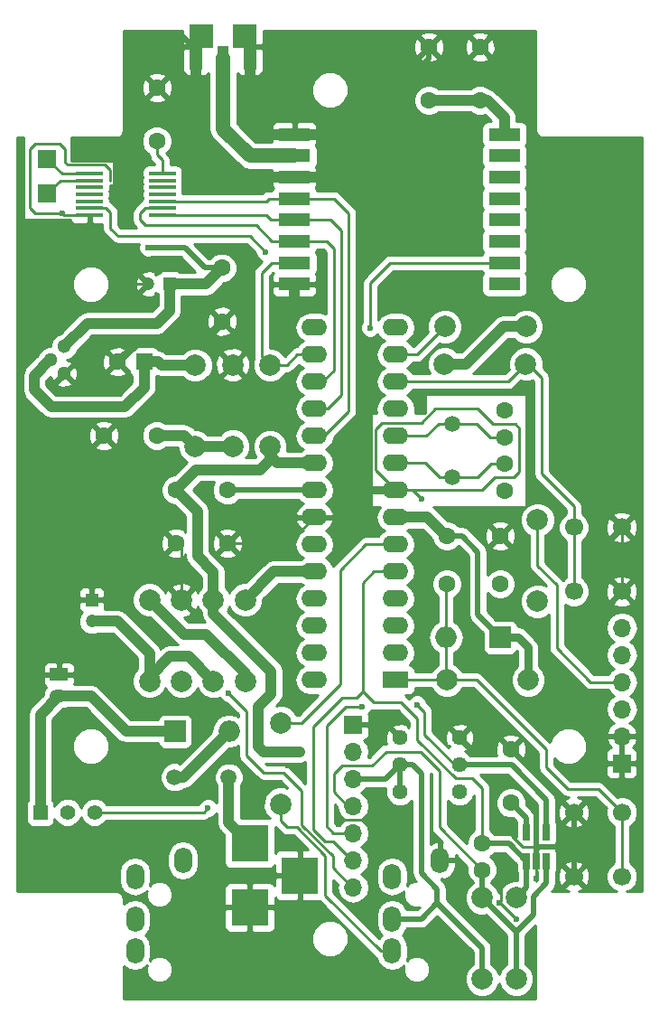
<source format=gtl>
G04 #@! TF.FileFunction,Copper,L1,Top,Signal*
%FSLAX46Y46*%
G04 Gerber Fmt 4.6, Leading zero omitted, Abs format (unit mm)*
G04 Created by KiCad (PCBNEW 4.0.6) date Thursday, 05 October 2017 'PMt' 05:15:57 PM*
%MOMM*%
%LPD*%
G01*
G04 APERTURE LIST*
%ADD10C,0.100000*%
%ADD11C,1.300000*%
%ADD12R,2.500000X0.400000*%
%ADD13R,2.500000X0.350000*%
%ADD14C,1.998980*%
%ADD15C,1.600000*%
%ADD16R,2.000000X2.000000*%
%ADD17O,2.000000X2.000000*%
%ADD18R,1.700000X1.200000*%
%ADD19O,1.700000X1.200000*%
%ADD20R,1.397000X1.397000*%
%ADD21C,1.397000*%
%ADD22R,2.400000X1.600000*%
%ADD23O,2.400000X1.600000*%
%ADD24C,1.500000*%
%ADD25R,1.800000X1.750000*%
%ADD26R,1.600000X1.600000*%
%ADD27R,1.200000X1.200000*%
%ADD28C,1.200000*%
%ADD29R,3.000000X1.200000*%
%ADD30R,3.500120X3.500120*%
%ADD31R,1.700000X1.700000*%
%ADD32O,1.700000X1.700000*%
%ADD33R,1.270000X4.200000*%
%ADD34C,1.700000*%
%ADD35R,1.000000X2.250000*%
%ADD36R,1.050000X2.200000*%
%ADD37C,1.501140*%
%ADD38O,1.700000X2.400000*%
%ADD39C,1.440000*%
%ADD40R,0.650000X1.560000*%
%ADD41C,0.600000*%
%ADD42C,1.000000*%
%ADD43C,0.250000*%
%ADD44C,0.750000*%
%ADD45C,0.500000*%
%ADD46C,1.370000*%
%ADD47C,0.254000*%
G04 APERTURE END LIST*
D10*
D11*
X124430000Y-87530000D03*
X125700000Y-86260000D03*
X125700000Y-88800000D03*
D12*
X128100000Y-70069600D03*
D13*
X128100000Y-70704600D03*
X128100000Y-71365000D03*
X128100000Y-72000000D03*
X128100000Y-72660400D03*
X128100000Y-73308100D03*
D12*
X128100000Y-73955800D03*
X134900000Y-73955800D03*
D13*
X134900000Y-73308100D03*
X134900000Y-72660400D03*
X134900000Y-72000000D03*
X134900000Y-71352300D03*
X134900000Y-70704600D03*
D12*
X134900000Y-70056900D03*
D14*
X161400000Y-84400000D03*
X169020000Y-84400000D03*
D15*
X161600000Y-108500000D03*
X166600000Y-108500000D03*
X161600000Y-104000000D03*
X166600000Y-104000000D03*
X136200000Y-99700000D03*
X136200000Y-104700000D03*
X141000000Y-99700000D03*
X141000000Y-104700000D03*
X159900000Y-58200000D03*
X159900000Y-63200000D03*
D16*
X136100000Y-122300000D03*
D17*
X141180000Y-122300000D03*
D18*
X125200000Y-117000000D03*
D19*
X125200000Y-119000000D03*
D14*
X138000000Y-88000000D03*
X138000000Y-95620000D03*
X141500000Y-95600000D03*
X141500000Y-87980000D03*
X170100000Y-102500000D03*
X170100000Y-110120000D03*
X161600000Y-117500000D03*
X169220000Y-117500000D03*
X169000000Y-87900000D03*
X161380000Y-87900000D03*
X145000000Y-88000000D03*
X145000000Y-95620000D03*
D20*
X123460000Y-129900000D03*
D21*
X126000000Y-129900000D03*
X128540000Y-129900000D03*
D22*
X156800000Y-117500000D03*
D23*
X149180000Y-84480000D03*
X156800000Y-114960000D03*
X149180000Y-87020000D03*
X156800000Y-112420000D03*
X149180000Y-89560000D03*
X156800000Y-109880000D03*
X149180000Y-92100000D03*
X156800000Y-107340000D03*
X149180000Y-94640000D03*
X156800000Y-104800000D03*
X149180000Y-97180000D03*
X156800000Y-102260000D03*
X149180000Y-99720000D03*
X156800000Y-99720000D03*
X149180000Y-102260000D03*
X156800000Y-97180000D03*
X149180000Y-104800000D03*
X156800000Y-94640000D03*
X149180000Y-107340000D03*
X156800000Y-92100000D03*
X149180000Y-109880000D03*
X156800000Y-89560000D03*
X149180000Y-112420000D03*
X156800000Y-87020000D03*
X149180000Y-114960000D03*
X156800000Y-84480000D03*
X149180000Y-117500000D03*
D24*
X162100000Y-98500000D03*
X162100000Y-93500000D03*
D15*
X140500000Y-78900000D03*
X140500000Y-83900000D03*
X134400000Y-62000000D03*
X134400000Y-67000000D03*
D25*
X124100000Y-68675000D03*
X124100000Y-71925000D03*
D15*
X134400000Y-94600000D03*
X129400000Y-94600000D03*
D26*
X133200000Y-87700000D03*
D15*
X130700000Y-87700000D03*
D27*
X135600000Y-80400000D03*
D28*
X133600000Y-80400000D03*
D15*
X164700000Y-58200000D03*
X164700000Y-63200000D03*
D29*
X167000000Y-80400000D03*
X167000000Y-78400000D03*
X167000000Y-76400000D03*
X167000000Y-74400000D03*
X167000000Y-72400000D03*
X167000000Y-70400000D03*
X167000000Y-68400000D03*
X167000000Y-66400000D03*
X147300000Y-66400000D03*
X147300000Y-68400000D03*
X147300000Y-70400000D03*
X147300000Y-72400000D03*
X147300000Y-74400000D03*
X147300000Y-76400000D03*
X147300000Y-78400000D03*
X147300000Y-80400000D03*
D16*
X166600000Y-113500000D03*
D17*
X161520000Y-113500000D03*
D30*
X143100000Y-132799860D03*
X143100000Y-138799340D03*
X147799000Y-135799600D03*
D31*
X178000000Y-125300000D03*
D32*
X178000000Y-122760000D03*
X178000000Y-120220000D03*
X178000000Y-117680000D03*
X178000000Y-115140000D03*
X178000000Y-112600000D03*
D33*
X143100000Y-58200000D03*
X138100000Y-58200000D03*
D15*
X167000000Y-99750000D03*
X167000000Y-97250000D03*
X167000000Y-92250000D03*
X167000000Y-94750000D03*
D34*
X178000000Y-129900000D03*
X178000000Y-135900000D03*
X173500000Y-135900000D03*
X173500000Y-129900000D03*
X178000000Y-103200000D03*
X178000000Y-109200000D03*
X173500000Y-109200000D03*
X173500000Y-103200000D03*
D11*
X140600000Y-61400000D03*
D35*
X140600000Y-59200000D03*
D36*
X142075000Y-57200000D03*
X139125000Y-57200000D03*
D27*
X128300000Y-110000000D03*
D28*
X128300000Y-112000000D03*
D37*
X136060000Y-126600000D03*
X141140000Y-126610160D03*
D38*
X156450000Y-142900000D03*
X156450000Y-135900000D03*
X160950000Y-134400000D03*
X156450000Y-139900000D03*
X132350000Y-142900000D03*
X132350000Y-135900000D03*
X136850000Y-134400000D03*
X132350000Y-139900000D03*
D14*
X146000000Y-121500000D03*
X146000000Y-129120000D03*
X164900000Y-137900000D03*
X164900000Y-145520000D03*
X142700000Y-110000000D03*
X142700000Y-117620000D03*
X133700000Y-117600000D03*
X133700000Y-109980000D03*
X139700000Y-117600000D03*
X139700000Y-109980000D03*
X136700000Y-110000000D03*
X136700000Y-117620000D03*
D39*
X162800000Y-128000000D03*
X162800000Y-125460000D03*
X162800000Y-122920000D03*
X157200000Y-128000000D03*
X157200000Y-125460000D03*
X157200000Y-122920000D03*
D40*
X169050000Y-134450000D03*
X170000000Y-134450000D03*
X170950000Y-134450000D03*
X170950000Y-131750000D03*
X169050000Y-131750000D03*
D15*
X167600000Y-129000000D03*
X167600000Y-124000000D03*
X164900000Y-135300000D03*
X164900000Y-132800000D03*
D31*
X152800000Y-121700000D03*
D32*
X152800000Y-124240000D03*
X152800000Y-126780000D03*
X152800000Y-129320000D03*
X152800000Y-131860000D03*
X152800000Y-134400000D03*
X152800000Y-136940000D03*
D14*
X168100000Y-137900000D03*
X168100000Y-145520000D03*
D41*
X124800000Y-81200000D03*
X124800000Y-79000000D03*
X124800000Y-76800000D03*
X122800000Y-76800000D03*
X122800000Y-79000000D03*
X122800000Y-81200000D03*
X122800000Y-83600000D03*
X125000000Y-83600000D03*
X126400000Y-82200000D03*
X129800000Y-82200000D03*
X131600000Y-82200000D03*
X163700000Y-112400000D03*
X168500000Y-111900000D03*
X170300000Y-113100000D03*
X173700000Y-113700000D03*
X174800000Y-116000000D03*
X171900000Y-118900000D03*
X159200000Y-100500000D03*
X154200000Y-99700000D03*
X125500000Y-73750000D03*
X146700000Y-125500000D03*
X145700000Y-127100000D03*
X143600000Y-127100000D03*
X142600000Y-128100000D03*
X143700000Y-130300000D03*
X157900000Y-132300000D03*
X156600000Y-132300000D03*
X155300000Y-132300000D03*
X151500000Y-130600000D03*
X146700000Y-116400000D03*
X146300000Y-114800000D03*
X146300000Y-112200000D03*
X146300000Y-110000000D03*
X168100000Y-139900000D03*
X166500000Y-142800000D03*
X166500000Y-138400000D03*
X170000000Y-136100000D03*
X169600000Y-129300000D03*
X160400000Y-132200000D03*
X162400000Y-131200000D03*
X163500000Y-131200000D03*
X165900000Y-131200000D03*
X167700000Y-131200000D03*
X166700000Y-134400000D03*
X166700000Y-136000000D03*
X155600000Y-59000000D03*
X154600000Y-59000000D03*
X153600000Y-59000000D03*
X152600000Y-59000000D03*
X151600000Y-59000000D03*
X150600000Y-59000000D03*
X149600000Y-59000000D03*
X148600000Y-59000000D03*
X147600000Y-59000000D03*
X146600000Y-59000000D03*
X145600000Y-59000000D03*
X145600000Y-58000000D03*
X146600000Y-58000000D03*
X147600000Y-58000000D03*
X148600000Y-58000000D03*
X149600000Y-58000000D03*
X150600000Y-58000000D03*
X151600000Y-58000000D03*
X152600000Y-58000000D03*
X153600000Y-58000000D03*
X154600000Y-58000000D03*
X155600000Y-58000000D03*
X156600000Y-58000000D03*
X156600000Y-57000000D03*
X155600000Y-57000000D03*
X154600000Y-57000000D03*
X153600000Y-57000000D03*
X152600000Y-57000000D03*
X151600000Y-57000000D03*
X150600000Y-57000000D03*
X149600000Y-57000000D03*
X148600000Y-57000000D03*
X147600000Y-57000000D03*
X146600000Y-57000000D03*
X145600000Y-57000000D03*
X144600000Y-57000000D03*
X144600000Y-58000000D03*
X135600000Y-60000000D03*
X134600000Y-60000000D03*
X133600000Y-60000000D03*
X132600000Y-60000000D03*
X131600000Y-60000000D03*
X131600000Y-59000000D03*
X132600000Y-59000000D03*
X133600000Y-59000000D03*
X134600000Y-59000000D03*
X135600000Y-59000000D03*
X136600000Y-59000000D03*
X136600000Y-58000000D03*
X135600000Y-58000000D03*
X134600000Y-58000000D03*
X133600000Y-58000000D03*
X132600000Y-58000000D03*
X131600000Y-58000000D03*
X131600000Y-57000000D03*
X132600000Y-57000000D03*
X133600000Y-57000000D03*
X134600000Y-57000000D03*
X135600000Y-57000000D03*
X136600000Y-57000000D03*
X145700000Y-83900000D03*
X138100000Y-61300000D03*
X143100000Y-61300000D03*
X133600000Y-77000000D03*
X147800000Y-124200000D03*
X139200000Y-129500000D03*
X141100000Y-118700000D03*
X144600000Y-77400000D03*
X154400000Y-84500000D03*
X153600000Y-120000000D03*
X158800000Y-119800000D03*
D42*
X124430000Y-87530000D02*
X124370000Y-87530000D01*
X124370000Y-87530000D02*
X122900000Y-89000000D01*
X133200000Y-90100000D02*
X133200000Y-87700000D01*
X131400000Y-91900000D02*
X133200000Y-90100000D01*
X124500000Y-91900000D02*
X131400000Y-91900000D01*
X122900000Y-90300000D02*
X124500000Y-91900000D01*
X122900000Y-89000000D02*
X122900000Y-90300000D01*
X138000000Y-88000000D02*
X134800000Y-88000000D01*
X134500000Y-87700000D02*
X133200000Y-87700000D01*
X134800000Y-88000000D02*
X134500000Y-87700000D01*
D43*
X124800000Y-76800000D02*
X124800000Y-79000000D01*
X122800000Y-79000000D02*
X122800000Y-76800000D01*
X122800000Y-83600000D02*
X122800000Y-81200000D01*
X126400000Y-82200000D02*
X125000000Y-83600000D01*
X131600000Y-82200000D02*
X129800000Y-82200000D01*
X128100000Y-75100000D02*
X128100000Y-76800000D01*
X133600000Y-80400000D02*
X131700000Y-80400000D01*
X128100000Y-75100000D02*
X128100000Y-73955800D01*
X128100000Y-76800000D02*
X131700000Y-80400000D01*
X170300000Y-113100000D02*
X169700000Y-113100000D01*
X169700000Y-113100000D02*
X168500000Y-111900000D01*
X178000000Y-122760000D02*
X175760000Y-122760000D01*
X170300000Y-113100000D02*
X170300000Y-113000000D01*
X173700000Y-114900000D02*
X173700000Y-113700000D01*
X174800000Y-116000000D02*
X173700000Y-114900000D01*
X175760000Y-122760000D02*
X171900000Y-118900000D01*
X178000000Y-109200000D02*
X178000000Y-103200000D01*
X156800000Y-99720000D02*
X158420000Y-99720000D01*
X158420000Y-99720000D02*
X159200000Y-100500000D01*
X156800000Y-99720000D02*
X164880000Y-99720000D01*
X154900000Y-97820000D02*
X156800000Y-99720000D01*
X154900000Y-94000000D02*
X154900000Y-97820000D01*
X155500000Y-93400000D02*
X154900000Y-94000000D01*
X159200000Y-93400000D02*
X155500000Y-93400000D01*
X160500000Y-92100000D02*
X159200000Y-93400000D01*
X164500000Y-92100000D02*
X160500000Y-92100000D01*
X165900000Y-93500000D02*
X164500000Y-92100000D01*
X168000000Y-93500000D02*
X165900000Y-93500000D01*
X168400000Y-93900000D02*
X168000000Y-93500000D01*
X168400000Y-98000000D02*
X168400000Y-93900000D01*
X167900000Y-98500000D02*
X168400000Y-98000000D01*
X166100000Y-98500000D02*
X167900000Y-98500000D01*
X164880000Y-99720000D02*
X166100000Y-98500000D01*
D44*
X156800000Y-99720000D02*
X154220000Y-99720000D01*
X154220000Y-99720000D02*
X154200000Y-99700000D01*
X130700000Y-87700000D02*
X132700000Y-85700000D01*
X138700000Y-85700000D02*
X140500000Y-83900000D01*
X132700000Y-85700000D02*
X138700000Y-85700000D01*
D45*
X159900000Y-58200000D02*
X159900000Y-59300000D01*
X155500000Y-67600000D02*
X150700000Y-67600000D01*
X156300000Y-66800000D02*
X155500000Y-67600000D01*
X156300000Y-62900000D02*
X156300000Y-66800000D01*
X159900000Y-59300000D02*
X156300000Y-62900000D01*
D42*
X147300000Y-66400000D02*
X149600000Y-66400000D01*
X150700000Y-67500000D02*
X150700000Y-67600000D01*
X149600000Y-66400000D02*
X150700000Y-67500000D01*
X150000000Y-70400000D02*
X147300000Y-70400000D01*
X150700000Y-69700000D02*
X150000000Y-70400000D01*
X150700000Y-67600000D02*
X150700000Y-69700000D01*
D43*
X130000000Y-70750000D02*
X130000000Y-69750000D01*
X123000000Y-73750000D02*
X122500000Y-73250000D01*
X122500000Y-73250000D02*
X122500000Y-67750000D01*
X122500000Y-67750000D02*
X123000000Y-67250000D01*
X123000000Y-67250000D02*
X125250000Y-67250000D01*
X125250000Y-67250000D02*
X125750000Y-67750000D01*
X125750000Y-67750000D02*
X125750000Y-69000000D01*
X125750000Y-69000000D02*
X126000000Y-69250000D01*
X126000000Y-69250000D02*
X129500000Y-69250000D01*
X129500000Y-69250000D02*
X130000000Y-69750000D01*
X125705800Y-73955800D02*
X128100000Y-73955800D01*
X125705800Y-73955800D02*
X125500000Y-73750000D01*
X125500000Y-73750000D02*
X123000000Y-73750000D01*
X143600000Y-127100000D02*
X145700000Y-127100000D01*
X142600000Y-129200000D02*
X142600000Y-128100000D01*
X143700000Y-130300000D02*
X142600000Y-129200000D01*
X155300000Y-132300000D02*
X155300000Y-131700000D01*
X157900000Y-132300000D02*
X156600000Y-132300000D01*
X154200000Y-130600000D02*
X151500000Y-130600000D01*
X155300000Y-131700000D02*
X154200000Y-130600000D01*
X146700000Y-115200000D02*
X146700000Y-116400000D01*
X146300000Y-114800000D02*
X146700000Y-115200000D01*
X146300000Y-110000000D02*
X146300000Y-112200000D01*
X166500000Y-138400000D02*
X166600000Y-138400000D01*
X166600000Y-138400000D02*
X168100000Y-139900000D01*
X166700000Y-136000000D02*
X166700000Y-138200000D01*
X166500000Y-138400000D02*
X166700000Y-138200000D01*
X170000000Y-134450000D02*
X170000000Y-136100000D01*
X170000000Y-133100000D02*
X168700000Y-133100000D01*
X167700000Y-132100000D02*
X167700000Y-131200000D01*
X168700000Y-133100000D02*
X167700000Y-132100000D01*
D45*
X170000000Y-134450000D02*
X170000000Y-133100000D01*
X170000000Y-133100000D02*
X170000000Y-129700000D01*
X170000000Y-129700000D02*
X169600000Y-129300000D01*
D43*
X160950000Y-134400000D02*
X160950000Y-132750000D01*
X160950000Y-132750000D02*
X160400000Y-132200000D01*
X162400000Y-131200000D02*
X163500000Y-131200000D01*
X165900000Y-131200000D02*
X167700000Y-131200000D01*
X166700000Y-134400000D02*
X166700000Y-136000000D01*
X136700000Y-110000000D02*
X136700000Y-105200000D01*
X136700000Y-105200000D02*
X136200000Y-104700000D01*
X141000000Y-104700000D02*
X146740000Y-104700000D01*
X146740000Y-104700000D02*
X149180000Y-102260000D01*
D45*
X173500000Y-129900000D02*
X173500000Y-135900000D01*
X170000000Y-134450000D02*
X170000000Y-133400000D01*
X170000000Y-133400000D02*
X170300000Y-133100000D01*
X170300000Y-133100000D02*
X172900000Y-133100000D01*
X172900000Y-133100000D02*
X173500000Y-133700000D01*
X173500000Y-133700000D02*
X173500000Y-135900000D01*
X155600000Y-59000000D02*
X156600000Y-59000000D01*
X153600000Y-59000000D02*
X154600000Y-59000000D01*
X151600000Y-59000000D02*
X152600000Y-59000000D01*
X149600000Y-59000000D02*
X150600000Y-59000000D01*
X147600000Y-59000000D02*
X148600000Y-59000000D01*
X145600000Y-59000000D02*
X146600000Y-59000000D01*
X146600000Y-58000000D02*
X145600000Y-58000000D01*
X148600000Y-58000000D02*
X147600000Y-58000000D01*
X150600000Y-58000000D02*
X149600000Y-58000000D01*
X152600000Y-58000000D02*
X151600000Y-58000000D01*
X154600000Y-58000000D02*
X153600000Y-58000000D01*
X156600000Y-58000000D02*
X155600000Y-58000000D01*
X155600000Y-57000000D02*
X156600000Y-57000000D01*
X153600000Y-57000000D02*
X154600000Y-57000000D01*
X151600000Y-57000000D02*
X152600000Y-57000000D01*
X149600000Y-57000000D02*
X150600000Y-57000000D01*
X147600000Y-57000000D02*
X148600000Y-57000000D01*
X145600000Y-57000000D02*
X146600000Y-57000000D01*
X144600000Y-58000000D02*
X144600000Y-57000000D01*
X138100000Y-58200000D02*
X137800000Y-58200000D01*
X137800000Y-58200000D02*
X136600000Y-57000000D01*
X134600000Y-60000000D02*
X135600000Y-60000000D01*
X132600000Y-60000000D02*
X133600000Y-60000000D01*
X131600000Y-59000000D02*
X131600000Y-60000000D01*
X133600000Y-59000000D02*
X132600000Y-59000000D01*
X135600000Y-59000000D02*
X134600000Y-59000000D01*
X136600000Y-58000000D02*
X136600000Y-59000000D01*
X134600000Y-58000000D02*
X135600000Y-58000000D01*
X132600000Y-58000000D02*
X133600000Y-58000000D01*
X131600000Y-57000000D02*
X131600000Y-58000000D01*
X133600000Y-57000000D02*
X132600000Y-57000000D01*
X135600000Y-57000000D02*
X134600000Y-57000000D01*
D42*
X147300000Y-80400000D02*
X147300000Y-82300000D01*
X147300000Y-82300000D02*
X145700000Y-83900000D01*
X142075000Y-57200000D02*
X142100000Y-57200000D01*
X142100000Y-57200000D02*
X143100000Y-58200000D01*
X143100000Y-58200000D02*
X143100000Y-61300000D01*
X143100000Y-61300000D02*
X143100000Y-64800000D01*
X143100000Y-64800000D02*
X144700000Y-66400000D01*
X144700000Y-66400000D02*
X147300000Y-66400000D01*
X139125000Y-57200000D02*
X139100000Y-57200000D01*
X139100000Y-57200000D02*
X138100000Y-58200000D01*
X138100000Y-58200000D02*
X138100000Y-61300000D01*
X138100000Y-61300000D02*
X138100000Y-66200000D01*
X142300000Y-70400000D02*
X147300000Y-70400000D01*
X138100000Y-66200000D02*
X142300000Y-70400000D01*
X125700000Y-86260000D02*
X127860000Y-84100000D01*
X135600000Y-82900000D02*
X134400000Y-84100000D01*
X134400000Y-84100000D02*
X127860000Y-84100000D01*
X135600000Y-82900000D02*
X135600000Y-80400000D01*
D44*
X166600000Y-113500000D02*
X168300000Y-113500000D01*
X169220000Y-114420000D02*
X169220000Y-117500000D01*
X168300000Y-113500000D02*
X169220000Y-114420000D01*
D45*
X138900000Y-78900000D02*
X140500000Y-78900000D01*
X137000000Y-77000000D02*
X138900000Y-78900000D01*
X133600000Y-77000000D02*
X137000000Y-77000000D01*
D43*
X134400000Y-67000000D02*
X134400000Y-68300000D01*
X134900000Y-68800000D02*
X134900000Y-70056900D01*
X134400000Y-68300000D02*
X134900000Y-68800000D01*
D42*
X139700000Y-109980000D02*
X139700000Y-111300000D01*
X144400000Y-124200000D02*
X147800000Y-124200000D01*
X143900000Y-123700000D02*
X144400000Y-124200000D01*
X143900000Y-120000000D02*
X143900000Y-123700000D01*
X145100000Y-118800000D02*
X143900000Y-120000000D01*
X145100000Y-116700000D02*
X145100000Y-118800000D01*
X139700000Y-111300000D02*
X145100000Y-116700000D01*
D45*
X161600000Y-104000000D02*
X163000000Y-104000000D01*
X163000000Y-104000000D02*
X164500000Y-105500000D01*
X164500000Y-111400000D02*
X166600000Y-113500000D01*
X164500000Y-105500000D02*
X164500000Y-111400000D01*
D42*
X139700000Y-109980000D02*
X139700000Y-107400000D01*
X138200000Y-101700000D02*
X136200000Y-99700000D01*
X138200000Y-105900000D02*
X138200000Y-101700000D01*
X139700000Y-107400000D02*
X138200000Y-105900000D01*
D45*
X169050000Y-131750000D02*
X169050000Y-130450000D01*
X169050000Y-130450000D02*
X167600000Y-129000000D01*
D42*
X161380000Y-87900000D02*
X163400000Y-87900000D01*
X163400000Y-87900000D02*
X166900000Y-84400000D01*
X166900000Y-84400000D02*
X169020000Y-84400000D01*
X140500000Y-78900000D02*
X140500000Y-78800000D01*
X164700000Y-63200000D02*
X165400000Y-63200000D01*
X165400000Y-63200000D02*
X167000000Y-64800000D01*
X167000000Y-64800000D02*
X167000000Y-66400000D01*
X164700000Y-63200000D02*
X159900000Y-63200000D01*
X161600000Y-104000000D02*
X161500000Y-104000000D01*
X161500000Y-104000000D02*
X159760000Y-102260000D01*
X159760000Y-102260000D02*
X156800000Y-102260000D01*
X149180000Y-97180000D02*
X145680000Y-97180000D01*
X145680000Y-97180000D02*
X145000000Y-96500000D01*
X145000000Y-96500000D02*
X145000000Y-95620000D01*
X136200000Y-99700000D02*
X138100000Y-97800000D01*
X145000000Y-96900000D02*
X145000000Y-95620000D01*
X144100000Y-97800000D02*
X145000000Y-96900000D01*
X138100000Y-97800000D02*
X144100000Y-97800000D01*
X135600000Y-80400000D02*
X139000000Y-80400000D01*
X139000000Y-80400000D02*
X140500000Y-78900000D01*
X138000000Y-95620000D02*
X141480000Y-95620000D01*
X141480000Y-95620000D02*
X141500000Y-95600000D01*
X134400000Y-94600000D02*
X136980000Y-94600000D01*
X136980000Y-94600000D02*
X138000000Y-95620000D01*
D43*
X178000000Y-129900000D02*
X178000000Y-135900000D01*
X161600000Y-117500000D02*
X164400000Y-117500000D01*
X175800000Y-127700000D02*
X178000000Y-129900000D01*
X172900000Y-127700000D02*
X175800000Y-127700000D01*
X170900000Y-125700000D02*
X172900000Y-127700000D01*
X170900000Y-124000000D02*
X170900000Y-125700000D01*
X164400000Y-117500000D02*
X170900000Y-124000000D01*
X156800000Y-117500000D02*
X161600000Y-117500000D01*
X161520000Y-113500000D02*
X161520000Y-117420000D01*
X161520000Y-117420000D02*
X161600000Y-117500000D01*
X156800000Y-117500000D02*
X156900000Y-117500000D01*
X161520000Y-113500000D02*
X161520000Y-108580000D01*
X161520000Y-108580000D02*
X161600000Y-108500000D01*
X167000000Y-97250000D02*
X165750000Y-97250000D01*
X164500000Y-98500000D02*
X162100000Y-98500000D01*
X165750000Y-97250000D02*
X164500000Y-98500000D01*
X162100000Y-98500000D02*
X160900000Y-98500000D01*
X159580000Y-97180000D02*
X156800000Y-97180000D01*
X160900000Y-98500000D02*
X159580000Y-97180000D01*
X138800000Y-129900000D02*
X128540000Y-129900000D01*
X139200000Y-129500000D02*
X138800000Y-129900000D01*
X170100000Y-102500000D02*
X170100000Y-106800000D01*
X175080000Y-117680000D02*
X178000000Y-117680000D01*
X171900000Y-114500000D02*
X175080000Y-117680000D01*
X171900000Y-108600000D02*
X171900000Y-114500000D01*
X170100000Y-106800000D02*
X171900000Y-108600000D01*
X152800000Y-136940000D02*
X152740000Y-136940000D01*
X152740000Y-136940000D02*
X150900000Y-135100000D01*
X150900000Y-135100000D02*
X150900000Y-134000000D01*
X150900000Y-134000000D02*
X148000000Y-131100000D01*
X148000000Y-131100000D02*
X148000000Y-127900000D01*
X148000000Y-127900000D02*
X146300000Y-126200000D01*
X146300000Y-126200000D02*
X144400000Y-126200000D01*
X144400000Y-126200000D02*
X142800000Y-124600000D01*
X142800000Y-124600000D02*
X142800000Y-120400000D01*
X142800000Y-120400000D02*
X141100000Y-118700000D01*
D42*
X149180000Y-107340000D02*
X145360000Y-107340000D01*
X145360000Y-107340000D02*
X142700000Y-110000000D01*
D43*
X169000000Y-87900000D02*
X169200000Y-87900000D01*
X169200000Y-87900000D02*
X170500000Y-89200000D01*
X173500000Y-101200000D02*
X173500000Y-103200000D01*
X170500000Y-98200000D02*
X173500000Y-101200000D01*
X170500000Y-89200000D02*
X170500000Y-98200000D01*
X173500000Y-109200000D02*
X173500000Y-103200000D01*
X156800000Y-89560000D02*
X167340000Y-89560000D01*
X167340000Y-89560000D02*
X169000000Y-87900000D01*
X144600000Y-77400000D02*
X143100000Y-75900000D01*
X130740000Y-75900000D02*
X130040000Y-75200000D01*
X143100000Y-75900000D02*
X130740000Y-75900000D01*
X129500000Y-73300000D02*
X129630000Y-73300000D01*
X128108100Y-73300000D02*
X129500000Y-73300000D01*
X130040000Y-73710000D02*
X130040000Y-75200000D01*
X129630000Y-73300000D02*
X130040000Y-73710000D01*
X128108100Y-73300000D02*
X128100000Y-73308100D01*
X156800000Y-87020000D02*
X158780000Y-87020000D01*
X158780000Y-87020000D02*
X161400000Y-84400000D01*
X145000000Y-88000000D02*
X146600000Y-88000000D01*
X147580000Y-87020000D02*
X149180000Y-87020000D01*
X146600000Y-88000000D02*
X147580000Y-87020000D01*
X147300000Y-78400000D02*
X145200000Y-78400000D01*
X144200000Y-87200000D02*
X145000000Y-88000000D01*
X144200000Y-79400000D02*
X144200000Y-87200000D01*
X145200000Y-78400000D02*
X144200000Y-79400000D01*
X147300000Y-76400000D02*
X145200000Y-76400000D01*
X132800000Y-73800000D02*
X133291900Y-73308100D01*
X132800000Y-74400000D02*
X132800000Y-73800000D01*
X133300000Y-74900000D02*
X132800000Y-74400000D01*
X143700000Y-74900000D02*
X133300000Y-74900000D01*
X145200000Y-76400000D02*
X143700000Y-74900000D01*
X134900000Y-73308100D02*
X133291900Y-73308100D01*
X149180000Y-89560000D02*
X149940000Y-89560000D01*
X149940000Y-89560000D02*
X151000000Y-88500000D01*
X150300000Y-76400000D02*
X147300000Y-76400000D01*
X151000000Y-77100000D02*
X150300000Y-76400000D01*
X151000000Y-88500000D02*
X151000000Y-77100000D01*
X156300000Y-78400000D02*
X167000000Y-78400000D01*
X154400000Y-80300000D02*
X156300000Y-78400000D01*
X154400000Y-84500000D02*
X154400000Y-80300000D01*
X134900000Y-73955800D02*
X144655800Y-73955800D01*
X144655800Y-73955800D02*
X145100000Y-74400000D01*
X145100000Y-74400000D02*
X147300000Y-74400000D01*
X149180000Y-92100000D02*
X150400000Y-92100000D01*
X150700000Y-74400000D02*
X147300000Y-74400000D01*
X151700000Y-75400000D02*
X150700000Y-74400000D01*
X151700000Y-90800000D02*
X151700000Y-75400000D01*
X150400000Y-92100000D02*
X151700000Y-90800000D01*
X134900000Y-72660400D02*
X144639600Y-72660400D01*
X144639600Y-72660400D02*
X144900000Y-72400000D01*
X149180000Y-94640000D02*
X150060000Y-94640000D01*
X150060000Y-94640000D02*
X152400000Y-92300000D01*
X152400000Y-92300000D02*
X152400000Y-73800000D01*
X152400000Y-73800000D02*
X151000000Y-72400000D01*
X151000000Y-72400000D02*
X147300000Y-72400000D01*
X144900000Y-72400000D02*
X147300000Y-72400000D01*
X144639600Y-72660400D02*
X144900000Y-72400000D01*
X128100000Y-70069600D02*
X125494600Y-70069600D01*
X125494600Y-70069600D02*
X124100000Y-68675000D01*
X128100000Y-70704600D02*
X125320400Y-70704600D01*
X125320400Y-70704600D02*
X124100000Y-71925000D01*
D46*
X140600000Y-59200000D02*
X140600000Y-61400000D01*
X140600000Y-61400000D02*
X140600000Y-65900000D01*
X140600000Y-65900000D02*
X143100000Y-68400000D01*
X143100000Y-68400000D02*
X147300000Y-68400000D01*
D45*
X141000000Y-99700000D02*
X149160000Y-99700000D01*
D42*
X149160000Y-99700000D02*
X149180000Y-99720000D01*
D43*
X167000000Y-94750000D02*
X165650000Y-94750000D01*
X164400000Y-93500000D02*
X162100000Y-93500000D01*
X165650000Y-94750000D02*
X164400000Y-93500000D01*
X162100000Y-93500000D02*
X160800000Y-93500000D01*
X159660000Y-94640000D02*
X156800000Y-94640000D01*
X160800000Y-93500000D02*
X159660000Y-94640000D01*
X152800000Y-134400000D02*
X152700000Y-134400000D01*
X152700000Y-134400000D02*
X150900000Y-132600000D01*
X150900000Y-132600000D02*
X150200000Y-132600000D01*
X150200000Y-132600000D02*
X149100000Y-131500000D01*
X153700000Y-118600000D02*
X153100000Y-119200000D01*
X149100000Y-121900000D02*
X149100000Y-131500000D01*
X151800000Y-119200000D02*
X149100000Y-121900000D01*
X153100000Y-119200000D02*
X151800000Y-119200000D01*
X164900000Y-132800000D02*
X164900000Y-127600000D01*
X158800000Y-121100000D02*
X157300000Y-119600000D01*
X158800000Y-123100000D02*
X158800000Y-121100000D01*
X162400000Y-126700000D02*
X158800000Y-123100000D01*
X164000000Y-126700000D02*
X162400000Y-126700000D01*
X164900000Y-127600000D02*
X164000000Y-126700000D01*
D45*
X164900000Y-132800000D02*
X167400000Y-132800000D01*
X167400000Y-132800000D02*
X169050000Y-134450000D01*
X169050000Y-134450000D02*
X169050000Y-136950000D01*
X169050000Y-136950000D02*
X168100000Y-137900000D01*
D43*
X154760000Y-107340000D02*
X156800000Y-107340000D01*
X157300000Y-119600000D02*
X154700000Y-119600000D01*
X154700000Y-119600000D02*
X153700000Y-118600000D01*
X153700000Y-118600000D02*
X153700000Y-108400000D01*
X153700000Y-108400000D02*
X154760000Y-107340000D01*
X146000000Y-121500000D02*
X148000000Y-121500000D01*
X148000000Y-121500000D02*
X151600000Y-117900000D01*
X156800000Y-104800000D02*
X154000000Y-104800000D01*
X151600000Y-107200000D02*
X151600000Y-117900000D01*
X154000000Y-104800000D02*
X151600000Y-107200000D01*
D42*
X136100000Y-122300000D02*
X131500000Y-122300000D01*
X128200000Y-119000000D02*
X125200000Y-119000000D01*
X131500000Y-122300000D02*
X128200000Y-119000000D01*
X123460000Y-129900000D02*
X123460000Y-120740000D01*
X123460000Y-120740000D02*
X125200000Y-119000000D01*
X133700000Y-117600000D02*
X133700000Y-117200000D01*
X133700000Y-117200000D02*
X135600000Y-115300000D01*
X137400000Y-115300000D02*
X139700000Y-117600000D01*
X135600000Y-115300000D02*
X137400000Y-115300000D01*
X133700000Y-117600000D02*
X133700000Y-115000000D01*
X130700000Y-112000000D02*
X128300000Y-112000000D01*
X133700000Y-115000000D02*
X130700000Y-112000000D01*
X136060000Y-126600000D02*
X136880000Y-126600000D01*
X136880000Y-126600000D02*
X141180000Y-122300000D01*
X141140000Y-126610160D02*
X141140000Y-130839860D01*
X141140000Y-130839860D02*
X143100000Y-132799860D01*
D43*
X156450000Y-142900000D02*
X155400000Y-142900000D01*
X146000000Y-130700000D02*
X146000000Y-129120000D01*
X146600000Y-131300000D02*
X146000000Y-130700000D01*
X147500000Y-131300000D02*
X146600000Y-131300000D01*
X150200000Y-134000000D02*
X147500000Y-131300000D01*
X150200000Y-137700000D02*
X150200000Y-134000000D01*
X155400000Y-142900000D02*
X150200000Y-137700000D01*
D45*
X164900000Y-145520000D02*
X164900000Y-142600000D01*
X164900000Y-142600000D02*
X160700000Y-138400000D01*
X152800000Y-126780000D02*
X155880000Y-126780000D01*
X155880000Y-126780000D02*
X157200000Y-125460000D01*
X157200000Y-128000000D02*
X157200000Y-125460000D01*
X156450000Y-139900000D02*
X159200000Y-139900000D01*
X158360000Y-125460000D02*
X157200000Y-125460000D01*
X159200000Y-126300000D02*
X158360000Y-125460000D01*
X159200000Y-135600000D02*
X159200000Y-126300000D01*
X160700000Y-137100000D02*
X159200000Y-135600000D01*
X160700000Y-138400000D02*
X160700000Y-137100000D01*
X159200000Y-139900000D02*
X160700000Y-138400000D01*
D42*
X142700000Y-117620000D02*
X142700000Y-116900000D01*
X142700000Y-116900000D02*
X139000000Y-113200000D01*
X139000000Y-113200000D02*
X136920000Y-113200000D01*
X136920000Y-113200000D02*
X133700000Y-109980000D01*
D43*
X152800000Y-129320000D02*
X152320000Y-129320000D01*
X152320000Y-129320000D02*
X151000000Y-128000000D01*
X151000000Y-128000000D02*
X151000000Y-126300000D01*
X151000000Y-126300000D02*
X151800000Y-125500000D01*
X151800000Y-125500000D02*
X154600000Y-125500000D01*
X154600000Y-125500000D02*
X155900000Y-124200000D01*
X155900000Y-124200000D02*
X159100000Y-124200000D01*
X159100000Y-124200000D02*
X160900000Y-126000000D01*
X160900000Y-126000000D02*
X160900000Y-131300000D01*
X160900000Y-131300000D02*
X164900000Y-135300000D01*
D45*
X170950000Y-134450000D02*
X170950000Y-136550000D01*
X169700000Y-139500000D02*
X168100000Y-141100000D01*
X169700000Y-137800000D02*
X169700000Y-139500000D01*
X170950000Y-136550000D02*
X169700000Y-137800000D01*
X164900000Y-135300000D02*
X164900000Y-137900000D01*
X168100000Y-145520000D02*
X168100000Y-141100000D01*
X168100000Y-141100000D02*
X164900000Y-137900000D01*
D43*
X162800000Y-125460000D02*
X162360000Y-125460000D01*
X162360000Y-125460000D02*
X159500000Y-122600000D01*
X150960000Y-131860000D02*
X152800000Y-131860000D01*
X150300000Y-131200000D02*
X150960000Y-131860000D01*
X150300000Y-121800000D02*
X150300000Y-131200000D01*
X152100000Y-120000000D02*
X150300000Y-121800000D01*
X153600000Y-120000000D02*
X152100000Y-120000000D01*
X159500000Y-120500000D02*
X158800000Y-119800000D01*
X159500000Y-122600000D02*
X159500000Y-120500000D01*
D45*
X162800000Y-125460000D02*
X167660000Y-125460000D01*
X170950000Y-128750000D02*
X170950000Y-131750000D01*
X167660000Y-125460000D02*
X170950000Y-128750000D01*
D47*
G36*
X121883006Y-66700590D02*
X121873000Y-66750000D01*
X121873000Y-74250000D01*
X121881685Y-74296159D01*
X121908965Y-74338553D01*
X121950590Y-74366994D01*
X122000000Y-74377000D01*
X126250000Y-74377000D01*
X126253994Y-74376249D01*
X126311673Y-74515498D01*
X126490301Y-74694127D01*
X126723690Y-74790800D01*
X127814250Y-74790800D01*
X127973000Y-74632050D01*
X127973000Y-74130540D01*
X128227000Y-74130540D01*
X128227000Y-74632050D01*
X128385750Y-74790800D01*
X129280000Y-74790800D01*
X129280000Y-75200000D01*
X129337852Y-75490839D01*
X129502599Y-75737401D01*
X130202598Y-76437401D01*
X130367345Y-76547480D01*
X130449161Y-76602148D01*
X130740000Y-76660000D01*
X132728777Y-76660000D01*
X132665162Y-76813201D01*
X132664838Y-77185167D01*
X132806883Y-77528943D01*
X133069673Y-77792192D01*
X133413201Y-77934838D01*
X133785167Y-77935162D01*
X133906569Y-77885000D01*
X136633420Y-77885000D01*
X138013421Y-79265000D01*
X136541797Y-79265000D01*
X136451890Y-79203569D01*
X136200000Y-79152560D01*
X135000000Y-79152560D01*
X134764683Y-79196838D01*
X134548559Y-79335910D01*
X134453007Y-79475755D01*
X134398822Y-79421570D01*
X134283129Y-79537263D01*
X134233617Y-79311836D01*
X133768964Y-79152193D01*
X133278587Y-79182518D01*
X132966383Y-79311836D01*
X132916870Y-79537265D01*
X133600000Y-80220395D01*
X133614143Y-80206253D01*
X133793748Y-80385858D01*
X133779605Y-80400000D01*
X133793748Y-80414143D01*
X133614143Y-80593748D01*
X133600000Y-80579605D01*
X132916870Y-81262735D01*
X132966383Y-81488164D01*
X133431036Y-81647807D01*
X133921413Y-81617482D01*
X134233617Y-81488164D01*
X134283129Y-81262737D01*
X134398822Y-81378430D01*
X134453649Y-81323603D01*
X134465000Y-81341244D01*
X134465000Y-82429868D01*
X133929868Y-82965000D01*
X127860000Y-82965000D01*
X127425654Y-83051397D01*
X127105975Y-83265000D01*
X127057434Y-83297434D01*
X125334021Y-85020847D01*
X124973057Y-85169995D01*
X124611265Y-85531155D01*
X124415223Y-86003276D01*
X124415012Y-86244986D01*
X124175519Y-86244777D01*
X123703057Y-86439995D01*
X123341265Y-86801155D01*
X123233013Y-87061855D01*
X122097434Y-88197434D01*
X121851397Y-88565654D01*
X121765000Y-89000000D01*
X121765000Y-90300000D01*
X121851397Y-90734346D01*
X121963798Y-90902566D01*
X122097434Y-91102566D01*
X123697434Y-92702566D01*
X124065655Y-92948604D01*
X124500000Y-93035000D01*
X131400000Y-93035000D01*
X131834346Y-92948603D01*
X132202566Y-92702566D01*
X134002566Y-90902566D01*
X134248603Y-90534346D01*
X134295217Y-90300000D01*
X134335000Y-90100000D01*
X134335000Y-89039018D01*
X134343308Y-89033672D01*
X134365654Y-89048603D01*
X134800000Y-89135000D01*
X136823516Y-89135000D01*
X137072927Y-89384846D01*
X137673453Y-89634206D01*
X138323694Y-89634774D01*
X138924655Y-89386462D01*
X139179397Y-89132163D01*
X140527443Y-89132163D01*
X140626042Y-89398965D01*
X141235582Y-89625401D01*
X141885377Y-89601341D01*
X142373958Y-89398965D01*
X142472557Y-89132163D01*
X141500000Y-88159605D01*
X140527443Y-89132163D01*
X139179397Y-89132163D01*
X139384846Y-88927073D01*
X139634206Y-88326547D01*
X139634739Y-87715582D01*
X139854599Y-87715582D01*
X139878659Y-88365377D01*
X140081035Y-88853958D01*
X140347837Y-88952557D01*
X141320395Y-87980000D01*
X141679605Y-87980000D01*
X142652163Y-88952557D01*
X142918965Y-88853958D01*
X143145401Y-88244418D01*
X143121341Y-87594623D01*
X142918965Y-87106042D01*
X142652163Y-87007443D01*
X141679605Y-87980000D01*
X141320395Y-87980000D01*
X140347837Y-87007443D01*
X140081035Y-87106042D01*
X139854599Y-87715582D01*
X139634739Y-87715582D01*
X139634774Y-87676306D01*
X139386462Y-87075345D01*
X139139386Y-86827837D01*
X140527443Y-86827837D01*
X141500000Y-87800395D01*
X142472557Y-86827837D01*
X142373958Y-86561035D01*
X141764418Y-86334599D01*
X141114623Y-86358659D01*
X140626042Y-86561035D01*
X140527443Y-86827837D01*
X139139386Y-86827837D01*
X138927073Y-86615154D01*
X138326547Y-86365794D01*
X137676306Y-86365226D01*
X137075345Y-86613538D01*
X136823444Y-86865000D01*
X135254025Y-86865000D01*
X135158474Y-86801155D01*
X134934346Y-86651397D01*
X134544745Y-86573900D01*
X134464090Y-86448559D01*
X134251890Y-86303569D01*
X134000000Y-86252560D01*
X132400000Y-86252560D01*
X132164683Y-86296838D01*
X131948559Y-86435910D01*
X131803569Y-86648110D01*
X131755354Y-86886201D01*
X131707745Y-86871861D01*
X130879605Y-87700000D01*
X131707745Y-88528139D01*
X131755167Y-88513855D01*
X131796838Y-88735317D01*
X131935910Y-88951441D01*
X132065000Y-89039644D01*
X132065000Y-89629868D01*
X130929868Y-90765000D01*
X124970132Y-90765000D01*
X124035000Y-89829868D01*
X124035000Y-89699016D01*
X124980590Y-89699016D01*
X125036271Y-89929611D01*
X125519078Y-90097622D01*
X126029428Y-90068083D01*
X126363729Y-89929611D01*
X126419410Y-89699016D01*
X125700000Y-88979605D01*
X124980590Y-89699016D01*
X124035000Y-89699016D01*
X124035000Y-89470132D01*
X124428841Y-89076291D01*
X124431917Y-89129428D01*
X124570389Y-89463729D01*
X124800984Y-89519410D01*
X125520395Y-88800000D01*
X125879605Y-88800000D01*
X126599016Y-89519410D01*
X126829611Y-89463729D01*
X126997622Y-88980922D01*
X126981811Y-88707745D01*
X129871861Y-88707745D01*
X129945995Y-88953864D01*
X130483223Y-89146965D01*
X131053454Y-89119778D01*
X131454005Y-88953864D01*
X131528139Y-88707745D01*
X130700000Y-87879605D01*
X129871861Y-88707745D01*
X126981811Y-88707745D01*
X126968083Y-88470572D01*
X126829611Y-88136271D01*
X126599016Y-88080590D01*
X125879605Y-88800000D01*
X125520395Y-88800000D01*
X125506252Y-88785858D01*
X125685858Y-88606253D01*
X125700000Y-88620395D01*
X126419410Y-87900984D01*
X126363729Y-87670389D01*
X125977140Y-87535861D01*
X126104532Y-87483223D01*
X129253035Y-87483223D01*
X129280222Y-88053454D01*
X129446136Y-88454005D01*
X129692255Y-88528139D01*
X130520395Y-87700000D01*
X129692255Y-86871861D01*
X129446136Y-86945995D01*
X129253035Y-87483223D01*
X126104532Y-87483223D01*
X126426943Y-87350005D01*
X126788735Y-86988845D01*
X126911890Y-86692255D01*
X129871861Y-86692255D01*
X130700000Y-87520395D01*
X131528139Y-86692255D01*
X131454005Y-86446136D01*
X130916777Y-86253035D01*
X130346546Y-86280222D01*
X129945995Y-86446136D01*
X129871861Y-86692255D01*
X126911890Y-86692255D01*
X126939593Y-86625539D01*
X128330132Y-85235000D01*
X134400000Y-85235000D01*
X134834346Y-85148603D01*
X135194815Y-84907745D01*
X139671861Y-84907745D01*
X139745995Y-85153864D01*
X140283223Y-85346965D01*
X140853454Y-85319778D01*
X141254005Y-85153864D01*
X141328139Y-84907745D01*
X140500000Y-84079605D01*
X139671861Y-84907745D01*
X135194815Y-84907745D01*
X135202566Y-84902566D01*
X136402566Y-83702566D01*
X136415490Y-83683223D01*
X139053035Y-83683223D01*
X139080222Y-84253454D01*
X139246136Y-84654005D01*
X139492255Y-84728139D01*
X140320395Y-83900000D01*
X140679605Y-83900000D01*
X141507745Y-84728139D01*
X141753864Y-84654005D01*
X141946965Y-84116777D01*
X141919778Y-83546546D01*
X141753864Y-83145995D01*
X141507745Y-83071861D01*
X140679605Y-83900000D01*
X140320395Y-83900000D01*
X139492255Y-83071861D01*
X139246136Y-83145995D01*
X139053035Y-83683223D01*
X136415490Y-83683223D01*
X136472813Y-83597434D01*
X136648603Y-83334346D01*
X136735000Y-82900000D01*
X136735000Y-82892255D01*
X139671861Y-82892255D01*
X140500000Y-83720395D01*
X141328139Y-82892255D01*
X141254005Y-82646136D01*
X140716777Y-82453035D01*
X140146546Y-82480222D01*
X139745995Y-82646136D01*
X139671861Y-82892255D01*
X136735000Y-82892255D01*
X136735000Y-81535000D01*
X139000000Y-81535000D01*
X139434346Y-81448603D01*
X139802566Y-81202566D01*
X140669984Y-80335148D01*
X140784187Y-80335248D01*
X141311800Y-80117243D01*
X141715824Y-79713923D01*
X141934750Y-79186691D01*
X141935248Y-78615813D01*
X141717243Y-78088200D01*
X141313923Y-77684176D01*
X140786691Y-77465250D01*
X140215813Y-77464752D01*
X139688200Y-77682757D01*
X139355377Y-78015000D01*
X139266579Y-78015000D01*
X137911580Y-76660000D01*
X142785198Y-76660000D01*
X143664878Y-77539680D01*
X143664838Y-77585167D01*
X143806883Y-77928943D01*
X144069673Y-78192192D01*
X144255743Y-78269455D01*
X143662599Y-78862599D01*
X143497852Y-79109161D01*
X143440000Y-79400000D01*
X143440000Y-87200000D01*
X143479640Y-87399281D01*
X143365794Y-87673453D01*
X143365226Y-88323694D01*
X143613538Y-88924655D01*
X144072927Y-89384846D01*
X144673453Y-89634206D01*
X145323694Y-89634774D01*
X145924655Y-89386462D01*
X146384846Y-88927073D01*
X146454221Y-88760000D01*
X146600000Y-88760000D01*
X146890839Y-88702148D01*
X147137401Y-88537401D01*
X147693604Y-87981198D01*
X147729352Y-88034698D01*
X148111438Y-88290000D01*
X147729352Y-88545302D01*
X147418283Y-89010849D01*
X147309050Y-89560000D01*
X147418283Y-90109151D01*
X147729352Y-90574698D01*
X148111438Y-90830000D01*
X147729352Y-91085302D01*
X147418283Y-91550849D01*
X147309050Y-92100000D01*
X147418283Y-92649151D01*
X147729352Y-93114698D01*
X148111438Y-93370000D01*
X147729352Y-93625302D01*
X147418283Y-94090849D01*
X147309050Y-94640000D01*
X147418283Y-95189151D01*
X147729352Y-95654698D01*
X148111438Y-95910000D01*
X147909396Y-96045000D01*
X146593325Y-96045000D01*
X146634206Y-95946547D01*
X146634774Y-95296306D01*
X146386462Y-94695345D01*
X145927073Y-94235154D01*
X145326547Y-93985794D01*
X144676306Y-93985226D01*
X144075345Y-94233538D01*
X143615154Y-94692927D01*
X143365794Y-95293453D01*
X143365226Y-95943694D01*
X143613538Y-96544655D01*
X143681816Y-96613052D01*
X143629868Y-96665000D01*
X142746678Y-96665000D01*
X142884846Y-96527073D01*
X143134206Y-95926547D01*
X143134774Y-95276306D01*
X142886462Y-94675345D01*
X142427073Y-94215154D01*
X141826547Y-93965794D01*
X141176306Y-93965226D01*
X140575345Y-94213538D01*
X140303409Y-94485000D01*
X139176484Y-94485000D01*
X138927073Y-94235154D01*
X138326547Y-93985794D01*
X137970615Y-93985483D01*
X137782566Y-93797434D01*
X137744293Y-93771861D01*
X137414346Y-93551397D01*
X136980000Y-93465000D01*
X135294606Y-93465000D01*
X135213923Y-93384176D01*
X134686691Y-93165250D01*
X134115813Y-93164752D01*
X133588200Y-93382757D01*
X133184176Y-93786077D01*
X132965250Y-94313309D01*
X132964752Y-94884187D01*
X133182757Y-95411800D01*
X133586077Y-95815824D01*
X134113309Y-96034750D01*
X134684187Y-96035248D01*
X135211800Y-95817243D01*
X135294187Y-95735000D01*
X136365408Y-95735000D01*
X136365226Y-95943694D01*
X136613538Y-96544655D01*
X137072927Y-97004846D01*
X137226325Y-97068543D01*
X136030016Y-98264852D01*
X135915813Y-98264752D01*
X135388200Y-98482757D01*
X134984176Y-98886077D01*
X134765250Y-99413309D01*
X134764752Y-99984187D01*
X134982757Y-100511800D01*
X135386077Y-100915824D01*
X135913309Y-101134750D01*
X136029720Y-101134852D01*
X137065000Y-102170132D01*
X137065000Y-103655392D01*
X137028139Y-103692253D01*
X136954005Y-103446136D01*
X136416777Y-103253035D01*
X135846546Y-103280222D01*
X135445995Y-103446136D01*
X135371861Y-103692255D01*
X136200000Y-104520395D01*
X136214142Y-104506252D01*
X136393748Y-104685858D01*
X136379605Y-104700000D01*
X136393748Y-104714142D01*
X136214142Y-104893748D01*
X136200000Y-104879605D01*
X135371861Y-105707745D01*
X135445995Y-105953864D01*
X135983223Y-106146965D01*
X136553454Y-106119778D01*
X136954005Y-105953864D01*
X137028139Y-105707747D01*
X137065000Y-105744608D01*
X137065000Y-105900000D01*
X137151397Y-106334346D01*
X137370729Y-106662599D01*
X137397434Y-106702566D01*
X138565000Y-107870132D01*
X138565000Y-108803516D01*
X138315154Y-109052927D01*
X138201777Y-109325969D01*
X138118965Y-109126042D01*
X137852163Y-109027443D01*
X136879605Y-110000000D01*
X137852163Y-110972557D01*
X138118965Y-110873958D01*
X138205076Y-110642157D01*
X138313538Y-110904655D01*
X138565000Y-111156556D01*
X138565000Y-111300000D01*
X138651397Y-111734346D01*
X138821857Y-111989457D01*
X138872333Y-112065000D01*
X137390132Y-112065000D01*
X136951433Y-111626301D01*
X137085377Y-111621341D01*
X137573958Y-111418965D01*
X137672557Y-111152163D01*
X136700000Y-110179605D01*
X136685858Y-110193748D01*
X136506252Y-110014142D01*
X136520395Y-110000000D01*
X135547837Y-109027443D01*
X135281035Y-109126042D01*
X135202749Y-109336780D01*
X135086462Y-109055345D01*
X134879316Y-108847837D01*
X135727443Y-108847837D01*
X136700000Y-109820395D01*
X137672557Y-108847837D01*
X137573958Y-108581035D01*
X136964418Y-108354599D01*
X136314623Y-108378659D01*
X135826042Y-108581035D01*
X135727443Y-108847837D01*
X134879316Y-108847837D01*
X134627073Y-108595154D01*
X134026547Y-108345794D01*
X133376306Y-108345226D01*
X132775345Y-108593538D01*
X132315154Y-109052927D01*
X132065794Y-109653453D01*
X132065226Y-110303694D01*
X132313538Y-110904655D01*
X132772927Y-111364846D01*
X133373453Y-111614206D01*
X133729385Y-111614517D01*
X136117434Y-114002566D01*
X136360533Y-114165000D01*
X135600000Y-114165000D01*
X135165654Y-114251397D01*
X134913322Y-114420000D01*
X134797434Y-114497434D01*
X134740837Y-114554031D01*
X134502566Y-114197434D01*
X131502566Y-111197434D01*
X131348115Y-111094233D01*
X131134346Y-110951397D01*
X130700000Y-110865000D01*
X129477552Y-110865000D01*
X129535000Y-110726309D01*
X129535000Y-110285750D01*
X129376250Y-110127000D01*
X128427000Y-110127000D01*
X128427000Y-110147000D01*
X128173000Y-110147000D01*
X128173000Y-110127000D01*
X127223750Y-110127000D01*
X127065000Y-110285750D01*
X127065000Y-110726309D01*
X127161673Y-110959698D01*
X127340301Y-111138327D01*
X127393164Y-111160224D01*
X127253629Y-111299515D01*
X127065215Y-111753266D01*
X127064786Y-112244579D01*
X127252408Y-112698657D01*
X127599515Y-113046371D01*
X128053266Y-113234785D01*
X128544579Y-113235214D01*
X128787114Y-113135000D01*
X130229868Y-113135000D01*
X132565000Y-115470132D01*
X132565000Y-116423516D01*
X132315154Y-116672927D01*
X132065794Y-117273453D01*
X132065226Y-117923694D01*
X132313538Y-118524655D01*
X132772927Y-118984846D01*
X133373453Y-119234206D01*
X134023694Y-119234774D01*
X134624655Y-118986462D01*
X135084846Y-118527073D01*
X135195833Y-118259787D01*
X135313538Y-118544655D01*
X135772927Y-119004846D01*
X136373453Y-119254206D01*
X137023694Y-119254774D01*
X137624655Y-119006462D01*
X138084846Y-118547073D01*
X138204117Y-118259836D01*
X138313538Y-118524655D01*
X138772927Y-118984846D01*
X139373453Y-119234206D01*
X140023694Y-119234774D01*
X140267644Y-119133976D01*
X140306883Y-119228943D01*
X140569673Y-119492192D01*
X140913201Y-119634838D01*
X140960077Y-119634879D01*
X142040000Y-120714802D01*
X142040000Y-120924616D01*
X141837719Y-120789457D01*
X141212032Y-120665000D01*
X141147968Y-120665000D01*
X140522281Y-120789457D01*
X139991848Y-121143880D01*
X139637425Y-121674313D01*
X139512968Y-122300000D01*
X139523238Y-122351630D01*
X136565316Y-125309552D01*
X136336816Y-125214671D01*
X135785602Y-125214190D01*
X135276163Y-125424686D01*
X134886056Y-125814113D01*
X134674671Y-126323184D01*
X134674190Y-126874398D01*
X134884686Y-127383837D01*
X135274113Y-127773944D01*
X135783184Y-127985329D01*
X136334398Y-127985810D01*
X136843837Y-127775314D01*
X136885272Y-127733951D01*
X137314346Y-127648603D01*
X137682566Y-127402566D01*
X141150132Y-123935000D01*
X141212032Y-123935000D01*
X141837719Y-123810543D01*
X142040000Y-123675384D01*
X142040000Y-124600000D01*
X142097852Y-124890839D01*
X142262599Y-125137401D01*
X143862599Y-126737401D01*
X144109161Y-126902148D01*
X144400000Y-126960000D01*
X145985198Y-126960000D01*
X146641965Y-127616767D01*
X146326547Y-127485794D01*
X145676306Y-127485226D01*
X145075345Y-127733538D01*
X144615154Y-128192927D01*
X144365794Y-128793453D01*
X144365226Y-129443694D01*
X144613538Y-130044655D01*
X145001166Y-130432960D01*
X144850060Y-130402360D01*
X142307632Y-130402360D01*
X142275000Y-130369728D01*
X142275000Y-127434923D01*
X142313944Y-127396047D01*
X142525329Y-126886976D01*
X142525810Y-126335762D01*
X142315314Y-125826323D01*
X141925887Y-125436216D01*
X141416816Y-125224831D01*
X140865602Y-125224350D01*
X140356163Y-125434846D01*
X139966056Y-125824273D01*
X139754671Y-126333344D01*
X139754190Y-126884558D01*
X139964686Y-127393997D01*
X140005000Y-127434381D01*
X140005000Y-128999816D01*
X139993117Y-128971057D01*
X139730327Y-128707808D01*
X139386799Y-128565162D01*
X139014833Y-128564838D01*
X138671057Y-128706883D01*
X138407808Y-128969673D01*
X138337082Y-129140000D01*
X129665536Y-129140000D01*
X129296353Y-128770173D01*
X128806413Y-128566732D01*
X128275914Y-128566269D01*
X127785620Y-128768854D01*
X127410173Y-129143647D01*
X127269906Y-129481446D01*
X127131146Y-129145620D01*
X126756353Y-128770173D01*
X126266413Y-128566732D01*
X125735914Y-128566269D01*
X125245620Y-128768854D01*
X124870173Y-129143647D01*
X124805940Y-129298337D01*
X124805940Y-129201500D01*
X124761662Y-128966183D01*
X124622590Y-128750059D01*
X124595000Y-128731208D01*
X124595000Y-124043599D01*
X126464699Y-124043599D01*
X126728281Y-124681515D01*
X127215918Y-125170004D01*
X127853373Y-125434699D01*
X128543599Y-125435301D01*
X129181515Y-125171719D01*
X129670004Y-124684082D01*
X129934699Y-124046627D01*
X129935301Y-123356401D01*
X129671719Y-122718485D01*
X129184082Y-122229996D01*
X128546627Y-121965301D01*
X127856401Y-121964699D01*
X127218485Y-122228281D01*
X126729996Y-122715918D01*
X126465301Y-123353373D01*
X126464699Y-124043599D01*
X124595000Y-124043599D01*
X124595000Y-121210132D01*
X125592737Y-120212395D01*
X125951707Y-120140991D01*
X125960673Y-120135000D01*
X127729868Y-120135000D01*
X130697434Y-123102566D01*
X131065654Y-123348603D01*
X131500000Y-123435000D01*
X134477962Y-123435000D01*
X134496838Y-123535317D01*
X134635910Y-123751441D01*
X134848110Y-123896431D01*
X135100000Y-123947440D01*
X137100000Y-123947440D01*
X137335317Y-123903162D01*
X137551441Y-123764090D01*
X137696431Y-123551890D01*
X137747440Y-123300000D01*
X137747440Y-121300000D01*
X137703162Y-121064683D01*
X137564090Y-120848559D01*
X137351890Y-120703569D01*
X137100000Y-120652560D01*
X135100000Y-120652560D01*
X134864683Y-120696838D01*
X134648559Y-120835910D01*
X134503569Y-121048110D01*
X134479898Y-121165000D01*
X131970132Y-121165000D01*
X129002566Y-118197434D01*
X128914106Y-118138327D01*
X128634346Y-117951397D01*
X128200000Y-117865000D01*
X126627552Y-117865000D01*
X126685000Y-117726309D01*
X126685000Y-117285750D01*
X126526250Y-117127000D01*
X125327000Y-117127000D01*
X125327000Y-117147000D01*
X125073000Y-117147000D01*
X125073000Y-117127000D01*
X123873750Y-117127000D01*
X123715000Y-117285750D01*
X123715000Y-117726309D01*
X123811673Y-117959698D01*
X123990301Y-118138327D01*
X124029130Y-118154410D01*
X123779916Y-118527386D01*
X123708512Y-118886356D01*
X122657434Y-119937434D01*
X122411397Y-120305654D01*
X122325000Y-120740000D01*
X122325000Y-128727796D01*
X122310059Y-128737410D01*
X122165069Y-128949610D01*
X122114060Y-129201500D01*
X122114060Y-130598500D01*
X122158338Y-130833817D01*
X122297410Y-131049941D01*
X122509610Y-131194931D01*
X122761500Y-131245940D01*
X124158500Y-131245940D01*
X124393817Y-131201662D01*
X124609941Y-131062590D01*
X124754931Y-130850390D01*
X124805940Y-130598500D01*
X124805940Y-130502116D01*
X124868854Y-130654380D01*
X125243647Y-131029827D01*
X125733587Y-131233268D01*
X126264086Y-131233731D01*
X126754380Y-131031146D01*
X127129827Y-130656353D01*
X127270094Y-130318554D01*
X127408854Y-130654380D01*
X127783647Y-131029827D01*
X128273587Y-131233268D01*
X128804086Y-131233731D01*
X129294380Y-131031146D01*
X129666174Y-130660000D01*
X138800000Y-130660000D01*
X139090839Y-130602148D01*
X139337401Y-130437401D01*
X139339680Y-130435122D01*
X139385167Y-130435162D01*
X139728943Y-130293117D01*
X139992192Y-130030327D01*
X140005000Y-129999482D01*
X140005000Y-130839860D01*
X140091397Y-131274206D01*
X140298513Y-131584176D01*
X140337434Y-131642426D01*
X140702500Y-132007492D01*
X140702500Y-134549920D01*
X140746778Y-134785237D01*
X140885850Y-135001361D01*
X141098050Y-135146351D01*
X141349940Y-135197360D01*
X144850060Y-135197360D01*
X145085377Y-135153082D01*
X145301501Y-135014010D01*
X145413940Y-134849450D01*
X145413940Y-135513850D01*
X145572690Y-135672600D01*
X147672000Y-135672600D01*
X147672000Y-133573290D01*
X147513250Y-133414540D01*
X145922630Y-133414540D01*
X145689241Y-133511213D01*
X145510613Y-133689842D01*
X145497500Y-133721500D01*
X145497500Y-131272302D01*
X146062599Y-131837401D01*
X146309161Y-132002148D01*
X146600000Y-132060000D01*
X147185198Y-132060000D01*
X148539738Y-133414540D01*
X148084750Y-133414540D01*
X147926000Y-133573290D01*
X147926000Y-135672600D01*
X147946000Y-135672600D01*
X147946000Y-135926600D01*
X147926000Y-135926600D01*
X147926000Y-138025910D01*
X148084750Y-138184660D01*
X149627359Y-138184660D01*
X149662599Y-138237401D01*
X154862599Y-143437401D01*
X155015439Y-143539525D01*
X155078039Y-143854235D01*
X155399946Y-144336004D01*
X155881715Y-144657911D01*
X156450000Y-144770950D01*
X157018285Y-144657911D01*
X157500054Y-144336004D01*
X157559039Y-144247727D01*
X157515215Y-144353266D01*
X157514786Y-144844579D01*
X157702408Y-145298657D01*
X158049515Y-145646371D01*
X158503266Y-145834785D01*
X158994579Y-145835214D01*
X159448657Y-145647592D01*
X159796371Y-145300485D01*
X159984785Y-144846734D01*
X159985214Y-144355421D01*
X159797592Y-143901343D01*
X159450485Y-143553629D01*
X158996734Y-143365215D01*
X158505421Y-143364786D01*
X158051343Y-143552408D01*
X157840041Y-143763341D01*
X157935000Y-143285950D01*
X157935000Y-142514050D01*
X157821961Y-141945765D01*
X157500054Y-141463996D01*
X157404277Y-141400000D01*
X157500054Y-141336004D01*
X157821961Y-140854235D01*
X157835733Y-140785000D01*
X159199995Y-140785000D01*
X159200000Y-140785001D01*
X159482484Y-140728810D01*
X159538675Y-140717633D01*
X159825790Y-140525790D01*
X160700000Y-139651580D01*
X164015000Y-142966579D01*
X164015000Y-144117153D01*
X163975345Y-144133538D01*
X163515154Y-144592927D01*
X163265794Y-145193453D01*
X163265226Y-145843694D01*
X163513538Y-146444655D01*
X163972927Y-146904846D01*
X164573453Y-147154206D01*
X165223694Y-147154774D01*
X165824655Y-146906462D01*
X166284846Y-146447073D01*
X166500222Y-145928390D01*
X166713538Y-146444655D01*
X167172927Y-146904846D01*
X167773453Y-147154206D01*
X168423694Y-147154774D01*
X169024655Y-146906462D01*
X169484846Y-146447073D01*
X169734206Y-145846547D01*
X169734774Y-145196306D01*
X169486462Y-144595345D01*
X169027073Y-144135154D01*
X168985000Y-144117684D01*
X168985000Y-141466580D01*
X169915000Y-140536579D01*
X169915000Y-147315000D01*
X131285000Y-147315000D01*
X131285000Y-144313636D01*
X131299946Y-144336004D01*
X131781715Y-144657911D01*
X132350000Y-144770950D01*
X132918285Y-144657911D01*
X133400054Y-144336004D01*
X133459039Y-144247727D01*
X133415215Y-144353266D01*
X133414786Y-144844579D01*
X133602408Y-145298657D01*
X133949515Y-145646371D01*
X134403266Y-145834785D01*
X134894579Y-145835214D01*
X135348657Y-145647592D01*
X135696371Y-145300485D01*
X135884785Y-144846734D01*
X135885214Y-144355421D01*
X135697592Y-143901343D01*
X135350485Y-143553629D01*
X134896734Y-143365215D01*
X134405421Y-143364786D01*
X133951343Y-143552408D01*
X133740041Y-143763341D01*
X133835000Y-143285950D01*
X133835000Y-142514050D01*
X133751368Y-142093599D01*
X148864699Y-142093599D01*
X149128281Y-142731515D01*
X149615918Y-143220004D01*
X150253373Y-143484699D01*
X150943599Y-143485301D01*
X151581515Y-143221719D01*
X152070004Y-142734082D01*
X152334699Y-142096627D01*
X152335301Y-141406401D01*
X152071719Y-140768485D01*
X151584082Y-140279996D01*
X150946627Y-140015301D01*
X150256401Y-140014699D01*
X149618485Y-140278281D01*
X149129996Y-140765918D01*
X148865301Y-141403373D01*
X148864699Y-142093599D01*
X133751368Y-142093599D01*
X133721961Y-141945765D01*
X133400054Y-141463996D01*
X133304277Y-141400000D01*
X133400054Y-141336004D01*
X133721961Y-140854235D01*
X133835000Y-140285950D01*
X133835000Y-139514050D01*
X133749675Y-139085090D01*
X140714940Y-139085090D01*
X140714940Y-140675709D01*
X140811613Y-140909098D01*
X140990241Y-141087727D01*
X141223630Y-141184400D01*
X142814250Y-141184400D01*
X142973000Y-141025650D01*
X142973000Y-138926340D01*
X143227000Y-138926340D01*
X143227000Y-141025650D01*
X143385750Y-141184400D01*
X144976370Y-141184400D01*
X145209759Y-141087727D01*
X145388387Y-140909098D01*
X145485060Y-140675709D01*
X145485060Y-139085090D01*
X145326310Y-138926340D01*
X143227000Y-138926340D01*
X142973000Y-138926340D01*
X140873690Y-138926340D01*
X140714940Y-139085090D01*
X133749675Y-139085090D01*
X133721961Y-138945765D01*
X133400054Y-138463996D01*
X132918285Y-138142089D01*
X132350000Y-138029050D01*
X131781715Y-138142089D01*
X131299946Y-138463996D01*
X131285000Y-138486364D01*
X131285000Y-138000000D01*
X131232857Y-137737862D01*
X131084368Y-137515632D01*
X130862138Y-137367143D01*
X130600000Y-137315000D01*
X121285000Y-137315000D01*
X121285000Y-135514050D01*
X130865000Y-135514050D01*
X130865000Y-136285950D01*
X130978039Y-136854235D01*
X131299946Y-137336004D01*
X131781715Y-137657911D01*
X132350000Y-137770950D01*
X132918285Y-137657911D01*
X133400054Y-137336004D01*
X133459039Y-137247727D01*
X133415215Y-137353266D01*
X133414786Y-137844579D01*
X133602408Y-138298657D01*
X133949515Y-138646371D01*
X134403266Y-138834785D01*
X134894579Y-138835214D01*
X135348657Y-138647592D01*
X135696371Y-138300485D01*
X135884785Y-137846734D01*
X135885214Y-137355421D01*
X135706529Y-136922971D01*
X140714940Y-136922971D01*
X140714940Y-138513590D01*
X140873690Y-138672340D01*
X142973000Y-138672340D01*
X142973000Y-136573030D01*
X143227000Y-136573030D01*
X143227000Y-138672340D01*
X145326310Y-138672340D01*
X145485060Y-138513590D01*
X145485060Y-137847668D01*
X145510613Y-137909358D01*
X145689241Y-138087987D01*
X145922630Y-138184660D01*
X147513250Y-138184660D01*
X147672000Y-138025910D01*
X147672000Y-135926600D01*
X145572690Y-135926600D01*
X145413940Y-136085350D01*
X145413940Y-136751272D01*
X145388387Y-136689582D01*
X145209759Y-136510953D01*
X144976370Y-136414280D01*
X143385750Y-136414280D01*
X143227000Y-136573030D01*
X142973000Y-136573030D01*
X142814250Y-136414280D01*
X141223630Y-136414280D01*
X140990241Y-136510953D01*
X140811613Y-136689582D01*
X140714940Y-136922971D01*
X135706529Y-136922971D01*
X135697592Y-136901343D01*
X135350485Y-136553629D01*
X134896734Y-136365215D01*
X134405421Y-136364786D01*
X133951343Y-136552408D01*
X133740041Y-136763341D01*
X133835000Y-136285950D01*
X133835000Y-135514050D01*
X133721961Y-134945765D01*
X133400054Y-134463996D01*
X132918285Y-134142089D01*
X132350000Y-134029050D01*
X131781715Y-134142089D01*
X131299946Y-134463996D01*
X130978039Y-134945765D01*
X130865000Y-135514050D01*
X121285000Y-135514050D01*
X121285000Y-134014050D01*
X135365000Y-134014050D01*
X135365000Y-134785950D01*
X135478039Y-135354235D01*
X135799946Y-135836004D01*
X136281715Y-136157911D01*
X136850000Y-136270950D01*
X137418285Y-136157911D01*
X137900054Y-135836004D01*
X138221961Y-135354235D01*
X138335000Y-134785950D01*
X138335000Y-134014050D01*
X138221961Y-133445765D01*
X137900054Y-132963996D01*
X137418285Y-132642089D01*
X136850000Y-132529050D01*
X136281715Y-132642089D01*
X135799946Y-132963996D01*
X135478039Y-133445765D01*
X135365000Y-134014050D01*
X121285000Y-134014050D01*
X121285000Y-116273691D01*
X123715000Y-116273691D01*
X123715000Y-116714250D01*
X123873750Y-116873000D01*
X125073000Y-116873000D01*
X125073000Y-115923750D01*
X125327000Y-115923750D01*
X125327000Y-116873000D01*
X126526250Y-116873000D01*
X126685000Y-116714250D01*
X126685000Y-116273691D01*
X126588327Y-116040302D01*
X126409699Y-115861673D01*
X126176310Y-115765000D01*
X125485750Y-115765000D01*
X125327000Y-115923750D01*
X125073000Y-115923750D01*
X124914250Y-115765000D01*
X124223690Y-115765000D01*
X123990301Y-115861673D01*
X123811673Y-116040302D01*
X123715000Y-116273691D01*
X121285000Y-116273691D01*
X121285000Y-109273691D01*
X127065000Y-109273691D01*
X127065000Y-109714250D01*
X127223750Y-109873000D01*
X128173000Y-109873000D01*
X128173000Y-108923750D01*
X128427000Y-108923750D01*
X128427000Y-109873000D01*
X129376250Y-109873000D01*
X129535000Y-109714250D01*
X129535000Y-109273691D01*
X129438327Y-109040302D01*
X129259699Y-108861673D01*
X129026310Y-108765000D01*
X128585750Y-108765000D01*
X128427000Y-108923750D01*
X128173000Y-108923750D01*
X128014250Y-108765000D01*
X127573690Y-108765000D01*
X127340301Y-108861673D01*
X127161673Y-109040302D01*
X127065000Y-109273691D01*
X121285000Y-109273691D01*
X121285000Y-104483223D01*
X134753035Y-104483223D01*
X134780222Y-105053454D01*
X134946136Y-105454005D01*
X135192255Y-105528139D01*
X136020395Y-104700000D01*
X135192255Y-103871861D01*
X134946136Y-103945995D01*
X134753035Y-104483223D01*
X121285000Y-104483223D01*
X121285000Y-95607745D01*
X128571861Y-95607745D01*
X128645995Y-95853864D01*
X129183223Y-96046965D01*
X129753454Y-96019778D01*
X130154005Y-95853864D01*
X130228139Y-95607745D01*
X129400000Y-94779605D01*
X128571861Y-95607745D01*
X121285000Y-95607745D01*
X121285000Y-94383223D01*
X127953035Y-94383223D01*
X127980222Y-94953454D01*
X128146136Y-95354005D01*
X128392255Y-95428139D01*
X129220395Y-94600000D01*
X129579605Y-94600000D01*
X130407745Y-95428139D01*
X130653864Y-95354005D01*
X130846965Y-94816777D01*
X130819778Y-94246546D01*
X130653864Y-93845995D01*
X130407745Y-93771861D01*
X129579605Y-94600000D01*
X129220395Y-94600000D01*
X128392255Y-93771861D01*
X128146136Y-93845995D01*
X127953035Y-94383223D01*
X121285000Y-94383223D01*
X121285000Y-93592255D01*
X128571861Y-93592255D01*
X129400000Y-94420395D01*
X130228139Y-93592255D01*
X130154005Y-93346136D01*
X129616777Y-93153035D01*
X129046546Y-93180222D01*
X128645995Y-93346136D01*
X128571861Y-93592255D01*
X121285000Y-93592255D01*
X121285000Y-80743599D01*
X126464699Y-80743599D01*
X126728281Y-81381515D01*
X127215918Y-81870004D01*
X127853373Y-82134699D01*
X128543599Y-82135301D01*
X129181515Y-81871719D01*
X129670004Y-81384082D01*
X129934699Y-80746627D01*
X129935148Y-80231036D01*
X132352193Y-80231036D01*
X132382518Y-80721413D01*
X132511836Y-81033617D01*
X132737265Y-81083130D01*
X133420395Y-80400000D01*
X132737265Y-79716870D01*
X132511836Y-79766383D01*
X132352193Y-80231036D01*
X129935148Y-80231036D01*
X129935301Y-80056401D01*
X129671719Y-79418485D01*
X129184082Y-78929996D01*
X128546627Y-78665301D01*
X127856401Y-78664699D01*
X127218485Y-78928281D01*
X126729996Y-79415918D01*
X126465301Y-80053373D01*
X126464699Y-80743599D01*
X121285000Y-80743599D01*
X121285000Y-66685000D01*
X121893658Y-66685000D01*
X121883006Y-66700590D01*
X121883006Y-66700590D01*
G37*
X121883006Y-66700590D02*
X121873000Y-66750000D01*
X121873000Y-74250000D01*
X121881685Y-74296159D01*
X121908965Y-74338553D01*
X121950590Y-74366994D01*
X122000000Y-74377000D01*
X126250000Y-74377000D01*
X126253994Y-74376249D01*
X126311673Y-74515498D01*
X126490301Y-74694127D01*
X126723690Y-74790800D01*
X127814250Y-74790800D01*
X127973000Y-74632050D01*
X127973000Y-74130540D01*
X128227000Y-74130540D01*
X128227000Y-74632050D01*
X128385750Y-74790800D01*
X129280000Y-74790800D01*
X129280000Y-75200000D01*
X129337852Y-75490839D01*
X129502599Y-75737401D01*
X130202598Y-76437401D01*
X130367345Y-76547480D01*
X130449161Y-76602148D01*
X130740000Y-76660000D01*
X132728777Y-76660000D01*
X132665162Y-76813201D01*
X132664838Y-77185167D01*
X132806883Y-77528943D01*
X133069673Y-77792192D01*
X133413201Y-77934838D01*
X133785167Y-77935162D01*
X133906569Y-77885000D01*
X136633420Y-77885000D01*
X138013421Y-79265000D01*
X136541797Y-79265000D01*
X136451890Y-79203569D01*
X136200000Y-79152560D01*
X135000000Y-79152560D01*
X134764683Y-79196838D01*
X134548559Y-79335910D01*
X134453007Y-79475755D01*
X134398822Y-79421570D01*
X134283129Y-79537263D01*
X134233617Y-79311836D01*
X133768964Y-79152193D01*
X133278587Y-79182518D01*
X132966383Y-79311836D01*
X132916870Y-79537265D01*
X133600000Y-80220395D01*
X133614143Y-80206253D01*
X133793748Y-80385858D01*
X133779605Y-80400000D01*
X133793748Y-80414143D01*
X133614143Y-80593748D01*
X133600000Y-80579605D01*
X132916870Y-81262735D01*
X132966383Y-81488164D01*
X133431036Y-81647807D01*
X133921413Y-81617482D01*
X134233617Y-81488164D01*
X134283129Y-81262737D01*
X134398822Y-81378430D01*
X134453649Y-81323603D01*
X134465000Y-81341244D01*
X134465000Y-82429868D01*
X133929868Y-82965000D01*
X127860000Y-82965000D01*
X127425654Y-83051397D01*
X127105975Y-83265000D01*
X127057434Y-83297434D01*
X125334021Y-85020847D01*
X124973057Y-85169995D01*
X124611265Y-85531155D01*
X124415223Y-86003276D01*
X124415012Y-86244986D01*
X124175519Y-86244777D01*
X123703057Y-86439995D01*
X123341265Y-86801155D01*
X123233013Y-87061855D01*
X122097434Y-88197434D01*
X121851397Y-88565654D01*
X121765000Y-89000000D01*
X121765000Y-90300000D01*
X121851397Y-90734346D01*
X121963798Y-90902566D01*
X122097434Y-91102566D01*
X123697434Y-92702566D01*
X124065655Y-92948604D01*
X124500000Y-93035000D01*
X131400000Y-93035000D01*
X131834346Y-92948603D01*
X132202566Y-92702566D01*
X134002566Y-90902566D01*
X134248603Y-90534346D01*
X134295217Y-90300000D01*
X134335000Y-90100000D01*
X134335000Y-89039018D01*
X134343308Y-89033672D01*
X134365654Y-89048603D01*
X134800000Y-89135000D01*
X136823516Y-89135000D01*
X137072927Y-89384846D01*
X137673453Y-89634206D01*
X138323694Y-89634774D01*
X138924655Y-89386462D01*
X139179397Y-89132163D01*
X140527443Y-89132163D01*
X140626042Y-89398965D01*
X141235582Y-89625401D01*
X141885377Y-89601341D01*
X142373958Y-89398965D01*
X142472557Y-89132163D01*
X141500000Y-88159605D01*
X140527443Y-89132163D01*
X139179397Y-89132163D01*
X139384846Y-88927073D01*
X139634206Y-88326547D01*
X139634739Y-87715582D01*
X139854599Y-87715582D01*
X139878659Y-88365377D01*
X140081035Y-88853958D01*
X140347837Y-88952557D01*
X141320395Y-87980000D01*
X141679605Y-87980000D01*
X142652163Y-88952557D01*
X142918965Y-88853958D01*
X143145401Y-88244418D01*
X143121341Y-87594623D01*
X142918965Y-87106042D01*
X142652163Y-87007443D01*
X141679605Y-87980000D01*
X141320395Y-87980000D01*
X140347837Y-87007443D01*
X140081035Y-87106042D01*
X139854599Y-87715582D01*
X139634739Y-87715582D01*
X139634774Y-87676306D01*
X139386462Y-87075345D01*
X139139386Y-86827837D01*
X140527443Y-86827837D01*
X141500000Y-87800395D01*
X142472557Y-86827837D01*
X142373958Y-86561035D01*
X141764418Y-86334599D01*
X141114623Y-86358659D01*
X140626042Y-86561035D01*
X140527443Y-86827837D01*
X139139386Y-86827837D01*
X138927073Y-86615154D01*
X138326547Y-86365794D01*
X137676306Y-86365226D01*
X137075345Y-86613538D01*
X136823444Y-86865000D01*
X135254025Y-86865000D01*
X135158474Y-86801155D01*
X134934346Y-86651397D01*
X134544745Y-86573900D01*
X134464090Y-86448559D01*
X134251890Y-86303569D01*
X134000000Y-86252560D01*
X132400000Y-86252560D01*
X132164683Y-86296838D01*
X131948559Y-86435910D01*
X131803569Y-86648110D01*
X131755354Y-86886201D01*
X131707745Y-86871861D01*
X130879605Y-87700000D01*
X131707745Y-88528139D01*
X131755167Y-88513855D01*
X131796838Y-88735317D01*
X131935910Y-88951441D01*
X132065000Y-89039644D01*
X132065000Y-89629868D01*
X130929868Y-90765000D01*
X124970132Y-90765000D01*
X124035000Y-89829868D01*
X124035000Y-89699016D01*
X124980590Y-89699016D01*
X125036271Y-89929611D01*
X125519078Y-90097622D01*
X126029428Y-90068083D01*
X126363729Y-89929611D01*
X126419410Y-89699016D01*
X125700000Y-88979605D01*
X124980590Y-89699016D01*
X124035000Y-89699016D01*
X124035000Y-89470132D01*
X124428841Y-89076291D01*
X124431917Y-89129428D01*
X124570389Y-89463729D01*
X124800984Y-89519410D01*
X125520395Y-88800000D01*
X125879605Y-88800000D01*
X126599016Y-89519410D01*
X126829611Y-89463729D01*
X126997622Y-88980922D01*
X126981811Y-88707745D01*
X129871861Y-88707745D01*
X129945995Y-88953864D01*
X130483223Y-89146965D01*
X131053454Y-89119778D01*
X131454005Y-88953864D01*
X131528139Y-88707745D01*
X130700000Y-87879605D01*
X129871861Y-88707745D01*
X126981811Y-88707745D01*
X126968083Y-88470572D01*
X126829611Y-88136271D01*
X126599016Y-88080590D01*
X125879605Y-88800000D01*
X125520395Y-88800000D01*
X125506252Y-88785858D01*
X125685858Y-88606253D01*
X125700000Y-88620395D01*
X126419410Y-87900984D01*
X126363729Y-87670389D01*
X125977140Y-87535861D01*
X126104532Y-87483223D01*
X129253035Y-87483223D01*
X129280222Y-88053454D01*
X129446136Y-88454005D01*
X129692255Y-88528139D01*
X130520395Y-87700000D01*
X129692255Y-86871861D01*
X129446136Y-86945995D01*
X129253035Y-87483223D01*
X126104532Y-87483223D01*
X126426943Y-87350005D01*
X126788735Y-86988845D01*
X126911890Y-86692255D01*
X129871861Y-86692255D01*
X130700000Y-87520395D01*
X131528139Y-86692255D01*
X131454005Y-86446136D01*
X130916777Y-86253035D01*
X130346546Y-86280222D01*
X129945995Y-86446136D01*
X129871861Y-86692255D01*
X126911890Y-86692255D01*
X126939593Y-86625539D01*
X128330132Y-85235000D01*
X134400000Y-85235000D01*
X134834346Y-85148603D01*
X135194815Y-84907745D01*
X139671861Y-84907745D01*
X139745995Y-85153864D01*
X140283223Y-85346965D01*
X140853454Y-85319778D01*
X141254005Y-85153864D01*
X141328139Y-84907745D01*
X140500000Y-84079605D01*
X139671861Y-84907745D01*
X135194815Y-84907745D01*
X135202566Y-84902566D01*
X136402566Y-83702566D01*
X136415490Y-83683223D01*
X139053035Y-83683223D01*
X139080222Y-84253454D01*
X139246136Y-84654005D01*
X139492255Y-84728139D01*
X140320395Y-83900000D01*
X140679605Y-83900000D01*
X141507745Y-84728139D01*
X141753864Y-84654005D01*
X141946965Y-84116777D01*
X141919778Y-83546546D01*
X141753864Y-83145995D01*
X141507745Y-83071861D01*
X140679605Y-83900000D01*
X140320395Y-83900000D01*
X139492255Y-83071861D01*
X139246136Y-83145995D01*
X139053035Y-83683223D01*
X136415490Y-83683223D01*
X136472813Y-83597434D01*
X136648603Y-83334346D01*
X136735000Y-82900000D01*
X136735000Y-82892255D01*
X139671861Y-82892255D01*
X140500000Y-83720395D01*
X141328139Y-82892255D01*
X141254005Y-82646136D01*
X140716777Y-82453035D01*
X140146546Y-82480222D01*
X139745995Y-82646136D01*
X139671861Y-82892255D01*
X136735000Y-82892255D01*
X136735000Y-81535000D01*
X139000000Y-81535000D01*
X139434346Y-81448603D01*
X139802566Y-81202566D01*
X140669984Y-80335148D01*
X140784187Y-80335248D01*
X141311800Y-80117243D01*
X141715824Y-79713923D01*
X141934750Y-79186691D01*
X141935248Y-78615813D01*
X141717243Y-78088200D01*
X141313923Y-77684176D01*
X140786691Y-77465250D01*
X140215813Y-77464752D01*
X139688200Y-77682757D01*
X139355377Y-78015000D01*
X139266579Y-78015000D01*
X137911580Y-76660000D01*
X142785198Y-76660000D01*
X143664878Y-77539680D01*
X143664838Y-77585167D01*
X143806883Y-77928943D01*
X144069673Y-78192192D01*
X144255743Y-78269455D01*
X143662599Y-78862599D01*
X143497852Y-79109161D01*
X143440000Y-79400000D01*
X143440000Y-87200000D01*
X143479640Y-87399281D01*
X143365794Y-87673453D01*
X143365226Y-88323694D01*
X143613538Y-88924655D01*
X144072927Y-89384846D01*
X144673453Y-89634206D01*
X145323694Y-89634774D01*
X145924655Y-89386462D01*
X146384846Y-88927073D01*
X146454221Y-88760000D01*
X146600000Y-88760000D01*
X146890839Y-88702148D01*
X147137401Y-88537401D01*
X147693604Y-87981198D01*
X147729352Y-88034698D01*
X148111438Y-88290000D01*
X147729352Y-88545302D01*
X147418283Y-89010849D01*
X147309050Y-89560000D01*
X147418283Y-90109151D01*
X147729352Y-90574698D01*
X148111438Y-90830000D01*
X147729352Y-91085302D01*
X147418283Y-91550849D01*
X147309050Y-92100000D01*
X147418283Y-92649151D01*
X147729352Y-93114698D01*
X148111438Y-93370000D01*
X147729352Y-93625302D01*
X147418283Y-94090849D01*
X147309050Y-94640000D01*
X147418283Y-95189151D01*
X147729352Y-95654698D01*
X148111438Y-95910000D01*
X147909396Y-96045000D01*
X146593325Y-96045000D01*
X146634206Y-95946547D01*
X146634774Y-95296306D01*
X146386462Y-94695345D01*
X145927073Y-94235154D01*
X145326547Y-93985794D01*
X144676306Y-93985226D01*
X144075345Y-94233538D01*
X143615154Y-94692927D01*
X143365794Y-95293453D01*
X143365226Y-95943694D01*
X143613538Y-96544655D01*
X143681816Y-96613052D01*
X143629868Y-96665000D01*
X142746678Y-96665000D01*
X142884846Y-96527073D01*
X143134206Y-95926547D01*
X143134774Y-95276306D01*
X142886462Y-94675345D01*
X142427073Y-94215154D01*
X141826547Y-93965794D01*
X141176306Y-93965226D01*
X140575345Y-94213538D01*
X140303409Y-94485000D01*
X139176484Y-94485000D01*
X138927073Y-94235154D01*
X138326547Y-93985794D01*
X137970615Y-93985483D01*
X137782566Y-93797434D01*
X137744293Y-93771861D01*
X137414346Y-93551397D01*
X136980000Y-93465000D01*
X135294606Y-93465000D01*
X135213923Y-93384176D01*
X134686691Y-93165250D01*
X134115813Y-93164752D01*
X133588200Y-93382757D01*
X133184176Y-93786077D01*
X132965250Y-94313309D01*
X132964752Y-94884187D01*
X133182757Y-95411800D01*
X133586077Y-95815824D01*
X134113309Y-96034750D01*
X134684187Y-96035248D01*
X135211800Y-95817243D01*
X135294187Y-95735000D01*
X136365408Y-95735000D01*
X136365226Y-95943694D01*
X136613538Y-96544655D01*
X137072927Y-97004846D01*
X137226325Y-97068543D01*
X136030016Y-98264852D01*
X135915813Y-98264752D01*
X135388200Y-98482757D01*
X134984176Y-98886077D01*
X134765250Y-99413309D01*
X134764752Y-99984187D01*
X134982757Y-100511800D01*
X135386077Y-100915824D01*
X135913309Y-101134750D01*
X136029720Y-101134852D01*
X137065000Y-102170132D01*
X137065000Y-103655392D01*
X137028139Y-103692253D01*
X136954005Y-103446136D01*
X136416777Y-103253035D01*
X135846546Y-103280222D01*
X135445995Y-103446136D01*
X135371861Y-103692255D01*
X136200000Y-104520395D01*
X136214142Y-104506252D01*
X136393748Y-104685858D01*
X136379605Y-104700000D01*
X136393748Y-104714142D01*
X136214142Y-104893748D01*
X136200000Y-104879605D01*
X135371861Y-105707745D01*
X135445995Y-105953864D01*
X135983223Y-106146965D01*
X136553454Y-106119778D01*
X136954005Y-105953864D01*
X137028139Y-105707747D01*
X137065000Y-105744608D01*
X137065000Y-105900000D01*
X137151397Y-106334346D01*
X137370729Y-106662599D01*
X137397434Y-106702566D01*
X138565000Y-107870132D01*
X138565000Y-108803516D01*
X138315154Y-109052927D01*
X138201777Y-109325969D01*
X138118965Y-109126042D01*
X137852163Y-109027443D01*
X136879605Y-110000000D01*
X137852163Y-110972557D01*
X138118965Y-110873958D01*
X138205076Y-110642157D01*
X138313538Y-110904655D01*
X138565000Y-111156556D01*
X138565000Y-111300000D01*
X138651397Y-111734346D01*
X138821857Y-111989457D01*
X138872333Y-112065000D01*
X137390132Y-112065000D01*
X136951433Y-111626301D01*
X137085377Y-111621341D01*
X137573958Y-111418965D01*
X137672557Y-111152163D01*
X136700000Y-110179605D01*
X136685858Y-110193748D01*
X136506252Y-110014142D01*
X136520395Y-110000000D01*
X135547837Y-109027443D01*
X135281035Y-109126042D01*
X135202749Y-109336780D01*
X135086462Y-109055345D01*
X134879316Y-108847837D01*
X135727443Y-108847837D01*
X136700000Y-109820395D01*
X137672557Y-108847837D01*
X137573958Y-108581035D01*
X136964418Y-108354599D01*
X136314623Y-108378659D01*
X135826042Y-108581035D01*
X135727443Y-108847837D01*
X134879316Y-108847837D01*
X134627073Y-108595154D01*
X134026547Y-108345794D01*
X133376306Y-108345226D01*
X132775345Y-108593538D01*
X132315154Y-109052927D01*
X132065794Y-109653453D01*
X132065226Y-110303694D01*
X132313538Y-110904655D01*
X132772927Y-111364846D01*
X133373453Y-111614206D01*
X133729385Y-111614517D01*
X136117434Y-114002566D01*
X136360533Y-114165000D01*
X135600000Y-114165000D01*
X135165654Y-114251397D01*
X134913322Y-114420000D01*
X134797434Y-114497434D01*
X134740837Y-114554031D01*
X134502566Y-114197434D01*
X131502566Y-111197434D01*
X131348115Y-111094233D01*
X131134346Y-110951397D01*
X130700000Y-110865000D01*
X129477552Y-110865000D01*
X129535000Y-110726309D01*
X129535000Y-110285750D01*
X129376250Y-110127000D01*
X128427000Y-110127000D01*
X128427000Y-110147000D01*
X128173000Y-110147000D01*
X128173000Y-110127000D01*
X127223750Y-110127000D01*
X127065000Y-110285750D01*
X127065000Y-110726309D01*
X127161673Y-110959698D01*
X127340301Y-111138327D01*
X127393164Y-111160224D01*
X127253629Y-111299515D01*
X127065215Y-111753266D01*
X127064786Y-112244579D01*
X127252408Y-112698657D01*
X127599515Y-113046371D01*
X128053266Y-113234785D01*
X128544579Y-113235214D01*
X128787114Y-113135000D01*
X130229868Y-113135000D01*
X132565000Y-115470132D01*
X132565000Y-116423516D01*
X132315154Y-116672927D01*
X132065794Y-117273453D01*
X132065226Y-117923694D01*
X132313538Y-118524655D01*
X132772927Y-118984846D01*
X133373453Y-119234206D01*
X134023694Y-119234774D01*
X134624655Y-118986462D01*
X135084846Y-118527073D01*
X135195833Y-118259787D01*
X135313538Y-118544655D01*
X135772927Y-119004846D01*
X136373453Y-119254206D01*
X137023694Y-119254774D01*
X137624655Y-119006462D01*
X138084846Y-118547073D01*
X138204117Y-118259836D01*
X138313538Y-118524655D01*
X138772927Y-118984846D01*
X139373453Y-119234206D01*
X140023694Y-119234774D01*
X140267644Y-119133976D01*
X140306883Y-119228943D01*
X140569673Y-119492192D01*
X140913201Y-119634838D01*
X140960077Y-119634879D01*
X142040000Y-120714802D01*
X142040000Y-120924616D01*
X141837719Y-120789457D01*
X141212032Y-120665000D01*
X141147968Y-120665000D01*
X140522281Y-120789457D01*
X139991848Y-121143880D01*
X139637425Y-121674313D01*
X139512968Y-122300000D01*
X139523238Y-122351630D01*
X136565316Y-125309552D01*
X136336816Y-125214671D01*
X135785602Y-125214190D01*
X135276163Y-125424686D01*
X134886056Y-125814113D01*
X134674671Y-126323184D01*
X134674190Y-126874398D01*
X134884686Y-127383837D01*
X135274113Y-127773944D01*
X135783184Y-127985329D01*
X136334398Y-127985810D01*
X136843837Y-127775314D01*
X136885272Y-127733951D01*
X137314346Y-127648603D01*
X137682566Y-127402566D01*
X141150132Y-123935000D01*
X141212032Y-123935000D01*
X141837719Y-123810543D01*
X142040000Y-123675384D01*
X142040000Y-124600000D01*
X142097852Y-124890839D01*
X142262599Y-125137401D01*
X143862599Y-126737401D01*
X144109161Y-126902148D01*
X144400000Y-126960000D01*
X145985198Y-126960000D01*
X146641965Y-127616767D01*
X146326547Y-127485794D01*
X145676306Y-127485226D01*
X145075345Y-127733538D01*
X144615154Y-128192927D01*
X144365794Y-128793453D01*
X144365226Y-129443694D01*
X144613538Y-130044655D01*
X145001166Y-130432960D01*
X144850060Y-130402360D01*
X142307632Y-130402360D01*
X142275000Y-130369728D01*
X142275000Y-127434923D01*
X142313944Y-127396047D01*
X142525329Y-126886976D01*
X142525810Y-126335762D01*
X142315314Y-125826323D01*
X141925887Y-125436216D01*
X141416816Y-125224831D01*
X140865602Y-125224350D01*
X140356163Y-125434846D01*
X139966056Y-125824273D01*
X139754671Y-126333344D01*
X139754190Y-126884558D01*
X139964686Y-127393997D01*
X140005000Y-127434381D01*
X140005000Y-128999816D01*
X139993117Y-128971057D01*
X139730327Y-128707808D01*
X139386799Y-128565162D01*
X139014833Y-128564838D01*
X138671057Y-128706883D01*
X138407808Y-128969673D01*
X138337082Y-129140000D01*
X129665536Y-129140000D01*
X129296353Y-128770173D01*
X128806413Y-128566732D01*
X128275914Y-128566269D01*
X127785620Y-128768854D01*
X127410173Y-129143647D01*
X127269906Y-129481446D01*
X127131146Y-129145620D01*
X126756353Y-128770173D01*
X126266413Y-128566732D01*
X125735914Y-128566269D01*
X125245620Y-128768854D01*
X124870173Y-129143647D01*
X124805940Y-129298337D01*
X124805940Y-129201500D01*
X124761662Y-128966183D01*
X124622590Y-128750059D01*
X124595000Y-128731208D01*
X124595000Y-124043599D01*
X126464699Y-124043599D01*
X126728281Y-124681515D01*
X127215918Y-125170004D01*
X127853373Y-125434699D01*
X128543599Y-125435301D01*
X129181515Y-125171719D01*
X129670004Y-124684082D01*
X129934699Y-124046627D01*
X129935301Y-123356401D01*
X129671719Y-122718485D01*
X129184082Y-122229996D01*
X128546627Y-121965301D01*
X127856401Y-121964699D01*
X127218485Y-122228281D01*
X126729996Y-122715918D01*
X126465301Y-123353373D01*
X126464699Y-124043599D01*
X124595000Y-124043599D01*
X124595000Y-121210132D01*
X125592737Y-120212395D01*
X125951707Y-120140991D01*
X125960673Y-120135000D01*
X127729868Y-120135000D01*
X130697434Y-123102566D01*
X131065654Y-123348603D01*
X131500000Y-123435000D01*
X134477962Y-123435000D01*
X134496838Y-123535317D01*
X134635910Y-123751441D01*
X134848110Y-123896431D01*
X135100000Y-123947440D01*
X137100000Y-123947440D01*
X137335317Y-123903162D01*
X137551441Y-123764090D01*
X137696431Y-123551890D01*
X137747440Y-123300000D01*
X137747440Y-121300000D01*
X137703162Y-121064683D01*
X137564090Y-120848559D01*
X137351890Y-120703569D01*
X137100000Y-120652560D01*
X135100000Y-120652560D01*
X134864683Y-120696838D01*
X134648559Y-120835910D01*
X134503569Y-121048110D01*
X134479898Y-121165000D01*
X131970132Y-121165000D01*
X129002566Y-118197434D01*
X128914106Y-118138327D01*
X128634346Y-117951397D01*
X128200000Y-117865000D01*
X126627552Y-117865000D01*
X126685000Y-117726309D01*
X126685000Y-117285750D01*
X126526250Y-117127000D01*
X125327000Y-117127000D01*
X125327000Y-117147000D01*
X125073000Y-117147000D01*
X125073000Y-117127000D01*
X123873750Y-117127000D01*
X123715000Y-117285750D01*
X123715000Y-117726309D01*
X123811673Y-117959698D01*
X123990301Y-118138327D01*
X124029130Y-118154410D01*
X123779916Y-118527386D01*
X123708512Y-118886356D01*
X122657434Y-119937434D01*
X122411397Y-120305654D01*
X122325000Y-120740000D01*
X122325000Y-128727796D01*
X122310059Y-128737410D01*
X122165069Y-128949610D01*
X122114060Y-129201500D01*
X122114060Y-130598500D01*
X122158338Y-130833817D01*
X122297410Y-131049941D01*
X122509610Y-131194931D01*
X122761500Y-131245940D01*
X124158500Y-131245940D01*
X124393817Y-131201662D01*
X124609941Y-131062590D01*
X124754931Y-130850390D01*
X124805940Y-130598500D01*
X124805940Y-130502116D01*
X124868854Y-130654380D01*
X125243647Y-131029827D01*
X125733587Y-131233268D01*
X126264086Y-131233731D01*
X126754380Y-131031146D01*
X127129827Y-130656353D01*
X127270094Y-130318554D01*
X127408854Y-130654380D01*
X127783647Y-131029827D01*
X128273587Y-131233268D01*
X128804086Y-131233731D01*
X129294380Y-131031146D01*
X129666174Y-130660000D01*
X138800000Y-130660000D01*
X139090839Y-130602148D01*
X139337401Y-130437401D01*
X139339680Y-130435122D01*
X139385167Y-130435162D01*
X139728943Y-130293117D01*
X139992192Y-130030327D01*
X140005000Y-129999482D01*
X140005000Y-130839860D01*
X140091397Y-131274206D01*
X140298513Y-131584176D01*
X140337434Y-131642426D01*
X140702500Y-132007492D01*
X140702500Y-134549920D01*
X140746778Y-134785237D01*
X140885850Y-135001361D01*
X141098050Y-135146351D01*
X141349940Y-135197360D01*
X144850060Y-135197360D01*
X145085377Y-135153082D01*
X145301501Y-135014010D01*
X145413940Y-134849450D01*
X145413940Y-135513850D01*
X145572690Y-135672600D01*
X147672000Y-135672600D01*
X147672000Y-133573290D01*
X147513250Y-133414540D01*
X145922630Y-133414540D01*
X145689241Y-133511213D01*
X145510613Y-133689842D01*
X145497500Y-133721500D01*
X145497500Y-131272302D01*
X146062599Y-131837401D01*
X146309161Y-132002148D01*
X146600000Y-132060000D01*
X147185198Y-132060000D01*
X148539738Y-133414540D01*
X148084750Y-133414540D01*
X147926000Y-133573290D01*
X147926000Y-135672600D01*
X147946000Y-135672600D01*
X147946000Y-135926600D01*
X147926000Y-135926600D01*
X147926000Y-138025910D01*
X148084750Y-138184660D01*
X149627359Y-138184660D01*
X149662599Y-138237401D01*
X154862599Y-143437401D01*
X155015439Y-143539525D01*
X155078039Y-143854235D01*
X155399946Y-144336004D01*
X155881715Y-144657911D01*
X156450000Y-144770950D01*
X157018285Y-144657911D01*
X157500054Y-144336004D01*
X157559039Y-144247727D01*
X157515215Y-144353266D01*
X157514786Y-144844579D01*
X157702408Y-145298657D01*
X158049515Y-145646371D01*
X158503266Y-145834785D01*
X158994579Y-145835214D01*
X159448657Y-145647592D01*
X159796371Y-145300485D01*
X159984785Y-144846734D01*
X159985214Y-144355421D01*
X159797592Y-143901343D01*
X159450485Y-143553629D01*
X158996734Y-143365215D01*
X158505421Y-143364786D01*
X158051343Y-143552408D01*
X157840041Y-143763341D01*
X157935000Y-143285950D01*
X157935000Y-142514050D01*
X157821961Y-141945765D01*
X157500054Y-141463996D01*
X157404277Y-141400000D01*
X157500054Y-141336004D01*
X157821961Y-140854235D01*
X157835733Y-140785000D01*
X159199995Y-140785000D01*
X159200000Y-140785001D01*
X159482484Y-140728810D01*
X159538675Y-140717633D01*
X159825790Y-140525790D01*
X160700000Y-139651580D01*
X164015000Y-142966579D01*
X164015000Y-144117153D01*
X163975345Y-144133538D01*
X163515154Y-144592927D01*
X163265794Y-145193453D01*
X163265226Y-145843694D01*
X163513538Y-146444655D01*
X163972927Y-146904846D01*
X164573453Y-147154206D01*
X165223694Y-147154774D01*
X165824655Y-146906462D01*
X166284846Y-146447073D01*
X166500222Y-145928390D01*
X166713538Y-146444655D01*
X167172927Y-146904846D01*
X167773453Y-147154206D01*
X168423694Y-147154774D01*
X169024655Y-146906462D01*
X169484846Y-146447073D01*
X169734206Y-145846547D01*
X169734774Y-145196306D01*
X169486462Y-144595345D01*
X169027073Y-144135154D01*
X168985000Y-144117684D01*
X168985000Y-141466580D01*
X169915000Y-140536579D01*
X169915000Y-147315000D01*
X131285000Y-147315000D01*
X131285000Y-144313636D01*
X131299946Y-144336004D01*
X131781715Y-144657911D01*
X132350000Y-144770950D01*
X132918285Y-144657911D01*
X133400054Y-144336004D01*
X133459039Y-144247727D01*
X133415215Y-144353266D01*
X133414786Y-144844579D01*
X133602408Y-145298657D01*
X133949515Y-145646371D01*
X134403266Y-145834785D01*
X134894579Y-145835214D01*
X135348657Y-145647592D01*
X135696371Y-145300485D01*
X135884785Y-144846734D01*
X135885214Y-144355421D01*
X135697592Y-143901343D01*
X135350485Y-143553629D01*
X134896734Y-143365215D01*
X134405421Y-143364786D01*
X133951343Y-143552408D01*
X133740041Y-143763341D01*
X133835000Y-143285950D01*
X133835000Y-142514050D01*
X133751368Y-142093599D01*
X148864699Y-142093599D01*
X149128281Y-142731515D01*
X149615918Y-143220004D01*
X150253373Y-143484699D01*
X150943599Y-143485301D01*
X151581515Y-143221719D01*
X152070004Y-142734082D01*
X152334699Y-142096627D01*
X152335301Y-141406401D01*
X152071719Y-140768485D01*
X151584082Y-140279996D01*
X150946627Y-140015301D01*
X150256401Y-140014699D01*
X149618485Y-140278281D01*
X149129996Y-140765918D01*
X148865301Y-141403373D01*
X148864699Y-142093599D01*
X133751368Y-142093599D01*
X133721961Y-141945765D01*
X133400054Y-141463996D01*
X133304277Y-141400000D01*
X133400054Y-141336004D01*
X133721961Y-140854235D01*
X133835000Y-140285950D01*
X133835000Y-139514050D01*
X133749675Y-139085090D01*
X140714940Y-139085090D01*
X140714940Y-140675709D01*
X140811613Y-140909098D01*
X140990241Y-141087727D01*
X141223630Y-141184400D01*
X142814250Y-141184400D01*
X142973000Y-141025650D01*
X142973000Y-138926340D01*
X143227000Y-138926340D01*
X143227000Y-141025650D01*
X143385750Y-141184400D01*
X144976370Y-141184400D01*
X145209759Y-141087727D01*
X145388387Y-140909098D01*
X145485060Y-140675709D01*
X145485060Y-139085090D01*
X145326310Y-138926340D01*
X143227000Y-138926340D01*
X142973000Y-138926340D01*
X140873690Y-138926340D01*
X140714940Y-139085090D01*
X133749675Y-139085090D01*
X133721961Y-138945765D01*
X133400054Y-138463996D01*
X132918285Y-138142089D01*
X132350000Y-138029050D01*
X131781715Y-138142089D01*
X131299946Y-138463996D01*
X131285000Y-138486364D01*
X131285000Y-138000000D01*
X131232857Y-137737862D01*
X131084368Y-137515632D01*
X130862138Y-137367143D01*
X130600000Y-137315000D01*
X121285000Y-137315000D01*
X121285000Y-135514050D01*
X130865000Y-135514050D01*
X130865000Y-136285950D01*
X130978039Y-136854235D01*
X131299946Y-137336004D01*
X131781715Y-137657911D01*
X132350000Y-137770950D01*
X132918285Y-137657911D01*
X133400054Y-137336004D01*
X133459039Y-137247727D01*
X133415215Y-137353266D01*
X133414786Y-137844579D01*
X133602408Y-138298657D01*
X133949515Y-138646371D01*
X134403266Y-138834785D01*
X134894579Y-138835214D01*
X135348657Y-138647592D01*
X135696371Y-138300485D01*
X135884785Y-137846734D01*
X135885214Y-137355421D01*
X135706529Y-136922971D01*
X140714940Y-136922971D01*
X140714940Y-138513590D01*
X140873690Y-138672340D01*
X142973000Y-138672340D01*
X142973000Y-136573030D01*
X143227000Y-136573030D01*
X143227000Y-138672340D01*
X145326310Y-138672340D01*
X145485060Y-138513590D01*
X145485060Y-137847668D01*
X145510613Y-137909358D01*
X145689241Y-138087987D01*
X145922630Y-138184660D01*
X147513250Y-138184660D01*
X147672000Y-138025910D01*
X147672000Y-135926600D01*
X145572690Y-135926600D01*
X145413940Y-136085350D01*
X145413940Y-136751272D01*
X145388387Y-136689582D01*
X145209759Y-136510953D01*
X144976370Y-136414280D01*
X143385750Y-136414280D01*
X143227000Y-136573030D01*
X142973000Y-136573030D01*
X142814250Y-136414280D01*
X141223630Y-136414280D01*
X140990241Y-136510953D01*
X140811613Y-136689582D01*
X140714940Y-136922971D01*
X135706529Y-136922971D01*
X135697592Y-136901343D01*
X135350485Y-136553629D01*
X134896734Y-136365215D01*
X134405421Y-136364786D01*
X133951343Y-136552408D01*
X133740041Y-136763341D01*
X133835000Y-136285950D01*
X133835000Y-135514050D01*
X133721961Y-134945765D01*
X133400054Y-134463996D01*
X132918285Y-134142089D01*
X132350000Y-134029050D01*
X131781715Y-134142089D01*
X131299946Y-134463996D01*
X130978039Y-134945765D01*
X130865000Y-135514050D01*
X121285000Y-135514050D01*
X121285000Y-134014050D01*
X135365000Y-134014050D01*
X135365000Y-134785950D01*
X135478039Y-135354235D01*
X135799946Y-135836004D01*
X136281715Y-136157911D01*
X136850000Y-136270950D01*
X137418285Y-136157911D01*
X137900054Y-135836004D01*
X138221961Y-135354235D01*
X138335000Y-134785950D01*
X138335000Y-134014050D01*
X138221961Y-133445765D01*
X137900054Y-132963996D01*
X137418285Y-132642089D01*
X136850000Y-132529050D01*
X136281715Y-132642089D01*
X135799946Y-132963996D01*
X135478039Y-133445765D01*
X135365000Y-134014050D01*
X121285000Y-134014050D01*
X121285000Y-116273691D01*
X123715000Y-116273691D01*
X123715000Y-116714250D01*
X123873750Y-116873000D01*
X125073000Y-116873000D01*
X125073000Y-115923750D01*
X125327000Y-115923750D01*
X125327000Y-116873000D01*
X126526250Y-116873000D01*
X126685000Y-116714250D01*
X126685000Y-116273691D01*
X126588327Y-116040302D01*
X126409699Y-115861673D01*
X126176310Y-115765000D01*
X125485750Y-115765000D01*
X125327000Y-115923750D01*
X125073000Y-115923750D01*
X124914250Y-115765000D01*
X124223690Y-115765000D01*
X123990301Y-115861673D01*
X123811673Y-116040302D01*
X123715000Y-116273691D01*
X121285000Y-116273691D01*
X121285000Y-109273691D01*
X127065000Y-109273691D01*
X127065000Y-109714250D01*
X127223750Y-109873000D01*
X128173000Y-109873000D01*
X128173000Y-108923750D01*
X128427000Y-108923750D01*
X128427000Y-109873000D01*
X129376250Y-109873000D01*
X129535000Y-109714250D01*
X129535000Y-109273691D01*
X129438327Y-109040302D01*
X129259699Y-108861673D01*
X129026310Y-108765000D01*
X128585750Y-108765000D01*
X128427000Y-108923750D01*
X128173000Y-108923750D01*
X128014250Y-108765000D01*
X127573690Y-108765000D01*
X127340301Y-108861673D01*
X127161673Y-109040302D01*
X127065000Y-109273691D01*
X121285000Y-109273691D01*
X121285000Y-104483223D01*
X134753035Y-104483223D01*
X134780222Y-105053454D01*
X134946136Y-105454005D01*
X135192255Y-105528139D01*
X136020395Y-104700000D01*
X135192255Y-103871861D01*
X134946136Y-103945995D01*
X134753035Y-104483223D01*
X121285000Y-104483223D01*
X121285000Y-95607745D01*
X128571861Y-95607745D01*
X128645995Y-95853864D01*
X129183223Y-96046965D01*
X129753454Y-96019778D01*
X130154005Y-95853864D01*
X130228139Y-95607745D01*
X129400000Y-94779605D01*
X128571861Y-95607745D01*
X121285000Y-95607745D01*
X121285000Y-94383223D01*
X127953035Y-94383223D01*
X127980222Y-94953454D01*
X128146136Y-95354005D01*
X128392255Y-95428139D01*
X129220395Y-94600000D01*
X129579605Y-94600000D01*
X130407745Y-95428139D01*
X130653864Y-95354005D01*
X130846965Y-94816777D01*
X130819778Y-94246546D01*
X130653864Y-93845995D01*
X130407745Y-93771861D01*
X129579605Y-94600000D01*
X129220395Y-94600000D01*
X128392255Y-93771861D01*
X128146136Y-93845995D01*
X127953035Y-94383223D01*
X121285000Y-94383223D01*
X121285000Y-93592255D01*
X128571861Y-93592255D01*
X129400000Y-94420395D01*
X130228139Y-93592255D01*
X130154005Y-93346136D01*
X129616777Y-93153035D01*
X129046546Y-93180222D01*
X128645995Y-93346136D01*
X128571861Y-93592255D01*
X121285000Y-93592255D01*
X121285000Y-80743599D01*
X126464699Y-80743599D01*
X126728281Y-81381515D01*
X127215918Y-81870004D01*
X127853373Y-82134699D01*
X128543599Y-82135301D01*
X129181515Y-81871719D01*
X129670004Y-81384082D01*
X129934699Y-80746627D01*
X129935148Y-80231036D01*
X132352193Y-80231036D01*
X132382518Y-80721413D01*
X132511836Y-81033617D01*
X132737265Y-81083130D01*
X133420395Y-80400000D01*
X132737265Y-79716870D01*
X132511836Y-79766383D01*
X132352193Y-80231036D01*
X129935148Y-80231036D01*
X129935301Y-80056401D01*
X129671719Y-79418485D01*
X129184082Y-78929996D01*
X128546627Y-78665301D01*
X127856401Y-78664699D01*
X127218485Y-78928281D01*
X126729996Y-79415918D01*
X126465301Y-80053373D01*
X126464699Y-80743599D01*
X121285000Y-80743599D01*
X121285000Y-66685000D01*
X121893658Y-66685000D01*
X121883006Y-66700590D01*
G36*
X160140000Y-126314802D02*
X160140000Y-131300000D01*
X160197852Y-131590839D01*
X160362599Y-131837401D01*
X161193540Y-132668342D01*
X161077000Y-132729845D01*
X161077000Y-134273000D01*
X162435000Y-134273000D01*
X162435000Y-133923000D01*
X162429626Y-133904428D01*
X163486744Y-134961546D01*
X163465250Y-135013309D01*
X163464752Y-135584187D01*
X163682757Y-136111800D01*
X164015000Y-136444623D01*
X164015000Y-136497153D01*
X163975345Y-136513538D01*
X163515154Y-136972927D01*
X163265794Y-137573453D01*
X163265226Y-138223694D01*
X163513538Y-138824655D01*
X163972927Y-139284846D01*
X164573453Y-139534206D01*
X165223694Y-139534774D01*
X165265797Y-139517377D01*
X167215000Y-141466579D01*
X167215000Y-144117153D01*
X167175345Y-144133538D01*
X166715154Y-144592927D01*
X166499778Y-145111610D01*
X166286462Y-144595345D01*
X165827073Y-144135154D01*
X165785000Y-144117684D01*
X165785000Y-142600005D01*
X165785001Y-142600000D01*
X165717633Y-142261326D01*
X165717633Y-142261325D01*
X165525790Y-141974210D01*
X165525787Y-141974208D01*
X161585000Y-138033420D01*
X161585000Y-137100000D01*
X161517633Y-136761325D01*
X161325790Y-136474210D01*
X161325787Y-136474208D01*
X161077002Y-136225423D01*
X161077002Y-136070156D01*
X161306890Y-136191476D01*
X161400952Y-136170562D01*
X161910251Y-135889856D01*
X162273360Y-135435618D01*
X162435000Y-134877000D01*
X162435000Y-134527000D01*
X161077000Y-134527000D01*
X161077000Y-134547000D01*
X160823000Y-134547000D01*
X160823000Y-134527000D01*
X160803000Y-134527000D01*
X160803000Y-134273000D01*
X160823000Y-134273000D01*
X160823000Y-132729845D01*
X160593110Y-132608524D01*
X160499048Y-132629438D01*
X160085000Y-132857645D01*
X160085000Y-126300000D01*
X160075019Y-126249821D01*
X160140000Y-126314802D01*
X160140000Y-126314802D01*
G37*
X160140000Y-126314802D02*
X160140000Y-131300000D01*
X160197852Y-131590839D01*
X160362599Y-131837401D01*
X161193540Y-132668342D01*
X161077000Y-132729845D01*
X161077000Y-134273000D01*
X162435000Y-134273000D01*
X162435000Y-133923000D01*
X162429626Y-133904428D01*
X163486744Y-134961546D01*
X163465250Y-135013309D01*
X163464752Y-135584187D01*
X163682757Y-136111800D01*
X164015000Y-136444623D01*
X164015000Y-136497153D01*
X163975345Y-136513538D01*
X163515154Y-136972927D01*
X163265794Y-137573453D01*
X163265226Y-138223694D01*
X163513538Y-138824655D01*
X163972927Y-139284846D01*
X164573453Y-139534206D01*
X165223694Y-139534774D01*
X165265797Y-139517377D01*
X167215000Y-141466579D01*
X167215000Y-144117153D01*
X167175345Y-144133538D01*
X166715154Y-144592927D01*
X166499778Y-145111610D01*
X166286462Y-144595345D01*
X165827073Y-144135154D01*
X165785000Y-144117684D01*
X165785000Y-142600005D01*
X165785001Y-142600000D01*
X165717633Y-142261326D01*
X165717633Y-142261325D01*
X165525790Y-141974210D01*
X165525787Y-141974208D01*
X161585000Y-138033420D01*
X161585000Y-137100000D01*
X161517633Y-136761325D01*
X161325790Y-136474210D01*
X161325787Y-136474208D01*
X161077002Y-136225423D01*
X161077002Y-136070156D01*
X161306890Y-136191476D01*
X161400952Y-136170562D01*
X161910251Y-135889856D01*
X162273360Y-135435618D01*
X162435000Y-134877000D01*
X162435000Y-134527000D01*
X161077000Y-134527000D01*
X161077000Y-134547000D01*
X160823000Y-134547000D01*
X160823000Y-134527000D01*
X160803000Y-134527000D01*
X160803000Y-134273000D01*
X160823000Y-134273000D01*
X160823000Y-132729845D01*
X160593110Y-132608524D01*
X160499048Y-132629438D01*
X160085000Y-132857645D01*
X160085000Y-126300000D01*
X160075019Y-126249821D01*
X160140000Y-126314802D01*
G36*
X155845236Y-127729291D02*
X155844765Y-128268344D01*
X156050617Y-128766543D01*
X156431452Y-129148043D01*
X156929291Y-129354764D01*
X157468344Y-129355235D01*
X157966543Y-129149383D01*
X158315000Y-128801533D01*
X158315000Y-135599995D01*
X158314999Y-135600000D01*
X158348482Y-135768327D01*
X158382367Y-135938675D01*
X158509351Y-136128721D01*
X158574210Y-136225790D01*
X158713388Y-136364968D01*
X158505421Y-136364786D01*
X158051343Y-136552408D01*
X157840041Y-136763341D01*
X157935000Y-136285950D01*
X157935000Y-135514050D01*
X157821961Y-134945765D01*
X157500054Y-134463996D01*
X157018285Y-134142089D01*
X156450000Y-134029050D01*
X155881715Y-134142089D01*
X155399946Y-134463996D01*
X155078039Y-134945765D01*
X154965000Y-135514050D01*
X154965000Y-136285950D01*
X155078039Y-136854235D01*
X155399946Y-137336004D01*
X155881715Y-137657911D01*
X156450000Y-137770950D01*
X157018285Y-137657911D01*
X157500054Y-137336004D01*
X157559039Y-137247727D01*
X157515215Y-137353266D01*
X157514786Y-137844579D01*
X157702408Y-138298657D01*
X158049515Y-138646371D01*
X158503266Y-138834785D01*
X158994579Y-138835214D01*
X159026323Y-138822098D01*
X158833420Y-139015000D01*
X157835733Y-139015000D01*
X157821961Y-138945765D01*
X157500054Y-138463996D01*
X157018285Y-138142089D01*
X156450000Y-138029050D01*
X155881715Y-138142089D01*
X155399946Y-138463996D01*
X155078039Y-138945765D01*
X154965000Y-139514050D01*
X154965000Y-140285950D01*
X155078039Y-140854235D01*
X155399946Y-141336004D01*
X155495723Y-141400000D01*
X155399946Y-141463996D01*
X155255291Y-141680489D01*
X150960000Y-137385198D01*
X150960000Y-136234802D01*
X151348835Y-136623637D01*
X151285907Y-136940000D01*
X151398946Y-137508285D01*
X151720853Y-137990054D01*
X152202622Y-138311961D01*
X152770907Y-138425000D01*
X152829093Y-138425000D01*
X153397378Y-138311961D01*
X153879147Y-137990054D01*
X154201054Y-137508285D01*
X154314093Y-136940000D01*
X154201054Y-136371715D01*
X153879147Y-135889946D01*
X153549974Y-135670000D01*
X153879147Y-135450054D01*
X154201054Y-134968285D01*
X154314093Y-134400000D01*
X154201054Y-133831715D01*
X153879147Y-133349946D01*
X153549974Y-133130000D01*
X153879147Y-132910054D01*
X154201054Y-132428285D01*
X154314093Y-131860000D01*
X154201054Y-131291715D01*
X153879147Y-130809946D01*
X153549974Y-130590000D01*
X153879147Y-130370054D01*
X154201054Y-129888285D01*
X154314093Y-129320000D01*
X154201054Y-128751715D01*
X153879147Y-128269946D01*
X153549974Y-128050000D01*
X153879147Y-127830054D01*
X153989432Y-127665000D01*
X155871932Y-127665000D01*
X155845236Y-127729291D01*
X155845236Y-127729291D01*
G37*
X155845236Y-127729291D02*
X155844765Y-128268344D01*
X156050617Y-128766543D01*
X156431452Y-129148043D01*
X156929291Y-129354764D01*
X157468344Y-129355235D01*
X157966543Y-129149383D01*
X158315000Y-128801533D01*
X158315000Y-135599995D01*
X158314999Y-135600000D01*
X158348482Y-135768327D01*
X158382367Y-135938675D01*
X158509351Y-136128721D01*
X158574210Y-136225790D01*
X158713388Y-136364968D01*
X158505421Y-136364786D01*
X158051343Y-136552408D01*
X157840041Y-136763341D01*
X157935000Y-136285950D01*
X157935000Y-135514050D01*
X157821961Y-134945765D01*
X157500054Y-134463996D01*
X157018285Y-134142089D01*
X156450000Y-134029050D01*
X155881715Y-134142089D01*
X155399946Y-134463996D01*
X155078039Y-134945765D01*
X154965000Y-135514050D01*
X154965000Y-136285950D01*
X155078039Y-136854235D01*
X155399946Y-137336004D01*
X155881715Y-137657911D01*
X156450000Y-137770950D01*
X157018285Y-137657911D01*
X157500054Y-137336004D01*
X157559039Y-137247727D01*
X157515215Y-137353266D01*
X157514786Y-137844579D01*
X157702408Y-138298657D01*
X158049515Y-138646371D01*
X158503266Y-138834785D01*
X158994579Y-138835214D01*
X159026323Y-138822098D01*
X158833420Y-139015000D01*
X157835733Y-139015000D01*
X157821961Y-138945765D01*
X157500054Y-138463996D01*
X157018285Y-138142089D01*
X156450000Y-138029050D01*
X155881715Y-138142089D01*
X155399946Y-138463996D01*
X155078039Y-138945765D01*
X154965000Y-139514050D01*
X154965000Y-140285950D01*
X155078039Y-140854235D01*
X155399946Y-141336004D01*
X155495723Y-141400000D01*
X155399946Y-141463996D01*
X155255291Y-141680489D01*
X150960000Y-137385198D01*
X150960000Y-136234802D01*
X151348835Y-136623637D01*
X151285907Y-136940000D01*
X151398946Y-137508285D01*
X151720853Y-137990054D01*
X152202622Y-138311961D01*
X152770907Y-138425000D01*
X152829093Y-138425000D01*
X153397378Y-138311961D01*
X153879147Y-137990054D01*
X154201054Y-137508285D01*
X154314093Y-136940000D01*
X154201054Y-136371715D01*
X153879147Y-135889946D01*
X153549974Y-135670000D01*
X153879147Y-135450054D01*
X154201054Y-134968285D01*
X154314093Y-134400000D01*
X154201054Y-133831715D01*
X153879147Y-133349946D01*
X153549974Y-133130000D01*
X153879147Y-132910054D01*
X154201054Y-132428285D01*
X154314093Y-131860000D01*
X154201054Y-131291715D01*
X153879147Y-130809946D01*
X153549974Y-130590000D01*
X153879147Y-130370054D01*
X154201054Y-129888285D01*
X154314093Y-129320000D01*
X154201054Y-128751715D01*
X153879147Y-128269946D01*
X153549974Y-128050000D01*
X153879147Y-127830054D01*
X153989432Y-127665000D01*
X155871932Y-127665000D01*
X155845236Y-127729291D01*
G36*
X168077560Y-134729139D02*
X168077560Y-135230000D01*
X168121838Y-135465317D01*
X168165000Y-135532393D01*
X168165000Y-136265566D01*
X167776306Y-136265226D01*
X167175345Y-136513538D01*
X166715154Y-136972927D01*
X166499778Y-137491610D01*
X166286462Y-136975345D01*
X165827073Y-136515154D01*
X165785000Y-136497684D01*
X165785000Y-136444171D01*
X166115824Y-136113923D01*
X166334750Y-135586691D01*
X166335248Y-135015813D01*
X166117243Y-134488200D01*
X165713923Y-134084176D01*
X165632069Y-134050187D01*
X165711800Y-134017243D01*
X166044623Y-133685000D01*
X167033420Y-133685000D01*
X168077560Y-134729139D01*
X168077560Y-134729139D01*
G37*
X168077560Y-134729139D02*
X168077560Y-135230000D01*
X168121838Y-135465317D01*
X168165000Y-135532393D01*
X168165000Y-136265566D01*
X167776306Y-136265226D01*
X167175345Y-136513538D01*
X166715154Y-136972927D01*
X166499778Y-137491610D01*
X166286462Y-136975345D01*
X165827073Y-136515154D01*
X165785000Y-136497684D01*
X165785000Y-136444171D01*
X166115824Y-136113923D01*
X166334750Y-135586691D01*
X166335248Y-135015813D01*
X166117243Y-134488200D01*
X165713923Y-134084176D01*
X165632069Y-134050187D01*
X165711800Y-134017243D01*
X166044623Y-133685000D01*
X167033420Y-133685000D01*
X168077560Y-134729139D01*
G36*
X160213538Y-118424655D02*
X160672927Y-118884846D01*
X161273453Y-119134206D01*
X161923694Y-119134774D01*
X162524655Y-118886462D01*
X162984846Y-118427073D01*
X163054221Y-118260000D01*
X164085198Y-118260000D01*
X170140000Y-124314802D01*
X170140000Y-125700000D01*
X170197852Y-125990839D01*
X170362599Y-126237401D01*
X172362599Y-128237401D01*
X172609161Y-128402148D01*
X172900000Y-128460000D01*
X173065355Y-128460000D01*
X172715920Y-128604741D01*
X172635647Y-128856042D01*
X173500000Y-129720395D01*
X174364353Y-128856042D01*
X174284080Y-128604741D01*
X173885075Y-128460000D01*
X175485198Y-128460000D01*
X176548489Y-129523291D01*
X176515258Y-129603319D01*
X176514743Y-130194089D01*
X176740344Y-130740086D01*
X177157717Y-131158188D01*
X177240000Y-131192355D01*
X177240000Y-134607253D01*
X177159914Y-134640344D01*
X176741812Y-135057717D01*
X176515258Y-135603319D01*
X176514743Y-136194089D01*
X176740344Y-136740086D01*
X177157717Y-137158188D01*
X177535362Y-137315000D01*
X173995000Y-137315000D01*
X174284080Y-137195259D01*
X174364353Y-136943958D01*
X173500000Y-136079605D01*
X172635647Y-136943958D01*
X172715920Y-137195259D01*
X173046008Y-137315000D01*
X171436579Y-137315000D01*
X171575787Y-137175792D01*
X171575790Y-137175790D01*
X171767633Y-136888675D01*
X171778810Y-136832484D01*
X171835001Y-136550000D01*
X171835000Y-136549995D01*
X171835000Y-135671279D01*
X172003282Y-135671279D01*
X172029685Y-136261458D01*
X172204741Y-136684080D01*
X172456042Y-136764353D01*
X173320395Y-135900000D01*
X173679605Y-135900000D01*
X174543958Y-136764353D01*
X174795259Y-136684080D01*
X174996718Y-136128721D01*
X174970315Y-135538542D01*
X174795259Y-135115920D01*
X174543958Y-135035647D01*
X173679605Y-135900000D01*
X173320395Y-135900000D01*
X172456042Y-135035647D01*
X172204741Y-135115920D01*
X172003282Y-135671279D01*
X171835000Y-135671279D01*
X171835000Y-135535209D01*
X171871431Y-135481890D01*
X171922440Y-135230000D01*
X171922440Y-134856042D01*
X172635647Y-134856042D01*
X173500000Y-135720395D01*
X174364353Y-134856042D01*
X174284080Y-134604741D01*
X173728721Y-134403282D01*
X173138542Y-134429685D01*
X172715920Y-134604741D01*
X172635647Y-134856042D01*
X171922440Y-134856042D01*
X171922440Y-133670000D01*
X171878162Y-133434683D01*
X171739090Y-133218559D01*
X171563768Y-133098767D01*
X171726441Y-132994090D01*
X171871431Y-132781890D01*
X171922440Y-132530000D01*
X171922440Y-130970000D01*
X171917540Y-130943958D01*
X172635647Y-130943958D01*
X172715920Y-131195259D01*
X173271279Y-131396718D01*
X173861458Y-131370315D01*
X174284080Y-131195259D01*
X174364353Y-130943958D01*
X173500000Y-130079605D01*
X172635647Y-130943958D01*
X171917540Y-130943958D01*
X171878162Y-130734683D01*
X171835000Y-130667607D01*
X171835000Y-129671279D01*
X172003282Y-129671279D01*
X172029685Y-130261458D01*
X172204741Y-130684080D01*
X172456042Y-130764353D01*
X173320395Y-129900000D01*
X173679605Y-129900000D01*
X174543958Y-130764353D01*
X174795259Y-130684080D01*
X174996718Y-130128721D01*
X174970315Y-129538542D01*
X174795259Y-129115920D01*
X174543958Y-129035647D01*
X173679605Y-129900000D01*
X173320395Y-129900000D01*
X172456042Y-129035647D01*
X172204741Y-129115920D01*
X172003282Y-129671279D01*
X171835000Y-129671279D01*
X171835000Y-128750005D01*
X171835001Y-128750000D01*
X171767633Y-128411326D01*
X171767633Y-128411325D01*
X171575790Y-128124210D01*
X171575787Y-128124208D01*
X168285790Y-124834210D01*
X168191808Y-124771414D01*
X167600000Y-124179605D01*
X167585858Y-124193748D01*
X167406252Y-124014142D01*
X167420395Y-124000000D01*
X167779605Y-124000000D01*
X168607745Y-124828139D01*
X168853864Y-124754005D01*
X169046965Y-124216777D01*
X169019778Y-123646546D01*
X168853864Y-123245995D01*
X168607745Y-123171861D01*
X167779605Y-124000000D01*
X167420395Y-124000000D01*
X166592255Y-123171861D01*
X166346136Y-123245995D01*
X166153035Y-123783223D01*
X166180222Y-124353454D01*
X166271990Y-124575000D01*
X163831132Y-124575000D01*
X163568548Y-124311957D01*
X163290884Y-124196661D01*
X163505869Y-124107611D01*
X163570169Y-123869774D01*
X162800000Y-123099605D01*
X162785858Y-123113748D01*
X162606253Y-122934143D01*
X162620395Y-122920000D01*
X162979605Y-122920000D01*
X163749774Y-123690169D01*
X163987611Y-123625869D01*
X164167333Y-123117658D01*
X164160708Y-122992255D01*
X166771861Y-122992255D01*
X167600000Y-123820395D01*
X168428139Y-122992255D01*
X168354005Y-122746136D01*
X167816777Y-122553035D01*
X167246546Y-122580222D01*
X166845995Y-122746136D01*
X166771861Y-122992255D01*
X164160708Y-122992255D01*
X164138892Y-122579356D01*
X163987611Y-122214131D01*
X163749774Y-122149831D01*
X162979605Y-122920000D01*
X162620395Y-122920000D01*
X161850226Y-122149831D01*
X161612389Y-122214131D01*
X161432667Y-122722342D01*
X161461108Y-123260644D01*
X161612389Y-123625869D01*
X161850224Y-123690168D01*
X161757597Y-123782795D01*
X160260000Y-122285198D01*
X160260000Y-121970226D01*
X162029831Y-121970226D01*
X162800000Y-122740395D01*
X163570169Y-121970226D01*
X163505869Y-121732389D01*
X162997658Y-121552667D01*
X162459356Y-121581108D01*
X162094131Y-121732389D01*
X162029831Y-121970226D01*
X160260000Y-121970226D01*
X160260000Y-120500000D01*
X160202148Y-120209161D01*
X160094867Y-120048603D01*
X160037401Y-119962598D01*
X159735122Y-119660320D01*
X159735162Y-119614833D01*
X159593117Y-119271057D01*
X159330327Y-119007808D01*
X158986799Y-118865162D01*
X158614833Y-118864838D01*
X158271057Y-119006883D01*
X158026157Y-119251355D01*
X157837401Y-119062599D01*
X157665053Y-118947440D01*
X158000000Y-118947440D01*
X158235317Y-118903162D01*
X158451441Y-118764090D01*
X158596431Y-118551890D01*
X158647440Y-118300000D01*
X158647440Y-118260000D01*
X160145504Y-118260000D01*
X160213538Y-118424655D01*
X160213538Y-118424655D01*
G37*
X160213538Y-118424655D02*
X160672927Y-118884846D01*
X161273453Y-119134206D01*
X161923694Y-119134774D01*
X162524655Y-118886462D01*
X162984846Y-118427073D01*
X163054221Y-118260000D01*
X164085198Y-118260000D01*
X170140000Y-124314802D01*
X170140000Y-125700000D01*
X170197852Y-125990839D01*
X170362599Y-126237401D01*
X172362599Y-128237401D01*
X172609161Y-128402148D01*
X172900000Y-128460000D01*
X173065355Y-128460000D01*
X172715920Y-128604741D01*
X172635647Y-128856042D01*
X173500000Y-129720395D01*
X174364353Y-128856042D01*
X174284080Y-128604741D01*
X173885075Y-128460000D01*
X175485198Y-128460000D01*
X176548489Y-129523291D01*
X176515258Y-129603319D01*
X176514743Y-130194089D01*
X176740344Y-130740086D01*
X177157717Y-131158188D01*
X177240000Y-131192355D01*
X177240000Y-134607253D01*
X177159914Y-134640344D01*
X176741812Y-135057717D01*
X176515258Y-135603319D01*
X176514743Y-136194089D01*
X176740344Y-136740086D01*
X177157717Y-137158188D01*
X177535362Y-137315000D01*
X173995000Y-137315000D01*
X174284080Y-137195259D01*
X174364353Y-136943958D01*
X173500000Y-136079605D01*
X172635647Y-136943958D01*
X172715920Y-137195259D01*
X173046008Y-137315000D01*
X171436579Y-137315000D01*
X171575787Y-137175792D01*
X171575790Y-137175790D01*
X171767633Y-136888675D01*
X171778810Y-136832484D01*
X171835001Y-136550000D01*
X171835000Y-136549995D01*
X171835000Y-135671279D01*
X172003282Y-135671279D01*
X172029685Y-136261458D01*
X172204741Y-136684080D01*
X172456042Y-136764353D01*
X173320395Y-135900000D01*
X173679605Y-135900000D01*
X174543958Y-136764353D01*
X174795259Y-136684080D01*
X174996718Y-136128721D01*
X174970315Y-135538542D01*
X174795259Y-135115920D01*
X174543958Y-135035647D01*
X173679605Y-135900000D01*
X173320395Y-135900000D01*
X172456042Y-135035647D01*
X172204741Y-135115920D01*
X172003282Y-135671279D01*
X171835000Y-135671279D01*
X171835000Y-135535209D01*
X171871431Y-135481890D01*
X171922440Y-135230000D01*
X171922440Y-134856042D01*
X172635647Y-134856042D01*
X173500000Y-135720395D01*
X174364353Y-134856042D01*
X174284080Y-134604741D01*
X173728721Y-134403282D01*
X173138542Y-134429685D01*
X172715920Y-134604741D01*
X172635647Y-134856042D01*
X171922440Y-134856042D01*
X171922440Y-133670000D01*
X171878162Y-133434683D01*
X171739090Y-133218559D01*
X171563768Y-133098767D01*
X171726441Y-132994090D01*
X171871431Y-132781890D01*
X171922440Y-132530000D01*
X171922440Y-130970000D01*
X171917540Y-130943958D01*
X172635647Y-130943958D01*
X172715920Y-131195259D01*
X173271279Y-131396718D01*
X173861458Y-131370315D01*
X174284080Y-131195259D01*
X174364353Y-130943958D01*
X173500000Y-130079605D01*
X172635647Y-130943958D01*
X171917540Y-130943958D01*
X171878162Y-130734683D01*
X171835000Y-130667607D01*
X171835000Y-129671279D01*
X172003282Y-129671279D01*
X172029685Y-130261458D01*
X172204741Y-130684080D01*
X172456042Y-130764353D01*
X173320395Y-129900000D01*
X173679605Y-129900000D01*
X174543958Y-130764353D01*
X174795259Y-130684080D01*
X174996718Y-130128721D01*
X174970315Y-129538542D01*
X174795259Y-129115920D01*
X174543958Y-129035647D01*
X173679605Y-129900000D01*
X173320395Y-129900000D01*
X172456042Y-129035647D01*
X172204741Y-129115920D01*
X172003282Y-129671279D01*
X171835000Y-129671279D01*
X171835000Y-128750005D01*
X171835001Y-128750000D01*
X171767633Y-128411326D01*
X171767633Y-128411325D01*
X171575790Y-128124210D01*
X171575787Y-128124208D01*
X168285790Y-124834210D01*
X168191808Y-124771414D01*
X167600000Y-124179605D01*
X167585858Y-124193748D01*
X167406252Y-124014142D01*
X167420395Y-124000000D01*
X167779605Y-124000000D01*
X168607745Y-124828139D01*
X168853864Y-124754005D01*
X169046965Y-124216777D01*
X169019778Y-123646546D01*
X168853864Y-123245995D01*
X168607745Y-123171861D01*
X167779605Y-124000000D01*
X167420395Y-124000000D01*
X166592255Y-123171861D01*
X166346136Y-123245995D01*
X166153035Y-123783223D01*
X166180222Y-124353454D01*
X166271990Y-124575000D01*
X163831132Y-124575000D01*
X163568548Y-124311957D01*
X163290884Y-124196661D01*
X163505869Y-124107611D01*
X163570169Y-123869774D01*
X162800000Y-123099605D01*
X162785858Y-123113748D01*
X162606253Y-122934143D01*
X162620395Y-122920000D01*
X162979605Y-122920000D01*
X163749774Y-123690169D01*
X163987611Y-123625869D01*
X164167333Y-123117658D01*
X164160708Y-122992255D01*
X166771861Y-122992255D01*
X167600000Y-123820395D01*
X168428139Y-122992255D01*
X168354005Y-122746136D01*
X167816777Y-122553035D01*
X167246546Y-122580222D01*
X166845995Y-122746136D01*
X166771861Y-122992255D01*
X164160708Y-122992255D01*
X164138892Y-122579356D01*
X163987611Y-122214131D01*
X163749774Y-122149831D01*
X162979605Y-122920000D01*
X162620395Y-122920000D01*
X161850226Y-122149831D01*
X161612389Y-122214131D01*
X161432667Y-122722342D01*
X161461108Y-123260644D01*
X161612389Y-123625869D01*
X161850224Y-123690168D01*
X161757597Y-123782795D01*
X160260000Y-122285198D01*
X160260000Y-121970226D01*
X162029831Y-121970226D01*
X162800000Y-122740395D01*
X163570169Y-121970226D01*
X163505869Y-121732389D01*
X162997658Y-121552667D01*
X162459356Y-121581108D01*
X162094131Y-121732389D01*
X162029831Y-121970226D01*
X160260000Y-121970226D01*
X160260000Y-120500000D01*
X160202148Y-120209161D01*
X160094867Y-120048603D01*
X160037401Y-119962598D01*
X159735122Y-119660320D01*
X159735162Y-119614833D01*
X159593117Y-119271057D01*
X159330327Y-119007808D01*
X158986799Y-118865162D01*
X158614833Y-118864838D01*
X158271057Y-119006883D01*
X158026157Y-119251355D01*
X157837401Y-119062599D01*
X157665053Y-118947440D01*
X158000000Y-118947440D01*
X158235317Y-118903162D01*
X158451441Y-118764090D01*
X158596431Y-118551890D01*
X158647440Y-118300000D01*
X158647440Y-118260000D01*
X160145504Y-118260000D01*
X160213538Y-118424655D01*
G36*
X136830000Y-57914250D02*
X136988750Y-58073000D01*
X137965000Y-58073000D01*
X137965000Y-58327000D01*
X136988750Y-58327000D01*
X136830000Y-58485750D01*
X136830000Y-60426309D01*
X136926673Y-60659698D01*
X137105301Y-60838327D01*
X137338690Y-60935000D01*
X137814250Y-60935000D01*
X137973000Y-60776250D01*
X137973000Y-60500000D01*
X137981685Y-60546159D01*
X138008965Y-60588553D01*
X138050590Y-60616994D01*
X138100000Y-60627000D01*
X138227000Y-60627000D01*
X138227000Y-60776250D01*
X138385750Y-60935000D01*
X138861310Y-60935000D01*
X139094699Y-60838327D01*
X139273327Y-60659698D01*
X139280000Y-60643588D01*
X139280000Y-65900000D01*
X139380479Y-66405142D01*
X139666619Y-66833381D01*
X142166619Y-69333381D01*
X142594858Y-69619521D01*
X143100000Y-69720000D01*
X145165000Y-69720000D01*
X145165000Y-70114250D01*
X145323750Y-70273000D01*
X147173000Y-70273000D01*
X147173000Y-70253000D01*
X147427000Y-70253000D01*
X147427000Y-70273000D01*
X149276250Y-70273000D01*
X149435000Y-70114250D01*
X149435000Y-69673690D01*
X149338327Y-69440301D01*
X149296366Y-69398340D01*
X149396431Y-69251890D01*
X149447440Y-69000000D01*
X149447440Y-67800000D01*
X149403162Y-67564683D01*
X149297518Y-67400508D01*
X149338327Y-67359699D01*
X149435000Y-67126310D01*
X149435000Y-66685750D01*
X149276250Y-66527000D01*
X147427000Y-66527000D01*
X147427000Y-66547000D01*
X147173000Y-66547000D01*
X147173000Y-66527000D01*
X145323750Y-66527000D01*
X145165000Y-66685750D01*
X145165000Y-67080000D01*
X143646762Y-67080000D01*
X142240452Y-65673690D01*
X145165000Y-65673690D01*
X145165000Y-66114250D01*
X145323750Y-66273000D01*
X147173000Y-66273000D01*
X147173000Y-65323750D01*
X147427000Y-65323750D01*
X147427000Y-66273000D01*
X149276250Y-66273000D01*
X149435000Y-66114250D01*
X149435000Y-65673690D01*
X149338327Y-65440301D01*
X149159698Y-65261673D01*
X148926309Y-65165000D01*
X147585750Y-65165000D01*
X147427000Y-65323750D01*
X147173000Y-65323750D01*
X147014250Y-65165000D01*
X145673691Y-65165000D01*
X145440302Y-65261673D01*
X145261673Y-65440301D01*
X145165000Y-65673690D01*
X142240452Y-65673690D01*
X141920000Y-65353238D01*
X141920000Y-62593599D01*
X148864699Y-62593599D01*
X149128281Y-63231515D01*
X149615918Y-63720004D01*
X150253373Y-63984699D01*
X150943599Y-63985301D01*
X151581515Y-63721719D01*
X152070004Y-63234082D01*
X152334699Y-62596627D01*
X152335301Y-61906401D01*
X152071719Y-61268485D01*
X151584082Y-60779996D01*
X150946627Y-60515301D01*
X150256401Y-60514699D01*
X149618485Y-60778281D01*
X149129996Y-61265918D01*
X148865301Y-61903373D01*
X148864699Y-62593599D01*
X141920000Y-62593599D01*
X141920000Y-60643588D01*
X141926673Y-60659698D01*
X142105301Y-60838327D01*
X142338690Y-60935000D01*
X142814250Y-60935000D01*
X142973000Y-60776250D01*
X142973000Y-60627000D01*
X143100000Y-60627000D01*
X143146159Y-60618315D01*
X143188553Y-60591035D01*
X143216994Y-60549410D01*
X143227000Y-60500000D01*
X143227000Y-60776250D01*
X143385750Y-60935000D01*
X143861310Y-60935000D01*
X144094699Y-60838327D01*
X144273327Y-60659698D01*
X144370000Y-60426309D01*
X144370000Y-59207745D01*
X159071861Y-59207745D01*
X159145995Y-59453864D01*
X159683223Y-59646965D01*
X160253454Y-59619778D01*
X160654005Y-59453864D01*
X160728139Y-59207745D01*
X163871861Y-59207745D01*
X163945995Y-59453864D01*
X164483223Y-59646965D01*
X165053454Y-59619778D01*
X165454005Y-59453864D01*
X165528139Y-59207745D01*
X164700000Y-58379605D01*
X163871861Y-59207745D01*
X160728139Y-59207745D01*
X159900000Y-58379605D01*
X159071861Y-59207745D01*
X144370000Y-59207745D01*
X144370000Y-58485750D01*
X144211250Y-58327000D01*
X143235000Y-58327000D01*
X143235000Y-58073000D01*
X144211250Y-58073000D01*
X144301027Y-57983223D01*
X158453035Y-57983223D01*
X158480222Y-58553454D01*
X158646136Y-58954005D01*
X158892255Y-59028139D01*
X159720395Y-58200000D01*
X160079605Y-58200000D01*
X160907745Y-59028139D01*
X161153864Y-58954005D01*
X161346965Y-58416777D01*
X161326295Y-57983223D01*
X163253035Y-57983223D01*
X163280222Y-58553454D01*
X163446136Y-58954005D01*
X163692255Y-59028139D01*
X164520395Y-58200000D01*
X164879605Y-58200000D01*
X165707745Y-59028139D01*
X165953864Y-58954005D01*
X166146965Y-58416777D01*
X166119778Y-57846546D01*
X165953864Y-57445995D01*
X165707745Y-57371861D01*
X164879605Y-58200000D01*
X164520395Y-58200000D01*
X163692255Y-57371861D01*
X163446136Y-57445995D01*
X163253035Y-57983223D01*
X161326295Y-57983223D01*
X161319778Y-57846546D01*
X161153864Y-57445995D01*
X160907745Y-57371861D01*
X160079605Y-58200000D01*
X159720395Y-58200000D01*
X158892255Y-57371861D01*
X158646136Y-57445995D01*
X158453035Y-57983223D01*
X144301027Y-57983223D01*
X144370000Y-57914250D01*
X144370000Y-57192255D01*
X159071861Y-57192255D01*
X159900000Y-58020395D01*
X160728139Y-57192255D01*
X163871861Y-57192255D01*
X164700000Y-58020395D01*
X165528139Y-57192255D01*
X165454005Y-56946136D01*
X164916777Y-56753035D01*
X164346546Y-56780222D01*
X163945995Y-56946136D01*
X163871861Y-57192255D01*
X160728139Y-57192255D01*
X160654005Y-56946136D01*
X160116777Y-56753035D01*
X159546546Y-56780222D01*
X159145995Y-56946136D01*
X159071861Y-57192255D01*
X144370000Y-57192255D01*
X144370000Y-56685000D01*
X169915000Y-56685000D01*
X169915000Y-66000000D01*
X169967143Y-66262138D01*
X170115632Y-66484368D01*
X170337862Y-66632857D01*
X170600000Y-66685000D01*
X179915000Y-66685000D01*
X179915000Y-137315000D01*
X178464124Y-137315000D01*
X178840086Y-137159656D01*
X179258188Y-136742283D01*
X179484742Y-136196681D01*
X179485257Y-135605911D01*
X179259656Y-135059914D01*
X178842283Y-134641812D01*
X178760000Y-134607645D01*
X178760000Y-131192747D01*
X178840086Y-131159656D01*
X179258188Y-130742283D01*
X179484742Y-130196681D01*
X179485257Y-129605911D01*
X179259656Y-129059914D01*
X178842283Y-128641812D01*
X178296681Y-128415258D01*
X177705911Y-128414743D01*
X177623568Y-128448766D01*
X176337401Y-127162599D01*
X176090839Y-126997852D01*
X175800000Y-126940000D01*
X173214802Y-126940000D01*
X171860552Y-125585750D01*
X176515000Y-125585750D01*
X176515000Y-126276310D01*
X176611673Y-126509699D01*
X176790302Y-126688327D01*
X177023691Y-126785000D01*
X177714250Y-126785000D01*
X177873000Y-126626250D01*
X177873000Y-125427000D01*
X178127000Y-125427000D01*
X178127000Y-126626250D01*
X178285750Y-126785000D01*
X178976309Y-126785000D01*
X179209698Y-126688327D01*
X179388327Y-126509699D01*
X179485000Y-126276310D01*
X179485000Y-125585750D01*
X179326250Y-125427000D01*
X178127000Y-125427000D01*
X177873000Y-125427000D01*
X176673750Y-125427000D01*
X176515000Y-125585750D01*
X171860552Y-125585750D01*
X171660000Y-125385198D01*
X171660000Y-124813464D01*
X172015918Y-125170004D01*
X172653373Y-125434699D01*
X173343599Y-125435301D01*
X173981515Y-125171719D01*
X174470004Y-124684082D01*
X174619652Y-124323690D01*
X176515000Y-124323690D01*
X176515000Y-125014250D01*
X176673750Y-125173000D01*
X177873000Y-125173000D01*
X177873000Y-122887000D01*
X178127000Y-122887000D01*
X178127000Y-125173000D01*
X179326250Y-125173000D01*
X179485000Y-125014250D01*
X179485000Y-124323690D01*
X179388327Y-124090301D01*
X179209698Y-123911673D01*
X179000122Y-123824864D01*
X179271645Y-123526924D01*
X179441476Y-123116890D01*
X179320155Y-122887000D01*
X178127000Y-122887000D01*
X177873000Y-122887000D01*
X176679845Y-122887000D01*
X176558524Y-123116890D01*
X176728355Y-123526924D01*
X176999878Y-123824864D01*
X176790302Y-123911673D01*
X176611673Y-124090301D01*
X176515000Y-124323690D01*
X174619652Y-124323690D01*
X174734699Y-124046627D01*
X174735301Y-123356401D01*
X174471719Y-122718485D01*
X173984082Y-122229996D01*
X173346627Y-121965301D01*
X172656401Y-121964699D01*
X172018485Y-122228281D01*
X171529996Y-122715918D01*
X171283749Y-123308947D01*
X164937401Y-116962599D01*
X164690839Y-116797852D01*
X164400000Y-116740000D01*
X163054496Y-116740000D01*
X162986462Y-116575345D01*
X162527073Y-116115154D01*
X162280000Y-116012560D01*
X162280000Y-114942201D01*
X162708152Y-114656120D01*
X163062575Y-114125687D01*
X163187032Y-113500000D01*
X163062575Y-112874313D01*
X162708152Y-112343880D01*
X162280000Y-112057799D01*
X162280000Y-109771702D01*
X162411800Y-109717243D01*
X162815824Y-109313923D01*
X163034750Y-108786691D01*
X163035248Y-108215813D01*
X162817243Y-107688200D01*
X162413923Y-107284176D01*
X161886691Y-107065250D01*
X161315813Y-107064752D01*
X160788200Y-107282757D01*
X160384176Y-107686077D01*
X160165250Y-108213309D01*
X160164752Y-108784187D01*
X160382757Y-109311800D01*
X160760000Y-109689701D01*
X160760000Y-112057799D01*
X160331848Y-112343880D01*
X159977425Y-112874313D01*
X159852968Y-113500000D01*
X159977425Y-114125687D01*
X160331848Y-114656120D01*
X160760000Y-114942201D01*
X160760000Y-116078559D01*
X160675345Y-116113538D01*
X160215154Y-116572927D01*
X160145779Y-116740000D01*
X158647440Y-116740000D01*
X158647440Y-116700000D01*
X158603162Y-116464683D01*
X158464090Y-116248559D01*
X158251890Y-116103569D01*
X158102926Y-116073403D01*
X158250648Y-115974698D01*
X158561717Y-115509151D01*
X158670950Y-114960000D01*
X158561717Y-114410849D01*
X158250648Y-113945302D01*
X157868562Y-113690000D01*
X158250648Y-113434698D01*
X158561717Y-112969151D01*
X158670950Y-112420000D01*
X158561717Y-111870849D01*
X158250648Y-111405302D01*
X157868562Y-111150000D01*
X158250648Y-110894698D01*
X158561717Y-110429151D01*
X158670950Y-109880000D01*
X158561717Y-109330849D01*
X158250648Y-108865302D01*
X157868562Y-108610000D01*
X158250648Y-108354698D01*
X158561717Y-107889151D01*
X158670950Y-107340000D01*
X158561717Y-106790849D01*
X158250648Y-106325302D01*
X157868562Y-106070000D01*
X158250648Y-105814698D01*
X158561717Y-105349151D01*
X158670950Y-104800000D01*
X158561717Y-104250849D01*
X158250648Y-103785302D01*
X157868562Y-103530000D01*
X158070604Y-103395000D01*
X159289868Y-103395000D01*
X160164764Y-104269896D01*
X160164752Y-104284187D01*
X160382757Y-104811800D01*
X160786077Y-105215824D01*
X161313309Y-105434750D01*
X161884187Y-105435248D01*
X162411800Y-105217243D01*
X162688973Y-104940553D01*
X163615000Y-105866579D01*
X163615000Y-111399995D01*
X163614999Y-111400000D01*
X163671190Y-111682484D01*
X163682367Y-111738675D01*
X163788048Y-111896838D01*
X163874210Y-112025790D01*
X164952560Y-113104139D01*
X164952560Y-114500000D01*
X164996838Y-114735317D01*
X165135910Y-114951441D01*
X165348110Y-115096431D01*
X165600000Y-115147440D01*
X167600000Y-115147440D01*
X167835317Y-115103162D01*
X168051441Y-114964090D01*
X168166841Y-114795197D01*
X168210000Y-114838356D01*
X168210000Y-116198734D01*
X167835154Y-116572927D01*
X167585794Y-117173453D01*
X167585226Y-117823694D01*
X167833538Y-118424655D01*
X168292927Y-118884846D01*
X168893453Y-119134206D01*
X169543694Y-119134774D01*
X170144655Y-118886462D01*
X170604846Y-118427073D01*
X170854206Y-117826547D01*
X170854774Y-117176306D01*
X170606462Y-116575345D01*
X170230000Y-116198226D01*
X170230000Y-114420000D01*
X170153118Y-114033490D01*
X170153118Y-114033489D01*
X169934178Y-113705822D01*
X169014178Y-112785822D01*
X168686510Y-112566882D01*
X168300000Y-112490000D01*
X168245558Y-112490000D01*
X168203162Y-112264683D01*
X168064090Y-112048559D01*
X167851890Y-111903569D01*
X167600000Y-111852560D01*
X166204139Y-111852560D01*
X165385000Y-111033420D01*
X165385000Y-109314047D01*
X165786077Y-109715824D01*
X166313309Y-109934750D01*
X166884187Y-109935248D01*
X167411800Y-109717243D01*
X167815824Y-109313923D01*
X168034750Y-108786691D01*
X168035248Y-108215813D01*
X167817243Y-107688200D01*
X167413923Y-107284176D01*
X166886691Y-107065250D01*
X166315813Y-107064752D01*
X165788200Y-107282757D01*
X165385000Y-107685254D01*
X165385000Y-105500000D01*
X165317633Y-105161325D01*
X165215015Y-105007745D01*
X165771861Y-105007745D01*
X165845995Y-105253864D01*
X166383223Y-105446965D01*
X166953454Y-105419778D01*
X167354005Y-105253864D01*
X167428139Y-105007745D01*
X166600000Y-104179605D01*
X165771861Y-105007745D01*
X165215015Y-105007745D01*
X165125790Y-104874210D01*
X165125787Y-104874208D01*
X164034803Y-103783223D01*
X165153035Y-103783223D01*
X165180222Y-104353454D01*
X165346136Y-104754005D01*
X165592255Y-104828139D01*
X166420395Y-104000000D01*
X166779605Y-104000000D01*
X167607745Y-104828139D01*
X167853864Y-104754005D01*
X168046965Y-104216777D01*
X168019778Y-103646546D01*
X167853864Y-103245995D01*
X167607745Y-103171861D01*
X166779605Y-104000000D01*
X166420395Y-104000000D01*
X165592255Y-103171861D01*
X165346136Y-103245995D01*
X165153035Y-103783223D01*
X164034803Y-103783223D01*
X163625790Y-103374210D01*
X163612006Y-103365000D01*
X163338675Y-103182367D01*
X163282484Y-103171190D01*
X163000000Y-103114999D01*
X162999995Y-103115000D01*
X162744171Y-103115000D01*
X162621640Y-102992255D01*
X165771861Y-102992255D01*
X166600000Y-103820395D01*
X167428139Y-102992255D01*
X167354005Y-102746136D01*
X166816777Y-102553035D01*
X166246546Y-102580222D01*
X165845995Y-102746136D01*
X165771861Y-102992255D01*
X162621640Y-102992255D01*
X162413923Y-102784176D01*
X161886691Y-102565250D01*
X161670193Y-102565061D01*
X160562566Y-101457434D01*
X160379486Y-101335104D01*
X160367358Y-101327000D01*
X168900000Y-101327000D01*
X168946159Y-101318315D01*
X168988553Y-101291035D01*
X169016994Y-101249410D01*
X169027000Y-101200000D01*
X169027000Y-90800000D01*
X169018315Y-90753841D01*
X168991035Y-90711447D01*
X168949410Y-90683006D01*
X168900000Y-90673000D01*
X159700000Y-90673000D01*
X159653841Y-90681685D01*
X159611447Y-90708965D01*
X159583006Y-90750590D01*
X159573000Y-90800000D01*
X159573000Y-92473000D01*
X158596756Y-92473000D01*
X158670950Y-92100000D01*
X158561717Y-91550849D01*
X158250648Y-91085302D01*
X157868562Y-90830000D01*
X158250648Y-90574698D01*
X158420832Y-90320000D01*
X167340000Y-90320000D01*
X167630839Y-90262148D01*
X167877401Y-90097401D01*
X168508917Y-89465885D01*
X168673453Y-89534206D01*
X169323694Y-89534774D01*
X169632412Y-89407214D01*
X169740000Y-89514802D01*
X169740000Y-98200000D01*
X169797852Y-98490839D01*
X169962599Y-98737401D01*
X172740000Y-101514802D01*
X172740000Y-101907253D01*
X172659914Y-101940344D01*
X172241812Y-102357717D01*
X172015258Y-102903319D01*
X172014743Y-103494089D01*
X172240344Y-104040086D01*
X172657717Y-104458188D01*
X172740000Y-104492355D01*
X172740000Y-107907253D01*
X172659914Y-107940344D01*
X172477431Y-108122509D01*
X172437401Y-108062599D01*
X170860000Y-106485198D01*
X170860000Y-103954496D01*
X171024655Y-103886462D01*
X171484846Y-103427073D01*
X171734206Y-102826547D01*
X171734774Y-102176306D01*
X171486462Y-101575345D01*
X171027073Y-101115154D01*
X170426547Y-100865794D01*
X169776306Y-100865226D01*
X169175345Y-101113538D01*
X168715154Y-101572927D01*
X168465794Y-102173453D01*
X168465226Y-102823694D01*
X168713538Y-103424655D01*
X169172927Y-103884846D01*
X169340000Y-103954221D01*
X169340000Y-106800000D01*
X169397852Y-107090839D01*
X169562599Y-107337401D01*
X170912974Y-108687776D01*
X170426547Y-108485794D01*
X169776306Y-108485226D01*
X169175345Y-108733538D01*
X168715154Y-109192927D01*
X168465794Y-109793453D01*
X168465226Y-110443694D01*
X168713538Y-111044655D01*
X169172927Y-111504846D01*
X169773453Y-111754206D01*
X170423694Y-111754774D01*
X171024655Y-111506462D01*
X171140000Y-111391318D01*
X171140000Y-114500000D01*
X171197852Y-114790839D01*
X171362599Y-115037401D01*
X174542599Y-118217401D01*
X174789161Y-118382148D01*
X175080000Y-118440000D01*
X176727046Y-118440000D01*
X176920853Y-118730054D01*
X177250026Y-118950000D01*
X176920853Y-119169946D01*
X176598946Y-119651715D01*
X176485907Y-120220000D01*
X176598946Y-120788285D01*
X176920853Y-121270054D01*
X177261553Y-121497702D01*
X177118642Y-121564817D01*
X176728355Y-121993076D01*
X176558524Y-122403110D01*
X176679845Y-122633000D01*
X177873000Y-122633000D01*
X177873000Y-122613000D01*
X178127000Y-122613000D01*
X178127000Y-122633000D01*
X179320155Y-122633000D01*
X179441476Y-122403110D01*
X179271645Y-121993076D01*
X178881358Y-121564817D01*
X178738447Y-121497702D01*
X179079147Y-121270054D01*
X179401054Y-120788285D01*
X179514093Y-120220000D01*
X179401054Y-119651715D01*
X179079147Y-119169946D01*
X178749974Y-118950000D01*
X179079147Y-118730054D01*
X179401054Y-118248285D01*
X179514093Y-117680000D01*
X179401054Y-117111715D01*
X179079147Y-116629946D01*
X178749974Y-116410000D01*
X179079147Y-116190054D01*
X179401054Y-115708285D01*
X179514093Y-115140000D01*
X179401054Y-114571715D01*
X179079147Y-114089946D01*
X178749974Y-113870000D01*
X179079147Y-113650054D01*
X179401054Y-113168285D01*
X179514093Y-112600000D01*
X179401054Y-112031715D01*
X179079147Y-111549946D01*
X178597378Y-111228039D01*
X178029093Y-111115000D01*
X177970907Y-111115000D01*
X177402622Y-111228039D01*
X176920853Y-111549946D01*
X176598946Y-112031715D01*
X176485907Y-112600000D01*
X176598946Y-113168285D01*
X176920853Y-113650054D01*
X177250026Y-113870000D01*
X176920853Y-114089946D01*
X176598946Y-114571715D01*
X176485907Y-115140000D01*
X176598946Y-115708285D01*
X176920853Y-116190054D01*
X177250026Y-116410000D01*
X176920853Y-116629946D01*
X176727046Y-116920000D01*
X175394802Y-116920000D01*
X172660000Y-114185198D01*
X172660000Y-110459136D01*
X173203319Y-110684742D01*
X173794089Y-110685257D01*
X174340086Y-110459656D01*
X174556160Y-110243958D01*
X177135647Y-110243958D01*
X177215920Y-110495259D01*
X177771279Y-110696718D01*
X178361458Y-110670315D01*
X178784080Y-110495259D01*
X178864353Y-110243958D01*
X178000000Y-109379605D01*
X177135647Y-110243958D01*
X174556160Y-110243958D01*
X174758188Y-110042283D01*
X174984742Y-109496681D01*
X174985200Y-108971279D01*
X176503282Y-108971279D01*
X176529685Y-109561458D01*
X176704741Y-109984080D01*
X176956042Y-110064353D01*
X177820395Y-109200000D01*
X178179605Y-109200000D01*
X179043958Y-110064353D01*
X179295259Y-109984080D01*
X179496718Y-109428721D01*
X179470315Y-108838542D01*
X179295259Y-108415920D01*
X179043958Y-108335647D01*
X178179605Y-109200000D01*
X177820395Y-109200000D01*
X176956042Y-108335647D01*
X176704741Y-108415920D01*
X176503282Y-108971279D01*
X174985200Y-108971279D01*
X174985257Y-108905911D01*
X174759656Y-108359914D01*
X174556140Y-108156042D01*
X177135647Y-108156042D01*
X178000000Y-109020395D01*
X178864353Y-108156042D01*
X178784080Y-107904741D01*
X178228721Y-107703282D01*
X177638542Y-107729685D01*
X177215920Y-107904741D01*
X177135647Y-108156042D01*
X174556140Y-108156042D01*
X174342283Y-107941812D01*
X174260000Y-107907645D01*
X174260000Y-104492747D01*
X174340086Y-104459656D01*
X174556160Y-104243958D01*
X177135647Y-104243958D01*
X177215920Y-104495259D01*
X177771279Y-104696718D01*
X178361458Y-104670315D01*
X178784080Y-104495259D01*
X178864353Y-104243958D01*
X178000000Y-103379605D01*
X177135647Y-104243958D01*
X174556160Y-104243958D01*
X174758188Y-104042283D01*
X174984742Y-103496681D01*
X174985200Y-102971279D01*
X176503282Y-102971279D01*
X176529685Y-103561458D01*
X176704741Y-103984080D01*
X176956042Y-104064353D01*
X177820395Y-103200000D01*
X178179605Y-103200000D01*
X179043958Y-104064353D01*
X179295259Y-103984080D01*
X179496718Y-103428721D01*
X179470315Y-102838542D01*
X179295259Y-102415920D01*
X179043958Y-102335647D01*
X178179605Y-103200000D01*
X177820395Y-103200000D01*
X176956042Y-102335647D01*
X176704741Y-102415920D01*
X176503282Y-102971279D01*
X174985200Y-102971279D01*
X174985257Y-102905911D01*
X174759656Y-102359914D01*
X174556140Y-102156042D01*
X177135647Y-102156042D01*
X178000000Y-103020395D01*
X178864353Y-102156042D01*
X178784080Y-101904741D01*
X178228721Y-101703282D01*
X177638542Y-101729685D01*
X177215920Y-101904741D01*
X177135647Y-102156042D01*
X174556140Y-102156042D01*
X174342283Y-101941812D01*
X174260000Y-101907645D01*
X174260000Y-101200000D01*
X174202148Y-100909161D01*
X174037401Y-100662599D01*
X171260000Y-97885198D01*
X171260000Y-89200000D01*
X171202148Y-88909161D01*
X171037401Y-88662599D01*
X170624566Y-88249764D01*
X170634206Y-88226547D01*
X170634774Y-87576306D01*
X170386462Y-86975345D01*
X169927073Y-86515154D01*
X169326547Y-86265794D01*
X168676306Y-86265226D01*
X168075345Y-86513538D01*
X167615154Y-86972927D01*
X167365794Y-87573453D01*
X167365226Y-88223694D01*
X167434309Y-88390889D01*
X167025198Y-88800000D01*
X164056746Y-88800000D01*
X164202566Y-88702566D01*
X167370133Y-85535000D01*
X167843516Y-85535000D01*
X168092927Y-85784846D01*
X168693453Y-86034206D01*
X169343694Y-86034774D01*
X169944655Y-85786462D01*
X170404846Y-85327073D01*
X170654206Y-84726547D01*
X170654774Y-84076306D01*
X170406462Y-83475345D01*
X169947073Y-83015154D01*
X169346547Y-82765794D01*
X168696306Y-82765226D01*
X168095345Y-83013538D01*
X167843444Y-83265000D01*
X166900000Y-83265000D01*
X166465654Y-83351397D01*
X166097433Y-83597434D01*
X162929868Y-86765000D01*
X162556484Y-86765000D01*
X162307073Y-86515154D01*
X161706547Y-86265794D01*
X161056306Y-86265226D01*
X160455345Y-86513538D01*
X159995154Y-86972927D01*
X159745794Y-87573453D01*
X159745226Y-88223694D01*
X159983351Y-88800000D01*
X158420832Y-88800000D01*
X158250648Y-88545302D01*
X157868562Y-88290000D01*
X158250648Y-88034698D01*
X158420832Y-87780000D01*
X158780000Y-87780000D01*
X159070839Y-87722148D01*
X159317401Y-87557401D01*
X160908917Y-85965885D01*
X161073453Y-86034206D01*
X161723694Y-86034774D01*
X162324655Y-85786462D01*
X162784846Y-85327073D01*
X163034206Y-84726547D01*
X163034774Y-84076306D01*
X162786462Y-83475345D01*
X162327073Y-83015154D01*
X161726547Y-82765794D01*
X161076306Y-82765226D01*
X160475345Y-83013538D01*
X160015154Y-83472927D01*
X159765794Y-84073453D01*
X159765226Y-84723694D01*
X159834309Y-84890889D01*
X158465198Y-86260000D01*
X158420832Y-86260000D01*
X158250648Y-86005302D01*
X157868562Y-85750000D01*
X158250648Y-85494698D01*
X158561717Y-85029151D01*
X158670950Y-84480000D01*
X158561717Y-83930849D01*
X158250648Y-83465302D01*
X157785101Y-83154233D01*
X157235950Y-83045000D01*
X156364050Y-83045000D01*
X155814899Y-83154233D01*
X155349352Y-83465302D01*
X155160000Y-83748687D01*
X155160000Y-80614802D01*
X156614802Y-79160000D01*
X164882666Y-79160000D01*
X164896838Y-79235317D01*
X165003759Y-79401477D01*
X164903569Y-79548110D01*
X164852560Y-79800000D01*
X164852560Y-81000000D01*
X164896838Y-81235317D01*
X165035910Y-81451441D01*
X165248110Y-81596431D01*
X165500000Y-81647440D01*
X168500000Y-81647440D01*
X168735317Y-81603162D01*
X168951441Y-81464090D01*
X169096431Y-81251890D01*
X169147440Y-81000000D01*
X169147440Y-80743599D01*
X171264699Y-80743599D01*
X171528281Y-81381515D01*
X172015918Y-81870004D01*
X172653373Y-82134699D01*
X173343599Y-82135301D01*
X173981515Y-81871719D01*
X174470004Y-81384082D01*
X174734699Y-80746627D01*
X174735301Y-80056401D01*
X174471719Y-79418485D01*
X173984082Y-78929996D01*
X173346627Y-78665301D01*
X172656401Y-78664699D01*
X172018485Y-78928281D01*
X171529996Y-79415918D01*
X171265301Y-80053373D01*
X171264699Y-80743599D01*
X169147440Y-80743599D01*
X169147440Y-79800000D01*
X169103162Y-79564683D01*
X168996241Y-79398523D01*
X169096431Y-79251890D01*
X169147440Y-79000000D01*
X169147440Y-77800000D01*
X169103162Y-77564683D01*
X168996241Y-77398523D01*
X169096431Y-77251890D01*
X169147440Y-77000000D01*
X169147440Y-75800000D01*
X169103162Y-75564683D01*
X168996241Y-75398523D01*
X169096431Y-75251890D01*
X169147440Y-75000000D01*
X169147440Y-73800000D01*
X169103162Y-73564683D01*
X168996241Y-73398523D01*
X169096431Y-73251890D01*
X169147440Y-73000000D01*
X169147440Y-71800000D01*
X169103162Y-71564683D01*
X168996241Y-71398523D01*
X169096431Y-71251890D01*
X169147440Y-71000000D01*
X169147440Y-69800000D01*
X169103162Y-69564683D01*
X168996241Y-69398523D01*
X169096431Y-69251890D01*
X169147440Y-69000000D01*
X169147440Y-67800000D01*
X169103162Y-67564683D01*
X168996241Y-67398523D01*
X169096431Y-67251890D01*
X169147440Y-67000000D01*
X169147440Y-65800000D01*
X169103162Y-65564683D01*
X168964090Y-65348559D01*
X168751890Y-65203569D01*
X168500000Y-65152560D01*
X168135000Y-65152560D01*
X168135000Y-64800000D01*
X168102130Y-64634750D01*
X168048604Y-64365655D01*
X167802566Y-63997434D01*
X166202566Y-62397434D01*
X166106704Y-62333381D01*
X165834346Y-62151397D01*
X165642823Y-62113301D01*
X165513923Y-61984176D01*
X164986691Y-61765250D01*
X164415813Y-61764752D01*
X163888200Y-61982757D01*
X163805813Y-62065000D01*
X160794606Y-62065000D01*
X160713923Y-61984176D01*
X160186691Y-61765250D01*
X159615813Y-61764752D01*
X159088200Y-61982757D01*
X158684176Y-62386077D01*
X158465250Y-62913309D01*
X158464752Y-63484187D01*
X158682757Y-64011800D01*
X159086077Y-64415824D01*
X159613309Y-64634750D01*
X160184187Y-64635248D01*
X160711800Y-64417243D01*
X160794187Y-64335000D01*
X163805394Y-64335000D01*
X163886077Y-64415824D01*
X164413309Y-64634750D01*
X164984187Y-64635248D01*
X165158211Y-64563343D01*
X165747428Y-65152560D01*
X165500000Y-65152560D01*
X165264683Y-65196838D01*
X165048559Y-65335910D01*
X164903569Y-65548110D01*
X164852560Y-65800000D01*
X164852560Y-67000000D01*
X164896838Y-67235317D01*
X165003759Y-67401477D01*
X164903569Y-67548110D01*
X164852560Y-67800000D01*
X164852560Y-69000000D01*
X164896838Y-69235317D01*
X165003759Y-69401477D01*
X164903569Y-69548110D01*
X164852560Y-69800000D01*
X164852560Y-71000000D01*
X164896838Y-71235317D01*
X165003759Y-71401477D01*
X164903569Y-71548110D01*
X164852560Y-71800000D01*
X164852560Y-73000000D01*
X164896838Y-73235317D01*
X165003759Y-73401477D01*
X164903569Y-73548110D01*
X164852560Y-73800000D01*
X164852560Y-75000000D01*
X164896838Y-75235317D01*
X165003759Y-75401477D01*
X164903569Y-75548110D01*
X164852560Y-75800000D01*
X164852560Y-77000000D01*
X164896838Y-77235317D01*
X165003759Y-77401477D01*
X164903569Y-77548110D01*
X164884961Y-77640000D01*
X156300000Y-77640000D01*
X156009161Y-77697852D01*
X155762599Y-77862599D01*
X153862599Y-79762599D01*
X153697852Y-80009161D01*
X153640000Y-80300000D01*
X153640000Y-83937537D01*
X153607808Y-83969673D01*
X153465162Y-84313201D01*
X153464838Y-84685167D01*
X153606883Y-85028943D01*
X153869673Y-85292192D01*
X154213201Y-85434838D01*
X154585167Y-85435162D01*
X154928943Y-85293117D01*
X155100337Y-85122022D01*
X155349352Y-85494698D01*
X155731438Y-85750000D01*
X155349352Y-86005302D01*
X155038283Y-86470849D01*
X154929050Y-87020000D01*
X155038283Y-87569151D01*
X155349352Y-88034698D01*
X155731438Y-88290000D01*
X155349352Y-88545302D01*
X155038283Y-89010849D01*
X154929050Y-89560000D01*
X155038283Y-90109151D01*
X155349352Y-90574698D01*
X155731438Y-90830000D01*
X155349352Y-91085302D01*
X155038283Y-91550849D01*
X154929050Y-92100000D01*
X155003244Y-92473000D01*
X154600000Y-92473000D01*
X154553841Y-92481685D01*
X154511447Y-92508965D01*
X154483006Y-92550590D01*
X154473000Y-92600000D01*
X154473000Y-101200000D01*
X154481685Y-101246159D01*
X154508965Y-101288553D01*
X154550590Y-101316994D01*
X154600000Y-101327000D01*
X155294763Y-101327000D01*
X155038283Y-101710849D01*
X154929050Y-102260000D01*
X155038283Y-102809151D01*
X155349352Y-103274698D01*
X155731438Y-103530000D01*
X155349352Y-103785302D01*
X155179168Y-104040000D01*
X154000000Y-104040000D01*
X153709161Y-104097852D01*
X153462599Y-104262599D01*
X151062599Y-106662599D01*
X150949789Y-106831431D01*
X150941717Y-106790849D01*
X150630648Y-106325302D01*
X150248562Y-106070000D01*
X150630648Y-105814698D01*
X150941717Y-105349151D01*
X151050950Y-104800000D01*
X150941717Y-104250849D01*
X150630648Y-103785302D01*
X150252293Y-103532493D01*
X150684500Y-103184896D01*
X150954367Y-102691819D01*
X150971904Y-102609039D01*
X150849915Y-102387000D01*
X149307000Y-102387000D01*
X149307000Y-102407000D01*
X149053000Y-102407000D01*
X149053000Y-102387000D01*
X147510085Y-102387000D01*
X147388096Y-102609039D01*
X147405633Y-102691819D01*
X147675500Y-103184896D01*
X148107707Y-103532493D01*
X147729352Y-103785302D01*
X147418283Y-104250849D01*
X147309050Y-104800000D01*
X147418283Y-105349151D01*
X147729352Y-105814698D01*
X148111438Y-106070000D01*
X147909396Y-106205000D01*
X145360000Y-106205000D01*
X144925654Y-106291397D01*
X144557434Y-106537434D01*
X142729334Y-108365534D01*
X142376306Y-108365226D01*
X141775345Y-108613538D01*
X141315154Y-109072927D01*
X141204167Y-109340213D01*
X141086462Y-109055345D01*
X140835000Y-108803444D01*
X140835000Y-107400000D01*
X140748603Y-106965654D01*
X140502566Y-106597434D01*
X139612877Y-105707745D01*
X140171861Y-105707745D01*
X140245995Y-105953864D01*
X140783223Y-106146965D01*
X141353454Y-106119778D01*
X141754005Y-105953864D01*
X141828139Y-105707745D01*
X141000000Y-104879605D01*
X140171861Y-105707745D01*
X139612877Y-105707745D01*
X139335000Y-105429868D01*
X139335000Y-104483223D01*
X139553035Y-104483223D01*
X139580222Y-105053454D01*
X139746136Y-105454005D01*
X139992255Y-105528139D01*
X140820395Y-104700000D01*
X141179605Y-104700000D01*
X142007745Y-105528139D01*
X142253864Y-105454005D01*
X142446965Y-104916777D01*
X142419778Y-104346546D01*
X142253864Y-103945995D01*
X142007745Y-103871861D01*
X141179605Y-104700000D01*
X140820395Y-104700000D01*
X139992255Y-103871861D01*
X139746136Y-103945995D01*
X139553035Y-104483223D01*
X139335000Y-104483223D01*
X139335000Y-103692255D01*
X140171861Y-103692255D01*
X141000000Y-104520395D01*
X141828139Y-103692255D01*
X141754005Y-103446136D01*
X141216777Y-103253035D01*
X140646546Y-103280222D01*
X140245995Y-103446136D01*
X140171861Y-103692255D01*
X139335000Y-103692255D01*
X139335000Y-101700000D01*
X139248603Y-101265654D01*
X139002566Y-100897434D01*
X137805132Y-99700000D01*
X138570132Y-98935000D01*
X139763861Y-98935000D01*
X139565250Y-99413309D01*
X139564752Y-99984187D01*
X139782757Y-100511800D01*
X140186077Y-100915824D01*
X140713309Y-101134750D01*
X141284187Y-101135248D01*
X141811800Y-100917243D01*
X142144623Y-100585000D01*
X147629327Y-100585000D01*
X147729352Y-100734698D01*
X148107707Y-100987507D01*
X147675500Y-101335104D01*
X147405633Y-101828181D01*
X147388096Y-101910961D01*
X147510085Y-102133000D01*
X149053000Y-102133000D01*
X149053000Y-102113000D01*
X149307000Y-102113000D01*
X149307000Y-102133000D01*
X150849915Y-102133000D01*
X150971904Y-101910961D01*
X150954367Y-101828181D01*
X150684500Y-101335104D01*
X150252293Y-100987507D01*
X150630648Y-100734698D01*
X150941717Y-100269151D01*
X151050950Y-99720000D01*
X150941717Y-99170849D01*
X150630648Y-98705302D01*
X150248562Y-98450000D01*
X150630648Y-98194698D01*
X150941717Y-97729151D01*
X151050950Y-97180000D01*
X150941717Y-96630849D01*
X150630648Y-96165302D01*
X150248562Y-95910000D01*
X150630648Y-95654698D01*
X150941717Y-95189151D01*
X151030129Y-94744673D01*
X152937401Y-92837401D01*
X153102148Y-92590839D01*
X153160000Y-92300000D01*
X153160000Y-73800000D01*
X153102148Y-73509161D01*
X152937401Y-73262599D01*
X151537401Y-71862599D01*
X151290839Y-71697852D01*
X151000000Y-71640000D01*
X149417334Y-71640000D01*
X149403162Y-71564683D01*
X149297518Y-71400508D01*
X149338327Y-71359699D01*
X149435000Y-71126310D01*
X149435000Y-70685750D01*
X149276250Y-70527000D01*
X147427000Y-70527000D01*
X147427000Y-70547000D01*
X147173000Y-70547000D01*
X147173000Y-70527000D01*
X145323750Y-70527000D01*
X145165000Y-70685750D01*
X145165000Y-71126310D01*
X145261673Y-71359699D01*
X145303634Y-71401660D01*
X145203569Y-71548110D01*
X145184961Y-71640000D01*
X144900000Y-71640000D01*
X144609160Y-71697852D01*
X144362599Y-71862599D01*
X144324798Y-71900400D01*
X136797440Y-71900400D01*
X136797440Y-71825000D01*
X136768404Y-71670686D01*
X136797440Y-71527300D01*
X136797440Y-71177300D01*
X136768404Y-71022986D01*
X136797440Y-70879600D01*
X136797440Y-70529600D01*
X136770842Y-70388244D01*
X136797440Y-70256900D01*
X136797440Y-69856900D01*
X136753162Y-69621583D01*
X136614090Y-69405459D01*
X136401890Y-69260469D01*
X136150000Y-69209460D01*
X135660000Y-69209460D01*
X135660000Y-68800000D01*
X135602148Y-68509161D01*
X135437401Y-68262599D01*
X135302001Y-68127199D01*
X135615824Y-67813923D01*
X135834750Y-67286691D01*
X135835248Y-66715813D01*
X135617243Y-66188200D01*
X135213923Y-65784176D01*
X134686691Y-65565250D01*
X134115813Y-65564752D01*
X133588200Y-65782757D01*
X133184176Y-66186077D01*
X132965250Y-66713309D01*
X132964752Y-67284187D01*
X133182757Y-67811800D01*
X133586077Y-68215824D01*
X133640000Y-68238215D01*
X133640000Y-68300000D01*
X133697852Y-68590839D01*
X133862599Y-68837401D01*
X134140000Y-69114802D01*
X134140000Y-69209460D01*
X133650000Y-69209460D01*
X133414683Y-69253738D01*
X133198559Y-69392810D01*
X133053569Y-69605010D01*
X133002560Y-69856900D01*
X133002560Y-70256900D01*
X133029158Y-70398256D01*
X133002560Y-70529600D01*
X133002560Y-70879600D01*
X133031596Y-71033914D01*
X133002560Y-71177300D01*
X133002560Y-71527300D01*
X133031596Y-71681614D01*
X133002560Y-71825000D01*
X133002560Y-72175000D01*
X133032835Y-72335898D01*
X133002560Y-72485400D01*
X133002560Y-72605654D01*
X133001061Y-72605952D01*
X132754499Y-72770699D01*
X132262599Y-73262599D01*
X132097852Y-73509161D01*
X132040000Y-73800000D01*
X132040000Y-74400000D01*
X132097852Y-74690839D01*
X132262599Y-74937401D01*
X132465198Y-75140000D01*
X131054803Y-75140000D01*
X130800000Y-74885198D01*
X130800000Y-73710000D01*
X130742148Y-73419161D01*
X130577401Y-73172599D01*
X130167401Y-72762599D01*
X129997440Y-72649035D01*
X129997440Y-72485400D01*
X129967165Y-72324502D01*
X129997440Y-72175000D01*
X129997440Y-71825000D01*
X129969642Y-71677269D01*
X129997440Y-71540000D01*
X129997440Y-71190000D01*
X129985586Y-71127000D01*
X130250000Y-71127000D01*
X130296159Y-71118315D01*
X130338553Y-71091035D01*
X130366994Y-71049410D01*
X130377000Y-71000000D01*
X130377000Y-69000000D01*
X130368315Y-68953841D01*
X130341035Y-68911447D01*
X130299410Y-68883006D01*
X130250000Y-68873000D01*
X126377000Y-68873000D01*
X126377000Y-66750000D01*
X126368315Y-66703841D01*
X126356191Y-66685000D01*
X130600000Y-66685000D01*
X130862138Y-66632857D01*
X131084368Y-66484368D01*
X131232857Y-66262138D01*
X131285000Y-66000000D01*
X131285000Y-63007745D01*
X133571861Y-63007745D01*
X133645995Y-63253864D01*
X134183223Y-63446965D01*
X134753454Y-63419778D01*
X135154005Y-63253864D01*
X135228139Y-63007745D01*
X134400000Y-62179605D01*
X133571861Y-63007745D01*
X131285000Y-63007745D01*
X131285000Y-61783223D01*
X132953035Y-61783223D01*
X132980222Y-62353454D01*
X133146136Y-62754005D01*
X133392255Y-62828139D01*
X134220395Y-62000000D01*
X134579605Y-62000000D01*
X135407745Y-62828139D01*
X135653864Y-62754005D01*
X135846965Y-62216777D01*
X135819778Y-61646546D01*
X135653864Y-61245995D01*
X135407745Y-61171861D01*
X134579605Y-62000000D01*
X134220395Y-62000000D01*
X133392255Y-61171861D01*
X133146136Y-61245995D01*
X132953035Y-61783223D01*
X131285000Y-61783223D01*
X131285000Y-60992255D01*
X133571861Y-60992255D01*
X134400000Y-61820395D01*
X135228139Y-60992255D01*
X135154005Y-60746136D01*
X134616777Y-60553035D01*
X134046546Y-60580222D01*
X133645995Y-60746136D01*
X133571861Y-60992255D01*
X131285000Y-60992255D01*
X131285000Y-56685000D01*
X136830000Y-56685000D01*
X136830000Y-57914250D01*
X136830000Y-57914250D01*
G37*
X136830000Y-57914250D02*
X136988750Y-58073000D01*
X137965000Y-58073000D01*
X137965000Y-58327000D01*
X136988750Y-58327000D01*
X136830000Y-58485750D01*
X136830000Y-60426309D01*
X136926673Y-60659698D01*
X137105301Y-60838327D01*
X137338690Y-60935000D01*
X137814250Y-60935000D01*
X137973000Y-60776250D01*
X137973000Y-60500000D01*
X137981685Y-60546159D01*
X138008965Y-60588553D01*
X138050590Y-60616994D01*
X138100000Y-60627000D01*
X138227000Y-60627000D01*
X138227000Y-60776250D01*
X138385750Y-60935000D01*
X138861310Y-60935000D01*
X139094699Y-60838327D01*
X139273327Y-60659698D01*
X139280000Y-60643588D01*
X139280000Y-65900000D01*
X139380479Y-66405142D01*
X139666619Y-66833381D01*
X142166619Y-69333381D01*
X142594858Y-69619521D01*
X143100000Y-69720000D01*
X145165000Y-69720000D01*
X145165000Y-70114250D01*
X145323750Y-70273000D01*
X147173000Y-70273000D01*
X147173000Y-70253000D01*
X147427000Y-70253000D01*
X147427000Y-70273000D01*
X149276250Y-70273000D01*
X149435000Y-70114250D01*
X149435000Y-69673690D01*
X149338327Y-69440301D01*
X149296366Y-69398340D01*
X149396431Y-69251890D01*
X149447440Y-69000000D01*
X149447440Y-67800000D01*
X149403162Y-67564683D01*
X149297518Y-67400508D01*
X149338327Y-67359699D01*
X149435000Y-67126310D01*
X149435000Y-66685750D01*
X149276250Y-66527000D01*
X147427000Y-66527000D01*
X147427000Y-66547000D01*
X147173000Y-66547000D01*
X147173000Y-66527000D01*
X145323750Y-66527000D01*
X145165000Y-66685750D01*
X145165000Y-67080000D01*
X143646762Y-67080000D01*
X142240452Y-65673690D01*
X145165000Y-65673690D01*
X145165000Y-66114250D01*
X145323750Y-66273000D01*
X147173000Y-66273000D01*
X147173000Y-65323750D01*
X147427000Y-65323750D01*
X147427000Y-66273000D01*
X149276250Y-66273000D01*
X149435000Y-66114250D01*
X149435000Y-65673690D01*
X149338327Y-65440301D01*
X149159698Y-65261673D01*
X148926309Y-65165000D01*
X147585750Y-65165000D01*
X147427000Y-65323750D01*
X147173000Y-65323750D01*
X147014250Y-65165000D01*
X145673691Y-65165000D01*
X145440302Y-65261673D01*
X145261673Y-65440301D01*
X145165000Y-65673690D01*
X142240452Y-65673690D01*
X141920000Y-65353238D01*
X141920000Y-62593599D01*
X148864699Y-62593599D01*
X149128281Y-63231515D01*
X149615918Y-63720004D01*
X150253373Y-63984699D01*
X150943599Y-63985301D01*
X151581515Y-63721719D01*
X152070004Y-63234082D01*
X152334699Y-62596627D01*
X152335301Y-61906401D01*
X152071719Y-61268485D01*
X151584082Y-60779996D01*
X150946627Y-60515301D01*
X150256401Y-60514699D01*
X149618485Y-60778281D01*
X149129996Y-61265918D01*
X148865301Y-61903373D01*
X148864699Y-62593599D01*
X141920000Y-62593599D01*
X141920000Y-60643588D01*
X141926673Y-60659698D01*
X142105301Y-60838327D01*
X142338690Y-60935000D01*
X142814250Y-60935000D01*
X142973000Y-60776250D01*
X142973000Y-60627000D01*
X143100000Y-60627000D01*
X143146159Y-60618315D01*
X143188553Y-60591035D01*
X143216994Y-60549410D01*
X143227000Y-60500000D01*
X143227000Y-60776250D01*
X143385750Y-60935000D01*
X143861310Y-60935000D01*
X144094699Y-60838327D01*
X144273327Y-60659698D01*
X144370000Y-60426309D01*
X144370000Y-59207745D01*
X159071861Y-59207745D01*
X159145995Y-59453864D01*
X159683223Y-59646965D01*
X160253454Y-59619778D01*
X160654005Y-59453864D01*
X160728139Y-59207745D01*
X163871861Y-59207745D01*
X163945995Y-59453864D01*
X164483223Y-59646965D01*
X165053454Y-59619778D01*
X165454005Y-59453864D01*
X165528139Y-59207745D01*
X164700000Y-58379605D01*
X163871861Y-59207745D01*
X160728139Y-59207745D01*
X159900000Y-58379605D01*
X159071861Y-59207745D01*
X144370000Y-59207745D01*
X144370000Y-58485750D01*
X144211250Y-58327000D01*
X143235000Y-58327000D01*
X143235000Y-58073000D01*
X144211250Y-58073000D01*
X144301027Y-57983223D01*
X158453035Y-57983223D01*
X158480222Y-58553454D01*
X158646136Y-58954005D01*
X158892255Y-59028139D01*
X159720395Y-58200000D01*
X160079605Y-58200000D01*
X160907745Y-59028139D01*
X161153864Y-58954005D01*
X161346965Y-58416777D01*
X161326295Y-57983223D01*
X163253035Y-57983223D01*
X163280222Y-58553454D01*
X163446136Y-58954005D01*
X163692255Y-59028139D01*
X164520395Y-58200000D01*
X164879605Y-58200000D01*
X165707745Y-59028139D01*
X165953864Y-58954005D01*
X166146965Y-58416777D01*
X166119778Y-57846546D01*
X165953864Y-57445995D01*
X165707745Y-57371861D01*
X164879605Y-58200000D01*
X164520395Y-58200000D01*
X163692255Y-57371861D01*
X163446136Y-57445995D01*
X163253035Y-57983223D01*
X161326295Y-57983223D01*
X161319778Y-57846546D01*
X161153864Y-57445995D01*
X160907745Y-57371861D01*
X160079605Y-58200000D01*
X159720395Y-58200000D01*
X158892255Y-57371861D01*
X158646136Y-57445995D01*
X158453035Y-57983223D01*
X144301027Y-57983223D01*
X144370000Y-57914250D01*
X144370000Y-57192255D01*
X159071861Y-57192255D01*
X159900000Y-58020395D01*
X160728139Y-57192255D01*
X163871861Y-57192255D01*
X164700000Y-58020395D01*
X165528139Y-57192255D01*
X165454005Y-56946136D01*
X164916777Y-56753035D01*
X164346546Y-56780222D01*
X163945995Y-56946136D01*
X163871861Y-57192255D01*
X160728139Y-57192255D01*
X160654005Y-56946136D01*
X160116777Y-56753035D01*
X159546546Y-56780222D01*
X159145995Y-56946136D01*
X159071861Y-57192255D01*
X144370000Y-57192255D01*
X144370000Y-56685000D01*
X169915000Y-56685000D01*
X169915000Y-66000000D01*
X169967143Y-66262138D01*
X170115632Y-66484368D01*
X170337862Y-66632857D01*
X170600000Y-66685000D01*
X179915000Y-66685000D01*
X179915000Y-137315000D01*
X178464124Y-137315000D01*
X178840086Y-137159656D01*
X179258188Y-136742283D01*
X179484742Y-136196681D01*
X179485257Y-135605911D01*
X179259656Y-135059914D01*
X178842283Y-134641812D01*
X178760000Y-134607645D01*
X178760000Y-131192747D01*
X178840086Y-131159656D01*
X179258188Y-130742283D01*
X179484742Y-130196681D01*
X179485257Y-129605911D01*
X179259656Y-129059914D01*
X178842283Y-128641812D01*
X178296681Y-128415258D01*
X177705911Y-128414743D01*
X177623568Y-128448766D01*
X176337401Y-127162599D01*
X176090839Y-126997852D01*
X175800000Y-126940000D01*
X173214802Y-126940000D01*
X171860552Y-125585750D01*
X176515000Y-125585750D01*
X176515000Y-126276310D01*
X176611673Y-126509699D01*
X176790302Y-126688327D01*
X177023691Y-126785000D01*
X177714250Y-126785000D01*
X177873000Y-126626250D01*
X177873000Y-125427000D01*
X178127000Y-125427000D01*
X178127000Y-126626250D01*
X178285750Y-126785000D01*
X178976309Y-126785000D01*
X179209698Y-126688327D01*
X179388327Y-126509699D01*
X179485000Y-126276310D01*
X179485000Y-125585750D01*
X179326250Y-125427000D01*
X178127000Y-125427000D01*
X177873000Y-125427000D01*
X176673750Y-125427000D01*
X176515000Y-125585750D01*
X171860552Y-125585750D01*
X171660000Y-125385198D01*
X171660000Y-124813464D01*
X172015918Y-125170004D01*
X172653373Y-125434699D01*
X173343599Y-125435301D01*
X173981515Y-125171719D01*
X174470004Y-124684082D01*
X174619652Y-124323690D01*
X176515000Y-124323690D01*
X176515000Y-125014250D01*
X176673750Y-125173000D01*
X177873000Y-125173000D01*
X177873000Y-122887000D01*
X178127000Y-122887000D01*
X178127000Y-125173000D01*
X179326250Y-125173000D01*
X179485000Y-125014250D01*
X179485000Y-124323690D01*
X179388327Y-124090301D01*
X179209698Y-123911673D01*
X179000122Y-123824864D01*
X179271645Y-123526924D01*
X179441476Y-123116890D01*
X179320155Y-122887000D01*
X178127000Y-122887000D01*
X177873000Y-122887000D01*
X176679845Y-122887000D01*
X176558524Y-123116890D01*
X176728355Y-123526924D01*
X176999878Y-123824864D01*
X176790302Y-123911673D01*
X176611673Y-124090301D01*
X176515000Y-124323690D01*
X174619652Y-124323690D01*
X174734699Y-124046627D01*
X174735301Y-123356401D01*
X174471719Y-122718485D01*
X173984082Y-122229996D01*
X173346627Y-121965301D01*
X172656401Y-121964699D01*
X172018485Y-122228281D01*
X171529996Y-122715918D01*
X171283749Y-123308947D01*
X164937401Y-116962599D01*
X164690839Y-116797852D01*
X164400000Y-116740000D01*
X163054496Y-116740000D01*
X162986462Y-116575345D01*
X162527073Y-116115154D01*
X162280000Y-116012560D01*
X162280000Y-114942201D01*
X162708152Y-114656120D01*
X163062575Y-114125687D01*
X163187032Y-113500000D01*
X163062575Y-112874313D01*
X162708152Y-112343880D01*
X162280000Y-112057799D01*
X162280000Y-109771702D01*
X162411800Y-109717243D01*
X162815824Y-109313923D01*
X163034750Y-108786691D01*
X163035248Y-108215813D01*
X162817243Y-107688200D01*
X162413923Y-107284176D01*
X161886691Y-107065250D01*
X161315813Y-107064752D01*
X160788200Y-107282757D01*
X160384176Y-107686077D01*
X160165250Y-108213309D01*
X160164752Y-108784187D01*
X160382757Y-109311800D01*
X160760000Y-109689701D01*
X160760000Y-112057799D01*
X160331848Y-112343880D01*
X159977425Y-112874313D01*
X159852968Y-113500000D01*
X159977425Y-114125687D01*
X160331848Y-114656120D01*
X160760000Y-114942201D01*
X160760000Y-116078559D01*
X160675345Y-116113538D01*
X160215154Y-116572927D01*
X160145779Y-116740000D01*
X158647440Y-116740000D01*
X158647440Y-116700000D01*
X158603162Y-116464683D01*
X158464090Y-116248559D01*
X158251890Y-116103569D01*
X158102926Y-116073403D01*
X158250648Y-115974698D01*
X158561717Y-115509151D01*
X158670950Y-114960000D01*
X158561717Y-114410849D01*
X158250648Y-113945302D01*
X157868562Y-113690000D01*
X158250648Y-113434698D01*
X158561717Y-112969151D01*
X158670950Y-112420000D01*
X158561717Y-111870849D01*
X158250648Y-111405302D01*
X157868562Y-111150000D01*
X158250648Y-110894698D01*
X158561717Y-110429151D01*
X158670950Y-109880000D01*
X158561717Y-109330849D01*
X158250648Y-108865302D01*
X157868562Y-108610000D01*
X158250648Y-108354698D01*
X158561717Y-107889151D01*
X158670950Y-107340000D01*
X158561717Y-106790849D01*
X158250648Y-106325302D01*
X157868562Y-106070000D01*
X158250648Y-105814698D01*
X158561717Y-105349151D01*
X158670950Y-104800000D01*
X158561717Y-104250849D01*
X158250648Y-103785302D01*
X157868562Y-103530000D01*
X158070604Y-103395000D01*
X159289868Y-103395000D01*
X160164764Y-104269896D01*
X160164752Y-104284187D01*
X160382757Y-104811800D01*
X160786077Y-105215824D01*
X161313309Y-105434750D01*
X161884187Y-105435248D01*
X162411800Y-105217243D01*
X162688973Y-104940553D01*
X163615000Y-105866579D01*
X163615000Y-111399995D01*
X163614999Y-111400000D01*
X163671190Y-111682484D01*
X163682367Y-111738675D01*
X163788048Y-111896838D01*
X163874210Y-112025790D01*
X164952560Y-113104139D01*
X164952560Y-114500000D01*
X164996838Y-114735317D01*
X165135910Y-114951441D01*
X165348110Y-115096431D01*
X165600000Y-115147440D01*
X167600000Y-115147440D01*
X167835317Y-115103162D01*
X168051441Y-114964090D01*
X168166841Y-114795197D01*
X168210000Y-114838356D01*
X168210000Y-116198734D01*
X167835154Y-116572927D01*
X167585794Y-117173453D01*
X167585226Y-117823694D01*
X167833538Y-118424655D01*
X168292927Y-118884846D01*
X168893453Y-119134206D01*
X169543694Y-119134774D01*
X170144655Y-118886462D01*
X170604846Y-118427073D01*
X170854206Y-117826547D01*
X170854774Y-117176306D01*
X170606462Y-116575345D01*
X170230000Y-116198226D01*
X170230000Y-114420000D01*
X170153118Y-114033490D01*
X170153118Y-114033489D01*
X169934178Y-113705822D01*
X169014178Y-112785822D01*
X168686510Y-112566882D01*
X168300000Y-112490000D01*
X168245558Y-112490000D01*
X168203162Y-112264683D01*
X168064090Y-112048559D01*
X167851890Y-111903569D01*
X167600000Y-111852560D01*
X166204139Y-111852560D01*
X165385000Y-111033420D01*
X165385000Y-109314047D01*
X165786077Y-109715824D01*
X166313309Y-109934750D01*
X166884187Y-109935248D01*
X167411800Y-109717243D01*
X167815824Y-109313923D01*
X168034750Y-108786691D01*
X168035248Y-108215813D01*
X167817243Y-107688200D01*
X167413923Y-107284176D01*
X166886691Y-107065250D01*
X166315813Y-107064752D01*
X165788200Y-107282757D01*
X165385000Y-107685254D01*
X165385000Y-105500000D01*
X165317633Y-105161325D01*
X165215015Y-105007745D01*
X165771861Y-105007745D01*
X165845995Y-105253864D01*
X166383223Y-105446965D01*
X166953454Y-105419778D01*
X167354005Y-105253864D01*
X167428139Y-105007745D01*
X166600000Y-104179605D01*
X165771861Y-105007745D01*
X165215015Y-105007745D01*
X165125790Y-104874210D01*
X165125787Y-104874208D01*
X164034803Y-103783223D01*
X165153035Y-103783223D01*
X165180222Y-104353454D01*
X165346136Y-104754005D01*
X165592255Y-104828139D01*
X166420395Y-104000000D01*
X166779605Y-104000000D01*
X167607745Y-104828139D01*
X167853864Y-104754005D01*
X168046965Y-104216777D01*
X168019778Y-103646546D01*
X167853864Y-103245995D01*
X167607745Y-103171861D01*
X166779605Y-104000000D01*
X166420395Y-104000000D01*
X165592255Y-103171861D01*
X165346136Y-103245995D01*
X165153035Y-103783223D01*
X164034803Y-103783223D01*
X163625790Y-103374210D01*
X163612006Y-103365000D01*
X163338675Y-103182367D01*
X163282484Y-103171190D01*
X163000000Y-103114999D01*
X162999995Y-103115000D01*
X162744171Y-103115000D01*
X162621640Y-102992255D01*
X165771861Y-102992255D01*
X166600000Y-103820395D01*
X167428139Y-102992255D01*
X167354005Y-102746136D01*
X166816777Y-102553035D01*
X166246546Y-102580222D01*
X165845995Y-102746136D01*
X165771861Y-102992255D01*
X162621640Y-102992255D01*
X162413923Y-102784176D01*
X161886691Y-102565250D01*
X161670193Y-102565061D01*
X160562566Y-101457434D01*
X160379486Y-101335104D01*
X160367358Y-101327000D01*
X168900000Y-101327000D01*
X168946159Y-101318315D01*
X168988553Y-101291035D01*
X169016994Y-101249410D01*
X169027000Y-101200000D01*
X169027000Y-90800000D01*
X169018315Y-90753841D01*
X168991035Y-90711447D01*
X168949410Y-90683006D01*
X168900000Y-90673000D01*
X159700000Y-90673000D01*
X159653841Y-90681685D01*
X159611447Y-90708965D01*
X159583006Y-90750590D01*
X159573000Y-90800000D01*
X159573000Y-92473000D01*
X158596756Y-92473000D01*
X158670950Y-92100000D01*
X158561717Y-91550849D01*
X158250648Y-91085302D01*
X157868562Y-90830000D01*
X158250648Y-90574698D01*
X158420832Y-90320000D01*
X167340000Y-90320000D01*
X167630839Y-90262148D01*
X167877401Y-90097401D01*
X168508917Y-89465885D01*
X168673453Y-89534206D01*
X169323694Y-89534774D01*
X169632412Y-89407214D01*
X169740000Y-89514802D01*
X169740000Y-98200000D01*
X169797852Y-98490839D01*
X169962599Y-98737401D01*
X172740000Y-101514802D01*
X172740000Y-101907253D01*
X172659914Y-101940344D01*
X172241812Y-102357717D01*
X172015258Y-102903319D01*
X172014743Y-103494089D01*
X172240344Y-104040086D01*
X172657717Y-104458188D01*
X172740000Y-104492355D01*
X172740000Y-107907253D01*
X172659914Y-107940344D01*
X172477431Y-108122509D01*
X172437401Y-108062599D01*
X170860000Y-106485198D01*
X170860000Y-103954496D01*
X171024655Y-103886462D01*
X171484846Y-103427073D01*
X171734206Y-102826547D01*
X171734774Y-102176306D01*
X171486462Y-101575345D01*
X171027073Y-101115154D01*
X170426547Y-100865794D01*
X169776306Y-100865226D01*
X169175345Y-101113538D01*
X168715154Y-101572927D01*
X168465794Y-102173453D01*
X168465226Y-102823694D01*
X168713538Y-103424655D01*
X169172927Y-103884846D01*
X169340000Y-103954221D01*
X169340000Y-106800000D01*
X169397852Y-107090839D01*
X169562599Y-107337401D01*
X170912974Y-108687776D01*
X170426547Y-108485794D01*
X169776306Y-108485226D01*
X169175345Y-108733538D01*
X168715154Y-109192927D01*
X168465794Y-109793453D01*
X168465226Y-110443694D01*
X168713538Y-111044655D01*
X169172927Y-111504846D01*
X169773453Y-111754206D01*
X170423694Y-111754774D01*
X171024655Y-111506462D01*
X171140000Y-111391318D01*
X171140000Y-114500000D01*
X171197852Y-114790839D01*
X171362599Y-115037401D01*
X174542599Y-118217401D01*
X174789161Y-118382148D01*
X175080000Y-118440000D01*
X176727046Y-118440000D01*
X176920853Y-118730054D01*
X177250026Y-118950000D01*
X176920853Y-119169946D01*
X176598946Y-119651715D01*
X176485907Y-120220000D01*
X176598946Y-120788285D01*
X176920853Y-121270054D01*
X177261553Y-121497702D01*
X177118642Y-121564817D01*
X176728355Y-121993076D01*
X176558524Y-122403110D01*
X176679845Y-122633000D01*
X177873000Y-122633000D01*
X177873000Y-122613000D01*
X178127000Y-122613000D01*
X178127000Y-122633000D01*
X179320155Y-122633000D01*
X179441476Y-122403110D01*
X179271645Y-121993076D01*
X178881358Y-121564817D01*
X178738447Y-121497702D01*
X179079147Y-121270054D01*
X179401054Y-120788285D01*
X179514093Y-120220000D01*
X179401054Y-119651715D01*
X179079147Y-119169946D01*
X178749974Y-118950000D01*
X179079147Y-118730054D01*
X179401054Y-118248285D01*
X179514093Y-117680000D01*
X179401054Y-117111715D01*
X179079147Y-116629946D01*
X178749974Y-116410000D01*
X179079147Y-116190054D01*
X179401054Y-115708285D01*
X179514093Y-115140000D01*
X179401054Y-114571715D01*
X179079147Y-114089946D01*
X178749974Y-113870000D01*
X179079147Y-113650054D01*
X179401054Y-113168285D01*
X179514093Y-112600000D01*
X179401054Y-112031715D01*
X179079147Y-111549946D01*
X178597378Y-111228039D01*
X178029093Y-111115000D01*
X177970907Y-111115000D01*
X177402622Y-111228039D01*
X176920853Y-111549946D01*
X176598946Y-112031715D01*
X176485907Y-112600000D01*
X176598946Y-113168285D01*
X176920853Y-113650054D01*
X177250026Y-113870000D01*
X176920853Y-114089946D01*
X176598946Y-114571715D01*
X176485907Y-115140000D01*
X176598946Y-115708285D01*
X176920853Y-116190054D01*
X177250026Y-116410000D01*
X176920853Y-116629946D01*
X176727046Y-116920000D01*
X175394802Y-116920000D01*
X172660000Y-114185198D01*
X172660000Y-110459136D01*
X173203319Y-110684742D01*
X173794089Y-110685257D01*
X174340086Y-110459656D01*
X174556160Y-110243958D01*
X177135647Y-110243958D01*
X177215920Y-110495259D01*
X177771279Y-110696718D01*
X178361458Y-110670315D01*
X178784080Y-110495259D01*
X178864353Y-110243958D01*
X178000000Y-109379605D01*
X177135647Y-110243958D01*
X174556160Y-110243958D01*
X174758188Y-110042283D01*
X174984742Y-109496681D01*
X174985200Y-108971279D01*
X176503282Y-108971279D01*
X176529685Y-109561458D01*
X176704741Y-109984080D01*
X176956042Y-110064353D01*
X177820395Y-109200000D01*
X178179605Y-109200000D01*
X179043958Y-110064353D01*
X179295259Y-109984080D01*
X179496718Y-109428721D01*
X179470315Y-108838542D01*
X179295259Y-108415920D01*
X179043958Y-108335647D01*
X178179605Y-109200000D01*
X177820395Y-109200000D01*
X176956042Y-108335647D01*
X176704741Y-108415920D01*
X176503282Y-108971279D01*
X174985200Y-108971279D01*
X174985257Y-108905911D01*
X174759656Y-108359914D01*
X174556140Y-108156042D01*
X177135647Y-108156042D01*
X178000000Y-109020395D01*
X178864353Y-108156042D01*
X178784080Y-107904741D01*
X178228721Y-107703282D01*
X177638542Y-107729685D01*
X177215920Y-107904741D01*
X177135647Y-108156042D01*
X174556140Y-108156042D01*
X174342283Y-107941812D01*
X174260000Y-107907645D01*
X174260000Y-104492747D01*
X174340086Y-104459656D01*
X174556160Y-104243958D01*
X177135647Y-104243958D01*
X177215920Y-104495259D01*
X177771279Y-104696718D01*
X178361458Y-104670315D01*
X178784080Y-104495259D01*
X178864353Y-104243958D01*
X178000000Y-103379605D01*
X177135647Y-104243958D01*
X174556160Y-104243958D01*
X174758188Y-104042283D01*
X174984742Y-103496681D01*
X174985200Y-102971279D01*
X176503282Y-102971279D01*
X176529685Y-103561458D01*
X176704741Y-103984080D01*
X176956042Y-104064353D01*
X177820395Y-103200000D01*
X178179605Y-103200000D01*
X179043958Y-104064353D01*
X179295259Y-103984080D01*
X179496718Y-103428721D01*
X179470315Y-102838542D01*
X179295259Y-102415920D01*
X179043958Y-102335647D01*
X178179605Y-103200000D01*
X177820395Y-103200000D01*
X176956042Y-102335647D01*
X176704741Y-102415920D01*
X176503282Y-102971279D01*
X174985200Y-102971279D01*
X174985257Y-102905911D01*
X174759656Y-102359914D01*
X174556140Y-102156042D01*
X177135647Y-102156042D01*
X178000000Y-103020395D01*
X178864353Y-102156042D01*
X178784080Y-101904741D01*
X178228721Y-101703282D01*
X177638542Y-101729685D01*
X177215920Y-101904741D01*
X177135647Y-102156042D01*
X174556140Y-102156042D01*
X174342283Y-101941812D01*
X174260000Y-101907645D01*
X174260000Y-101200000D01*
X174202148Y-100909161D01*
X174037401Y-100662599D01*
X171260000Y-97885198D01*
X171260000Y-89200000D01*
X171202148Y-88909161D01*
X171037401Y-88662599D01*
X170624566Y-88249764D01*
X170634206Y-88226547D01*
X170634774Y-87576306D01*
X170386462Y-86975345D01*
X169927073Y-86515154D01*
X169326547Y-86265794D01*
X168676306Y-86265226D01*
X168075345Y-86513538D01*
X167615154Y-86972927D01*
X167365794Y-87573453D01*
X167365226Y-88223694D01*
X167434309Y-88390889D01*
X167025198Y-88800000D01*
X164056746Y-88800000D01*
X164202566Y-88702566D01*
X167370133Y-85535000D01*
X167843516Y-85535000D01*
X168092927Y-85784846D01*
X168693453Y-86034206D01*
X169343694Y-86034774D01*
X169944655Y-85786462D01*
X170404846Y-85327073D01*
X170654206Y-84726547D01*
X170654774Y-84076306D01*
X170406462Y-83475345D01*
X169947073Y-83015154D01*
X169346547Y-82765794D01*
X168696306Y-82765226D01*
X168095345Y-83013538D01*
X167843444Y-83265000D01*
X166900000Y-83265000D01*
X166465654Y-83351397D01*
X166097433Y-83597434D01*
X162929868Y-86765000D01*
X162556484Y-86765000D01*
X162307073Y-86515154D01*
X161706547Y-86265794D01*
X161056306Y-86265226D01*
X160455345Y-86513538D01*
X159995154Y-86972927D01*
X159745794Y-87573453D01*
X159745226Y-88223694D01*
X159983351Y-88800000D01*
X158420832Y-88800000D01*
X158250648Y-88545302D01*
X157868562Y-88290000D01*
X158250648Y-88034698D01*
X158420832Y-87780000D01*
X158780000Y-87780000D01*
X159070839Y-87722148D01*
X159317401Y-87557401D01*
X160908917Y-85965885D01*
X161073453Y-86034206D01*
X161723694Y-86034774D01*
X162324655Y-85786462D01*
X162784846Y-85327073D01*
X163034206Y-84726547D01*
X163034774Y-84076306D01*
X162786462Y-83475345D01*
X162327073Y-83015154D01*
X161726547Y-82765794D01*
X161076306Y-82765226D01*
X160475345Y-83013538D01*
X160015154Y-83472927D01*
X159765794Y-84073453D01*
X159765226Y-84723694D01*
X159834309Y-84890889D01*
X158465198Y-86260000D01*
X158420832Y-86260000D01*
X158250648Y-86005302D01*
X157868562Y-85750000D01*
X158250648Y-85494698D01*
X158561717Y-85029151D01*
X158670950Y-84480000D01*
X158561717Y-83930849D01*
X158250648Y-83465302D01*
X157785101Y-83154233D01*
X157235950Y-83045000D01*
X156364050Y-83045000D01*
X155814899Y-83154233D01*
X155349352Y-83465302D01*
X155160000Y-83748687D01*
X155160000Y-80614802D01*
X156614802Y-79160000D01*
X164882666Y-79160000D01*
X164896838Y-79235317D01*
X165003759Y-79401477D01*
X164903569Y-79548110D01*
X164852560Y-79800000D01*
X164852560Y-81000000D01*
X164896838Y-81235317D01*
X165035910Y-81451441D01*
X165248110Y-81596431D01*
X165500000Y-81647440D01*
X168500000Y-81647440D01*
X168735317Y-81603162D01*
X168951441Y-81464090D01*
X169096431Y-81251890D01*
X169147440Y-81000000D01*
X169147440Y-80743599D01*
X171264699Y-80743599D01*
X171528281Y-81381515D01*
X172015918Y-81870004D01*
X172653373Y-82134699D01*
X173343599Y-82135301D01*
X173981515Y-81871719D01*
X174470004Y-81384082D01*
X174734699Y-80746627D01*
X174735301Y-80056401D01*
X174471719Y-79418485D01*
X173984082Y-78929996D01*
X173346627Y-78665301D01*
X172656401Y-78664699D01*
X172018485Y-78928281D01*
X171529996Y-79415918D01*
X171265301Y-80053373D01*
X171264699Y-80743599D01*
X169147440Y-80743599D01*
X169147440Y-79800000D01*
X169103162Y-79564683D01*
X168996241Y-79398523D01*
X169096431Y-79251890D01*
X169147440Y-79000000D01*
X169147440Y-77800000D01*
X169103162Y-77564683D01*
X168996241Y-77398523D01*
X169096431Y-77251890D01*
X169147440Y-77000000D01*
X169147440Y-75800000D01*
X169103162Y-75564683D01*
X168996241Y-75398523D01*
X169096431Y-75251890D01*
X169147440Y-75000000D01*
X169147440Y-73800000D01*
X169103162Y-73564683D01*
X168996241Y-73398523D01*
X169096431Y-73251890D01*
X169147440Y-73000000D01*
X169147440Y-71800000D01*
X169103162Y-71564683D01*
X168996241Y-71398523D01*
X169096431Y-71251890D01*
X169147440Y-71000000D01*
X169147440Y-69800000D01*
X169103162Y-69564683D01*
X168996241Y-69398523D01*
X169096431Y-69251890D01*
X169147440Y-69000000D01*
X169147440Y-67800000D01*
X169103162Y-67564683D01*
X168996241Y-67398523D01*
X169096431Y-67251890D01*
X169147440Y-67000000D01*
X169147440Y-65800000D01*
X169103162Y-65564683D01*
X168964090Y-65348559D01*
X168751890Y-65203569D01*
X168500000Y-65152560D01*
X168135000Y-65152560D01*
X168135000Y-64800000D01*
X168102130Y-64634750D01*
X168048604Y-64365655D01*
X167802566Y-63997434D01*
X166202566Y-62397434D01*
X166106704Y-62333381D01*
X165834346Y-62151397D01*
X165642823Y-62113301D01*
X165513923Y-61984176D01*
X164986691Y-61765250D01*
X164415813Y-61764752D01*
X163888200Y-61982757D01*
X163805813Y-62065000D01*
X160794606Y-62065000D01*
X160713923Y-61984176D01*
X160186691Y-61765250D01*
X159615813Y-61764752D01*
X159088200Y-61982757D01*
X158684176Y-62386077D01*
X158465250Y-62913309D01*
X158464752Y-63484187D01*
X158682757Y-64011800D01*
X159086077Y-64415824D01*
X159613309Y-64634750D01*
X160184187Y-64635248D01*
X160711800Y-64417243D01*
X160794187Y-64335000D01*
X163805394Y-64335000D01*
X163886077Y-64415824D01*
X164413309Y-64634750D01*
X164984187Y-64635248D01*
X165158211Y-64563343D01*
X165747428Y-65152560D01*
X165500000Y-65152560D01*
X165264683Y-65196838D01*
X165048559Y-65335910D01*
X164903569Y-65548110D01*
X164852560Y-65800000D01*
X164852560Y-67000000D01*
X164896838Y-67235317D01*
X165003759Y-67401477D01*
X164903569Y-67548110D01*
X164852560Y-67800000D01*
X164852560Y-69000000D01*
X164896838Y-69235317D01*
X165003759Y-69401477D01*
X164903569Y-69548110D01*
X164852560Y-69800000D01*
X164852560Y-71000000D01*
X164896838Y-71235317D01*
X165003759Y-71401477D01*
X164903569Y-71548110D01*
X164852560Y-71800000D01*
X164852560Y-73000000D01*
X164896838Y-73235317D01*
X165003759Y-73401477D01*
X164903569Y-73548110D01*
X164852560Y-73800000D01*
X164852560Y-75000000D01*
X164896838Y-75235317D01*
X165003759Y-75401477D01*
X164903569Y-75548110D01*
X164852560Y-75800000D01*
X164852560Y-77000000D01*
X164896838Y-77235317D01*
X165003759Y-77401477D01*
X164903569Y-77548110D01*
X164884961Y-77640000D01*
X156300000Y-77640000D01*
X156009161Y-77697852D01*
X155762599Y-77862599D01*
X153862599Y-79762599D01*
X153697852Y-80009161D01*
X153640000Y-80300000D01*
X153640000Y-83937537D01*
X153607808Y-83969673D01*
X153465162Y-84313201D01*
X153464838Y-84685167D01*
X153606883Y-85028943D01*
X153869673Y-85292192D01*
X154213201Y-85434838D01*
X154585167Y-85435162D01*
X154928943Y-85293117D01*
X155100337Y-85122022D01*
X155349352Y-85494698D01*
X155731438Y-85750000D01*
X155349352Y-86005302D01*
X155038283Y-86470849D01*
X154929050Y-87020000D01*
X155038283Y-87569151D01*
X155349352Y-88034698D01*
X155731438Y-88290000D01*
X155349352Y-88545302D01*
X155038283Y-89010849D01*
X154929050Y-89560000D01*
X155038283Y-90109151D01*
X155349352Y-90574698D01*
X155731438Y-90830000D01*
X155349352Y-91085302D01*
X155038283Y-91550849D01*
X154929050Y-92100000D01*
X155003244Y-92473000D01*
X154600000Y-92473000D01*
X154553841Y-92481685D01*
X154511447Y-92508965D01*
X154483006Y-92550590D01*
X154473000Y-92600000D01*
X154473000Y-101200000D01*
X154481685Y-101246159D01*
X154508965Y-101288553D01*
X154550590Y-101316994D01*
X154600000Y-101327000D01*
X155294763Y-101327000D01*
X155038283Y-101710849D01*
X154929050Y-102260000D01*
X155038283Y-102809151D01*
X155349352Y-103274698D01*
X155731438Y-103530000D01*
X155349352Y-103785302D01*
X155179168Y-104040000D01*
X154000000Y-104040000D01*
X153709161Y-104097852D01*
X153462599Y-104262599D01*
X151062599Y-106662599D01*
X150949789Y-106831431D01*
X150941717Y-106790849D01*
X150630648Y-106325302D01*
X150248562Y-106070000D01*
X150630648Y-105814698D01*
X150941717Y-105349151D01*
X151050950Y-104800000D01*
X150941717Y-104250849D01*
X150630648Y-103785302D01*
X150252293Y-103532493D01*
X150684500Y-103184896D01*
X150954367Y-102691819D01*
X150971904Y-102609039D01*
X150849915Y-102387000D01*
X149307000Y-102387000D01*
X149307000Y-102407000D01*
X149053000Y-102407000D01*
X149053000Y-102387000D01*
X147510085Y-102387000D01*
X147388096Y-102609039D01*
X147405633Y-102691819D01*
X147675500Y-103184896D01*
X148107707Y-103532493D01*
X147729352Y-103785302D01*
X147418283Y-104250849D01*
X147309050Y-104800000D01*
X147418283Y-105349151D01*
X147729352Y-105814698D01*
X148111438Y-106070000D01*
X147909396Y-106205000D01*
X145360000Y-106205000D01*
X144925654Y-106291397D01*
X144557434Y-106537434D01*
X142729334Y-108365534D01*
X142376306Y-108365226D01*
X141775345Y-108613538D01*
X141315154Y-109072927D01*
X141204167Y-109340213D01*
X141086462Y-109055345D01*
X140835000Y-108803444D01*
X140835000Y-107400000D01*
X140748603Y-106965654D01*
X140502566Y-106597434D01*
X139612877Y-105707745D01*
X140171861Y-105707745D01*
X140245995Y-105953864D01*
X140783223Y-106146965D01*
X141353454Y-106119778D01*
X141754005Y-105953864D01*
X141828139Y-105707745D01*
X141000000Y-104879605D01*
X140171861Y-105707745D01*
X139612877Y-105707745D01*
X139335000Y-105429868D01*
X139335000Y-104483223D01*
X139553035Y-104483223D01*
X139580222Y-105053454D01*
X139746136Y-105454005D01*
X139992255Y-105528139D01*
X140820395Y-104700000D01*
X141179605Y-104700000D01*
X142007745Y-105528139D01*
X142253864Y-105454005D01*
X142446965Y-104916777D01*
X142419778Y-104346546D01*
X142253864Y-103945995D01*
X142007745Y-103871861D01*
X141179605Y-104700000D01*
X140820395Y-104700000D01*
X139992255Y-103871861D01*
X139746136Y-103945995D01*
X139553035Y-104483223D01*
X139335000Y-104483223D01*
X139335000Y-103692255D01*
X140171861Y-103692255D01*
X141000000Y-104520395D01*
X141828139Y-103692255D01*
X141754005Y-103446136D01*
X141216777Y-103253035D01*
X140646546Y-103280222D01*
X140245995Y-103446136D01*
X140171861Y-103692255D01*
X139335000Y-103692255D01*
X139335000Y-101700000D01*
X139248603Y-101265654D01*
X139002566Y-100897434D01*
X137805132Y-99700000D01*
X138570132Y-98935000D01*
X139763861Y-98935000D01*
X139565250Y-99413309D01*
X139564752Y-99984187D01*
X139782757Y-100511800D01*
X140186077Y-100915824D01*
X140713309Y-101134750D01*
X141284187Y-101135248D01*
X141811800Y-100917243D01*
X142144623Y-100585000D01*
X147629327Y-100585000D01*
X147729352Y-100734698D01*
X148107707Y-100987507D01*
X147675500Y-101335104D01*
X147405633Y-101828181D01*
X147388096Y-101910961D01*
X147510085Y-102133000D01*
X149053000Y-102133000D01*
X149053000Y-102113000D01*
X149307000Y-102113000D01*
X149307000Y-102133000D01*
X150849915Y-102133000D01*
X150971904Y-101910961D01*
X150954367Y-101828181D01*
X150684500Y-101335104D01*
X150252293Y-100987507D01*
X150630648Y-100734698D01*
X150941717Y-100269151D01*
X151050950Y-99720000D01*
X150941717Y-99170849D01*
X150630648Y-98705302D01*
X150248562Y-98450000D01*
X150630648Y-98194698D01*
X150941717Y-97729151D01*
X151050950Y-97180000D01*
X150941717Y-96630849D01*
X150630648Y-96165302D01*
X150248562Y-95910000D01*
X150630648Y-95654698D01*
X150941717Y-95189151D01*
X151030129Y-94744673D01*
X152937401Y-92837401D01*
X153102148Y-92590839D01*
X153160000Y-92300000D01*
X153160000Y-73800000D01*
X153102148Y-73509161D01*
X152937401Y-73262599D01*
X151537401Y-71862599D01*
X151290839Y-71697852D01*
X151000000Y-71640000D01*
X149417334Y-71640000D01*
X149403162Y-71564683D01*
X149297518Y-71400508D01*
X149338327Y-71359699D01*
X149435000Y-71126310D01*
X149435000Y-70685750D01*
X149276250Y-70527000D01*
X147427000Y-70527000D01*
X147427000Y-70547000D01*
X147173000Y-70547000D01*
X147173000Y-70527000D01*
X145323750Y-70527000D01*
X145165000Y-70685750D01*
X145165000Y-71126310D01*
X145261673Y-71359699D01*
X145303634Y-71401660D01*
X145203569Y-71548110D01*
X145184961Y-71640000D01*
X144900000Y-71640000D01*
X144609160Y-71697852D01*
X144362599Y-71862599D01*
X144324798Y-71900400D01*
X136797440Y-71900400D01*
X136797440Y-71825000D01*
X136768404Y-71670686D01*
X136797440Y-71527300D01*
X136797440Y-71177300D01*
X136768404Y-71022986D01*
X136797440Y-70879600D01*
X136797440Y-70529600D01*
X136770842Y-70388244D01*
X136797440Y-70256900D01*
X136797440Y-69856900D01*
X136753162Y-69621583D01*
X136614090Y-69405459D01*
X136401890Y-69260469D01*
X136150000Y-69209460D01*
X135660000Y-69209460D01*
X135660000Y-68800000D01*
X135602148Y-68509161D01*
X135437401Y-68262599D01*
X135302001Y-68127199D01*
X135615824Y-67813923D01*
X135834750Y-67286691D01*
X135835248Y-66715813D01*
X135617243Y-66188200D01*
X135213923Y-65784176D01*
X134686691Y-65565250D01*
X134115813Y-65564752D01*
X133588200Y-65782757D01*
X133184176Y-66186077D01*
X132965250Y-66713309D01*
X132964752Y-67284187D01*
X133182757Y-67811800D01*
X133586077Y-68215824D01*
X133640000Y-68238215D01*
X133640000Y-68300000D01*
X133697852Y-68590839D01*
X133862599Y-68837401D01*
X134140000Y-69114802D01*
X134140000Y-69209460D01*
X133650000Y-69209460D01*
X133414683Y-69253738D01*
X133198559Y-69392810D01*
X133053569Y-69605010D01*
X133002560Y-69856900D01*
X133002560Y-70256900D01*
X133029158Y-70398256D01*
X133002560Y-70529600D01*
X133002560Y-70879600D01*
X133031596Y-71033914D01*
X133002560Y-71177300D01*
X133002560Y-71527300D01*
X133031596Y-71681614D01*
X133002560Y-71825000D01*
X133002560Y-72175000D01*
X133032835Y-72335898D01*
X133002560Y-72485400D01*
X133002560Y-72605654D01*
X133001061Y-72605952D01*
X132754499Y-72770699D01*
X132262599Y-73262599D01*
X132097852Y-73509161D01*
X132040000Y-73800000D01*
X132040000Y-74400000D01*
X132097852Y-74690839D01*
X132262599Y-74937401D01*
X132465198Y-75140000D01*
X131054803Y-75140000D01*
X130800000Y-74885198D01*
X130800000Y-73710000D01*
X130742148Y-73419161D01*
X130577401Y-73172599D01*
X130167401Y-72762599D01*
X129997440Y-72649035D01*
X129997440Y-72485400D01*
X129967165Y-72324502D01*
X129997440Y-72175000D01*
X129997440Y-71825000D01*
X129969642Y-71677269D01*
X129997440Y-71540000D01*
X129997440Y-71190000D01*
X129985586Y-71127000D01*
X130250000Y-71127000D01*
X130296159Y-71118315D01*
X130338553Y-71091035D01*
X130366994Y-71049410D01*
X130377000Y-71000000D01*
X130377000Y-69000000D01*
X130368315Y-68953841D01*
X130341035Y-68911447D01*
X130299410Y-68883006D01*
X130250000Y-68873000D01*
X126377000Y-68873000D01*
X126377000Y-66750000D01*
X126368315Y-66703841D01*
X126356191Y-66685000D01*
X130600000Y-66685000D01*
X130862138Y-66632857D01*
X131084368Y-66484368D01*
X131232857Y-66262138D01*
X131285000Y-66000000D01*
X131285000Y-63007745D01*
X133571861Y-63007745D01*
X133645995Y-63253864D01*
X134183223Y-63446965D01*
X134753454Y-63419778D01*
X135154005Y-63253864D01*
X135228139Y-63007745D01*
X134400000Y-62179605D01*
X133571861Y-63007745D01*
X131285000Y-63007745D01*
X131285000Y-61783223D01*
X132953035Y-61783223D01*
X132980222Y-62353454D01*
X133146136Y-62754005D01*
X133392255Y-62828139D01*
X134220395Y-62000000D01*
X134579605Y-62000000D01*
X135407745Y-62828139D01*
X135653864Y-62754005D01*
X135846965Y-62216777D01*
X135819778Y-61646546D01*
X135653864Y-61245995D01*
X135407745Y-61171861D01*
X134579605Y-62000000D01*
X134220395Y-62000000D01*
X133392255Y-61171861D01*
X133146136Y-61245995D01*
X132953035Y-61783223D01*
X131285000Y-61783223D01*
X131285000Y-60992255D01*
X133571861Y-60992255D01*
X134400000Y-61820395D01*
X135228139Y-60992255D01*
X135154005Y-60746136D01*
X134616777Y-60553035D01*
X134046546Y-60580222D01*
X133645995Y-60746136D01*
X133571861Y-60992255D01*
X131285000Y-60992255D01*
X131285000Y-56685000D01*
X136830000Y-56685000D01*
X136830000Y-57914250D01*
G36*
X170021838Y-135465317D02*
X170065000Y-135532393D01*
X170065000Y-136183421D01*
X169935000Y-136313421D01*
X169935000Y-135535209D01*
X169971431Y-135481890D01*
X169999176Y-135344880D01*
X170021838Y-135465317D01*
X170021838Y-135465317D01*
G37*
X170021838Y-135465317D02*
X170065000Y-135532393D01*
X170065000Y-136183421D01*
X169935000Y-136313421D01*
X169935000Y-135535209D01*
X169971431Y-135481890D01*
X169999176Y-135344880D01*
X170021838Y-135465317D01*
G36*
X170021838Y-132765317D02*
X170160910Y-132981441D01*
X170266894Y-133053856D01*
X170127000Y-133193750D01*
X170127000Y-133274051D01*
X170028569Y-133418110D01*
X170000824Y-133555120D01*
X169978162Y-133434683D01*
X169873000Y-133271257D01*
X169873000Y-133193750D01*
X169733285Y-133054035D01*
X169826441Y-132994090D01*
X169971431Y-132781890D01*
X169999176Y-132644880D01*
X170021838Y-132765317D01*
X170021838Y-132765317D01*
G37*
X170021838Y-132765317D02*
X170160910Y-132981441D01*
X170266894Y-133053856D01*
X170127000Y-133193750D01*
X170127000Y-133274051D01*
X170028569Y-133418110D01*
X170000824Y-133555120D01*
X169978162Y-133434683D01*
X169873000Y-133271257D01*
X169873000Y-133193750D01*
X169733285Y-133054035D01*
X169826441Y-132994090D01*
X169971431Y-132781890D01*
X169999176Y-132644880D01*
X170021838Y-132765317D01*
G36*
X164140000Y-131561354D02*
X164088200Y-131582757D01*
X163684176Y-131986077D01*
X163465250Y-132513309D01*
X163465008Y-132790206D01*
X161660000Y-130985198D01*
X161660000Y-128775942D01*
X162031452Y-129148043D01*
X162529291Y-129354764D01*
X163068344Y-129355235D01*
X163566543Y-129149383D01*
X163948043Y-128768548D01*
X164140000Y-128306265D01*
X164140000Y-131561354D01*
X164140000Y-131561354D01*
G37*
X164140000Y-131561354D02*
X164088200Y-131582757D01*
X163684176Y-131986077D01*
X163465250Y-132513309D01*
X163465008Y-132790206D01*
X161660000Y-130985198D01*
X161660000Y-128775942D01*
X162031452Y-129148043D01*
X162529291Y-129354764D01*
X163068344Y-129355235D01*
X163566543Y-129149383D01*
X163948043Y-128768548D01*
X164140000Y-128306265D01*
X164140000Y-131561354D01*
G36*
X170065000Y-129116579D02*
X170065000Y-130664791D01*
X170028569Y-130718110D01*
X170000824Y-130855120D01*
X169978162Y-130734683D01*
X169935000Y-130667607D01*
X169935000Y-130450005D01*
X169935001Y-130450000D01*
X169867633Y-130111326D01*
X169867633Y-130111325D01*
X169675790Y-129824210D01*
X169675787Y-129824208D01*
X169034840Y-129183261D01*
X169035248Y-128715813D01*
X168817243Y-128188200D01*
X168413923Y-127784176D01*
X167886691Y-127565250D01*
X167315813Y-127564752D01*
X166788200Y-127782757D01*
X166384176Y-128186077D01*
X166165250Y-128713309D01*
X166164752Y-129284187D01*
X166382757Y-129811800D01*
X166786077Y-130215824D01*
X167313309Y-130434750D01*
X167783581Y-130435160D01*
X168118122Y-130769701D01*
X168077560Y-130970000D01*
X168077560Y-132225980D01*
X168025790Y-132174210D01*
X167858751Y-132062599D01*
X167738675Y-131982367D01*
X167682484Y-131971190D01*
X167400000Y-131914999D01*
X167399995Y-131915000D01*
X166044171Y-131915000D01*
X165713923Y-131584176D01*
X165660000Y-131561785D01*
X165660000Y-127600000D01*
X165632152Y-127460000D01*
X165602148Y-127309160D01*
X165437401Y-127062599D01*
X164719802Y-126345000D01*
X167293420Y-126345000D01*
X170065000Y-129116579D01*
X170065000Y-129116579D01*
G37*
X170065000Y-129116579D02*
X170065000Y-130664791D01*
X170028569Y-130718110D01*
X170000824Y-130855120D01*
X169978162Y-130734683D01*
X169935000Y-130667607D01*
X169935000Y-130450005D01*
X169935001Y-130450000D01*
X169867633Y-130111326D01*
X169867633Y-130111325D01*
X169675790Y-129824210D01*
X169675787Y-129824208D01*
X169034840Y-129183261D01*
X169035248Y-128715813D01*
X168817243Y-128188200D01*
X168413923Y-127784176D01*
X167886691Y-127565250D01*
X167315813Y-127564752D01*
X166788200Y-127782757D01*
X166384176Y-128186077D01*
X166165250Y-128713309D01*
X166164752Y-129284187D01*
X166382757Y-129811800D01*
X166786077Y-130215824D01*
X167313309Y-130434750D01*
X167783581Y-130435160D01*
X168118122Y-130769701D01*
X168077560Y-130970000D01*
X168077560Y-132225980D01*
X168025790Y-132174210D01*
X167858751Y-132062599D01*
X167738675Y-131982367D01*
X167682484Y-131971190D01*
X167400000Y-131914999D01*
X167399995Y-131915000D01*
X166044171Y-131915000D01*
X165713923Y-131584176D01*
X165660000Y-131561785D01*
X165660000Y-127600000D01*
X165632152Y-127460000D01*
X165602148Y-127309160D01*
X165437401Y-127062599D01*
X164719802Y-126345000D01*
X167293420Y-126345000D01*
X170065000Y-129116579D01*
G36*
X151296015Y-129370817D02*
X151398946Y-129888285D01*
X151720853Y-130370054D01*
X152050026Y-130590000D01*
X151720853Y-130809946D01*
X151527046Y-131100000D01*
X151274802Y-131100000D01*
X151060000Y-130885198D01*
X151060000Y-129134802D01*
X151296015Y-129370817D01*
X151296015Y-129370817D01*
G37*
X151296015Y-129370817D02*
X151398946Y-129888285D01*
X151720853Y-130370054D01*
X152050026Y-130590000D01*
X151720853Y-130809946D01*
X151527046Y-131100000D01*
X151274802Y-131100000D01*
X151060000Y-130885198D01*
X151060000Y-129134802D01*
X151296015Y-129370817D01*
G36*
X148340000Y-127165198D02*
X146837401Y-125662599D01*
X146590839Y-125497852D01*
X146300000Y-125440000D01*
X144714802Y-125440000D01*
X144609802Y-125335000D01*
X147800000Y-125335000D01*
X148234346Y-125248603D01*
X148340000Y-125178007D01*
X148340000Y-127165198D01*
X148340000Y-127165198D01*
G37*
X148340000Y-127165198D02*
X146837401Y-125662599D01*
X146590839Y-125497852D01*
X146300000Y-125440000D01*
X144714802Y-125440000D01*
X144609802Y-125335000D01*
X147800000Y-125335000D01*
X148234346Y-125248603D01*
X148340000Y-125178007D01*
X148340000Y-127165198D01*
G36*
X154700000Y-120360000D02*
X156985198Y-120360000D01*
X158040000Y-121414802D01*
X158040000Y-121900392D01*
X157970168Y-121970224D01*
X157905869Y-121732389D01*
X157397658Y-121552667D01*
X156859356Y-121581108D01*
X156494131Y-121732389D01*
X156429831Y-121970226D01*
X157200000Y-122740395D01*
X157214143Y-122726253D01*
X157393748Y-122905858D01*
X157379605Y-122920000D01*
X157393748Y-122934143D01*
X157214143Y-123113748D01*
X157200000Y-123099605D01*
X157185858Y-123113748D01*
X157006253Y-122934143D01*
X157020395Y-122920000D01*
X156250226Y-122149831D01*
X156012389Y-122214131D01*
X155832667Y-122722342D01*
X155861108Y-123260644D01*
X155935400Y-123440000D01*
X155900000Y-123440000D01*
X155609161Y-123497852D01*
X155362599Y-123662599D01*
X154285198Y-124740000D01*
X154214637Y-124740000D01*
X154314093Y-124240000D01*
X154201054Y-123671715D01*
X153879147Y-123189946D01*
X153835223Y-123160597D01*
X154009698Y-123088327D01*
X154188327Y-122909699D01*
X154285000Y-122676310D01*
X154285000Y-121985750D01*
X154126250Y-121827000D01*
X152927000Y-121827000D01*
X152927000Y-121847000D01*
X152673000Y-121847000D01*
X152673000Y-121827000D01*
X152653000Y-121827000D01*
X152653000Y-121573000D01*
X152673000Y-121573000D01*
X152673000Y-121553000D01*
X152927000Y-121553000D01*
X152927000Y-121573000D01*
X154126250Y-121573000D01*
X154285000Y-121414250D01*
X154285000Y-120723690D01*
X154259693Y-120662595D01*
X154392192Y-120530327D01*
X154481006Y-120316439D01*
X154700000Y-120360000D01*
X154700000Y-120360000D01*
G37*
X154700000Y-120360000D02*
X156985198Y-120360000D01*
X158040000Y-121414802D01*
X158040000Y-121900392D01*
X157970168Y-121970224D01*
X157905869Y-121732389D01*
X157397658Y-121552667D01*
X156859356Y-121581108D01*
X156494131Y-121732389D01*
X156429831Y-121970226D01*
X157200000Y-122740395D01*
X157214143Y-122726253D01*
X157393748Y-122905858D01*
X157379605Y-122920000D01*
X157393748Y-122934143D01*
X157214143Y-123113748D01*
X157200000Y-123099605D01*
X157185858Y-123113748D01*
X157006253Y-122934143D01*
X157020395Y-122920000D01*
X156250226Y-122149831D01*
X156012389Y-122214131D01*
X155832667Y-122722342D01*
X155861108Y-123260644D01*
X155935400Y-123440000D01*
X155900000Y-123440000D01*
X155609161Y-123497852D01*
X155362599Y-123662599D01*
X154285198Y-124740000D01*
X154214637Y-124740000D01*
X154314093Y-124240000D01*
X154201054Y-123671715D01*
X153879147Y-123189946D01*
X153835223Y-123160597D01*
X154009698Y-123088327D01*
X154188327Y-122909699D01*
X154285000Y-122676310D01*
X154285000Y-121985750D01*
X154126250Y-121827000D01*
X152927000Y-121827000D01*
X152927000Y-121847000D01*
X152673000Y-121847000D01*
X152673000Y-121827000D01*
X152653000Y-121827000D01*
X152653000Y-121573000D01*
X152673000Y-121573000D01*
X152673000Y-121553000D01*
X152927000Y-121553000D01*
X152927000Y-121573000D01*
X154126250Y-121573000D01*
X154285000Y-121414250D01*
X154285000Y-120723690D01*
X154259693Y-120662595D01*
X154392192Y-120530327D01*
X154481006Y-120316439D01*
X154700000Y-120360000D01*
G36*
X148111438Y-108610000D02*
X147729352Y-108865302D01*
X147418283Y-109330849D01*
X147309050Y-109880000D01*
X147418283Y-110429151D01*
X147729352Y-110894698D01*
X148111438Y-111150000D01*
X147729352Y-111405302D01*
X147418283Y-111870849D01*
X147309050Y-112420000D01*
X147418283Y-112969151D01*
X147729352Y-113434698D01*
X148111438Y-113690000D01*
X147729352Y-113945302D01*
X147418283Y-114410849D01*
X147309050Y-114960000D01*
X147418283Y-115509151D01*
X147729352Y-115974698D01*
X148111438Y-116230000D01*
X147729352Y-116485302D01*
X147418283Y-116950849D01*
X147309050Y-117500000D01*
X147418283Y-118049151D01*
X147729352Y-118514698D01*
X148194899Y-118825767D01*
X148744050Y-118935000D01*
X149490198Y-118935000D01*
X147685198Y-120740000D01*
X147454496Y-120740000D01*
X147386462Y-120575345D01*
X146927073Y-120115154D01*
X146326547Y-119865794D01*
X145676306Y-119865226D01*
X145614276Y-119890856D01*
X145902566Y-119602566D01*
X145964977Y-119509161D01*
X146148603Y-119234346D01*
X146235000Y-118800000D01*
X146235000Y-116700000D01*
X146148603Y-116265654D01*
X145902566Y-115897434D01*
X140998450Y-110993318D01*
X141084846Y-110907073D01*
X141195833Y-110639787D01*
X141313538Y-110924655D01*
X141772927Y-111384846D01*
X142373453Y-111634206D01*
X143023694Y-111634774D01*
X143624655Y-111386462D01*
X144084846Y-110927073D01*
X144334206Y-110326547D01*
X144334517Y-109970615D01*
X145830132Y-108475000D01*
X147909396Y-108475000D01*
X148111438Y-108610000D01*
X148111438Y-108610000D01*
G37*
X148111438Y-108610000D02*
X147729352Y-108865302D01*
X147418283Y-109330849D01*
X147309050Y-109880000D01*
X147418283Y-110429151D01*
X147729352Y-110894698D01*
X148111438Y-111150000D01*
X147729352Y-111405302D01*
X147418283Y-111870849D01*
X147309050Y-112420000D01*
X147418283Y-112969151D01*
X147729352Y-113434698D01*
X148111438Y-113690000D01*
X147729352Y-113945302D01*
X147418283Y-114410849D01*
X147309050Y-114960000D01*
X147418283Y-115509151D01*
X147729352Y-115974698D01*
X148111438Y-116230000D01*
X147729352Y-116485302D01*
X147418283Y-116950849D01*
X147309050Y-117500000D01*
X147418283Y-118049151D01*
X147729352Y-118514698D01*
X148194899Y-118825767D01*
X148744050Y-118935000D01*
X149490198Y-118935000D01*
X147685198Y-120740000D01*
X147454496Y-120740000D01*
X147386462Y-120575345D01*
X146927073Y-120115154D01*
X146326547Y-119865794D01*
X145676306Y-119865226D01*
X145614276Y-119890856D01*
X145902566Y-119602566D01*
X145964977Y-119509161D01*
X146148603Y-119234346D01*
X146235000Y-118800000D01*
X146235000Y-116700000D01*
X146148603Y-116265654D01*
X145902566Y-115897434D01*
X140998450Y-110993318D01*
X141084846Y-110907073D01*
X141195833Y-110639787D01*
X141313538Y-110924655D01*
X141772927Y-111384846D01*
X142373453Y-111634206D01*
X143023694Y-111634774D01*
X143624655Y-111386462D01*
X144084846Y-110927073D01*
X144334206Y-110326547D01*
X144334517Y-109970615D01*
X145830132Y-108475000D01*
X147909396Y-108475000D01*
X148111438Y-108610000D01*
G36*
X150240000Y-77414803D02*
X150240000Y-83204279D01*
X150165101Y-83154233D01*
X149615950Y-83045000D01*
X148744050Y-83045000D01*
X148194899Y-83154233D01*
X147729352Y-83465302D01*
X147418283Y-83930849D01*
X147309050Y-84480000D01*
X147418283Y-85029151D01*
X147729352Y-85494698D01*
X148111438Y-85750000D01*
X147729352Y-86005302D01*
X147555975Y-86264779D01*
X147289160Y-86317852D01*
X147042599Y-86482599D01*
X146404996Y-87120202D01*
X146386462Y-87075345D01*
X145927073Y-86615154D01*
X145326547Y-86365794D01*
X144960000Y-86365474D01*
X144960000Y-80685750D01*
X145165000Y-80685750D01*
X145165000Y-81126310D01*
X145261673Y-81359699D01*
X145440302Y-81538327D01*
X145673691Y-81635000D01*
X147014250Y-81635000D01*
X147173000Y-81476250D01*
X147173000Y-80527000D01*
X147427000Y-80527000D01*
X147427000Y-81476250D01*
X147585750Y-81635000D01*
X148926309Y-81635000D01*
X149159698Y-81538327D01*
X149338327Y-81359699D01*
X149435000Y-81126310D01*
X149435000Y-80685750D01*
X149276250Y-80527000D01*
X147427000Y-80527000D01*
X147173000Y-80527000D01*
X145323750Y-80527000D01*
X145165000Y-80685750D01*
X144960000Y-80685750D01*
X144960000Y-79714802D01*
X145291843Y-79382959D01*
X145302482Y-79399492D01*
X145261673Y-79440301D01*
X145165000Y-79673690D01*
X145165000Y-80114250D01*
X145323750Y-80273000D01*
X147173000Y-80273000D01*
X147173000Y-80253000D01*
X147427000Y-80253000D01*
X147427000Y-80273000D01*
X149276250Y-80273000D01*
X149435000Y-80114250D01*
X149435000Y-79673690D01*
X149338327Y-79440301D01*
X149296366Y-79398340D01*
X149396431Y-79251890D01*
X149447440Y-79000000D01*
X149447440Y-77800000D01*
X149403162Y-77564683D01*
X149296241Y-77398523D01*
X149396431Y-77251890D01*
X149415039Y-77160000D01*
X149985198Y-77160000D01*
X150240000Y-77414803D01*
X150240000Y-77414803D01*
G37*
X150240000Y-77414803D02*
X150240000Y-83204279D01*
X150165101Y-83154233D01*
X149615950Y-83045000D01*
X148744050Y-83045000D01*
X148194899Y-83154233D01*
X147729352Y-83465302D01*
X147418283Y-83930849D01*
X147309050Y-84480000D01*
X147418283Y-85029151D01*
X147729352Y-85494698D01*
X148111438Y-85750000D01*
X147729352Y-86005302D01*
X147555975Y-86264779D01*
X147289160Y-86317852D01*
X147042599Y-86482599D01*
X146404996Y-87120202D01*
X146386462Y-87075345D01*
X145927073Y-86615154D01*
X145326547Y-86365794D01*
X144960000Y-86365474D01*
X144960000Y-80685750D01*
X145165000Y-80685750D01*
X145165000Y-81126310D01*
X145261673Y-81359699D01*
X145440302Y-81538327D01*
X145673691Y-81635000D01*
X147014250Y-81635000D01*
X147173000Y-81476250D01*
X147173000Y-80527000D01*
X147427000Y-80527000D01*
X147427000Y-81476250D01*
X147585750Y-81635000D01*
X148926309Y-81635000D01*
X149159698Y-81538327D01*
X149338327Y-81359699D01*
X149435000Y-81126310D01*
X149435000Y-80685750D01*
X149276250Y-80527000D01*
X147427000Y-80527000D01*
X147173000Y-80527000D01*
X145323750Y-80527000D01*
X145165000Y-80685750D01*
X144960000Y-80685750D01*
X144960000Y-79714802D01*
X145291843Y-79382959D01*
X145302482Y-79399492D01*
X145261673Y-79440301D01*
X145165000Y-79673690D01*
X145165000Y-80114250D01*
X145323750Y-80273000D01*
X147173000Y-80273000D01*
X147173000Y-80253000D01*
X147427000Y-80253000D01*
X147427000Y-80273000D01*
X149276250Y-80273000D01*
X149435000Y-80114250D01*
X149435000Y-79673690D01*
X149338327Y-79440301D01*
X149296366Y-79398340D01*
X149396431Y-79251890D01*
X149447440Y-79000000D01*
X149447440Y-77800000D01*
X149403162Y-77564683D01*
X149296241Y-77398523D01*
X149396431Y-77251890D01*
X149415039Y-77160000D01*
X149985198Y-77160000D01*
X150240000Y-77414803D01*
M02*

</source>
